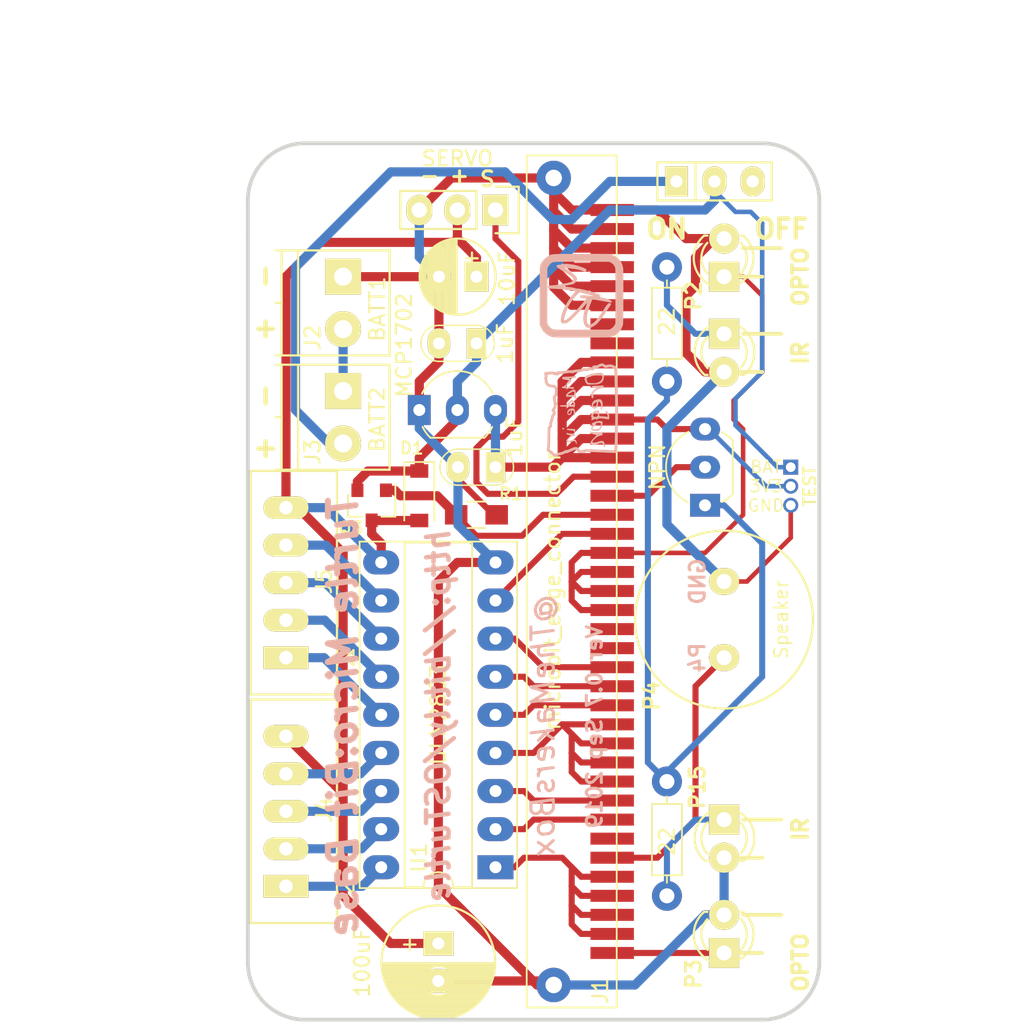
<source format=kicad_pcb>
(kicad_pcb (version 4) (host pcbnew 4.0.7)

  (general
    (links 81)
    (no_connects 0)
    (area 121.792999 59.562999 160.147001 118.237001)
    (thickness 1.6)
    (drawings 44)
    (tracks 289)
    (zones 0)
    (modules 31)
    (nets 37)
  )

  (page USLetter)
  (title_block
    (title "Itsy Robot Board")
    (date 2018-04-28)
    (rev 0.3)
    (company www.MakersBox.us)
    (comment 1 "K. Olsen")
  )

  (layers
    (0 F.Cu signal)
    (31 B.Cu signal)
    (34 B.Paste user)
    (35 F.Paste user)
    (36 B.SilkS user)
    (37 F.SilkS user)
    (38 B.Mask user)
    (39 F.Mask user)
    (40 Dwgs.User user)
    (44 Edge.Cuts user)
    (49 F.Fab user)
  )

  (setup
    (last_trace_width 0.4064)
    (user_trace_width 0.254)
    (user_trace_width 0.3048)
    (user_trace_width 0.4064)
    (user_trace_width 0.6096)
    (user_trace_width 2.032)
    (trace_clearance 0.1524)
    (zone_clearance 1)
    (zone_45_only no)
    (trace_min 0.1524)
    (segment_width 0.254)
    (edge_width 0.254)
    (via_size 0.6858)
    (via_drill 0.3302)
    (via_min_size 0.6858)
    (via_min_drill 0.3302)
    (user_via 1 0.5)
    (uvia_size 0.762)
    (uvia_drill 0.508)
    (uvias_allowed no)
    (uvia_min_size 0.508)
    (uvia_min_drill 0.127)
    (pcb_text_width 0.3)
    (pcb_text_size 1.5 1.5)
    (mod_edge_width 0.15)
    (mod_text_size 1 1)
    (mod_text_width 0.15)
    (pad_size 2 1.778)
    (pad_drill 1)
    (pad_to_mask_clearance 0)
    (aux_axis_origin 0 0)
    (grid_origin 210.82 95.25)
    (visible_elements 7FFFFFFF)
    (pcbplotparams
      (layerselection 0x010f0_80000001)
      (usegerberextensions true)
      (excludeedgelayer true)
      (linewidth 0.100000)
      (plotframeref false)
      (viasonmask false)
      (mode 1)
      (useauxorigin false)
      (hpglpennumber 1)
      (hpglpenspeed 20)
      (hpglpendiameter 15)
      (hpglpenoverlay 2)
      (psnegative false)
      (psa4output false)
      (plotreference true)
      (plotvalue true)
      (plotinvisibletext false)
      (padsonsilk false)
      (subtractmaskfromsilk false)
      (outputformat 1)
      (mirror false)
      (drillshape 0)
      (scaleselection 1)
      (outputdirectory gerbers/))
  )

  (net 0 "")
  (net 1 GND)
  (net 2 "Net-(D2-Pad2)")
  (net 3 "Net-(D5-Pad2)")
  (net 4 +3V3)
  (net 5 "Net-(C1-Pad1)")
  (net 6 /P3)
  (net 7 /P0)
  (net 8 /P7)
  (net 9 /P1)
  (net 10 /P9)
  (net 11 /P2)
  (net 12 /P13)
  (net 13 /P15)
  (net 14 /P4)
  (net 15 /P6)
  (net 16 /P8)
  (net 17 /P10)
  (net 18 /P12)
  (net 19 /P14)
  (net 20 /P16)
  (net 21 "Net-(Q4-Pad1)")
  (net 22 /BAT)
  (net 23 "Net-(J2-Pad2)")
  (net 24 "Net-(J4-Pad1)")
  (net 25 "Net-(J4-Pad2)")
  (net 26 "Net-(J4-Pad3)")
  (net 27 "Net-(J4-Pad4)")
  (net 28 "Net-(J5-Pad1)")
  (net 29 "Net-(J5-Pad2)")
  (net 30 "Net-(J5-Pad3)")
  (net 31 "Net-(J5-Pad4)")
  (net 32 "Net-(J3-Pad2)")
  (net 33 "Net-(J1-Pad67)")
  (net 34 "Net-(J1-Pad47)")
  (net 35 "Net-(J1-Pad15)")
  (net 36 "Net-(J1-Pad13)")

  (net_class Default "This is the default net class."
    (clearance 0.1524)
    (trace_width 0.1524)
    (via_dia 0.6858)
    (via_drill 0.3302)
    (uvia_dia 0.762)
    (uvia_drill 0.508)
    (add_net +3V3)
    (add_net /BAT)
    (add_net /P0)
    (add_net /P1)
    (add_net /P10)
    (add_net /P12)
    (add_net /P13)
    (add_net /P14)
    (add_net /P15)
    (add_net /P16)
    (add_net /P2)
    (add_net /P3)
    (add_net /P4)
    (add_net /P6)
    (add_net /P7)
    (add_net /P8)
    (add_net /P9)
    (add_net GND)
    (add_net "Net-(C1-Pad1)")
    (add_net "Net-(D2-Pad2)")
    (add_net "Net-(D5-Pad2)")
    (add_net "Net-(J1-Pad13)")
    (add_net "Net-(J1-Pad15)")
    (add_net "Net-(J1-Pad47)")
    (add_net "Net-(J1-Pad67)")
    (add_net "Net-(J2-Pad2)")
    (add_net "Net-(J3-Pad2)")
    (add_net "Net-(J4-Pad1)")
    (add_net "Net-(J4-Pad2)")
    (add_net "Net-(J4-Pad3)")
    (add_net "Net-(J4-Pad4)")
    (add_net "Net-(J5-Pad1)")
    (add_net "Net-(J5-Pad2)")
    (add_net "Net-(J5-Pad3)")
    (add_net "Net-(J5-Pad4)")
    (add_net "Net-(Q4-Pad1)")
  )

  (module library:SPEAKER (layer F.Cu) (tedit 5D7BF309) (tstamp 5D7BB512)
    (at 153.67 91.44 180)
    (descr "Switch inverseur")
    (tags "SWITCH DEV")
    (path /5D7C968F)
    (fp_text reference LS1 (at 0 5.08 180) (layer F.SilkS) hide
      (effects (font (size 1.016 1.016) (thickness 0.2032)))
    )
    (fp_text value Speaker (at -3.81 0 270) (layer F.SilkS)
      (effects (font (size 0.889 0.889) (thickness 0.127)))
    )
    (fp_circle (center 0 0) (end -5.842 -1.016) (layer F.SilkS) (width 0.15))
    (pad 2 thru_hole oval (at 0 2.54 180) (size 2 1.778) (drill 1) (layers *.Cu *.Mask F.SilkS)
      (net 1 GND))
    (pad 1 thru_hole oval (at 0 -2.54 180) (size 2 1.778) (drill 1) (layers *.Cu *.Mask F.SilkS)
      (net 14 /P4))
  )

  (module SW_Micro_SPST (layer F.Cu) (tedit 5D7BF1AF) (tstamp 59BB5C2A)
    (at 153.035 62.23)
    (tags "Switch Micro SPST")
    (path /59BB6E38)
    (fp_text reference SW1 (at 2.286 -1.778) (layer F.SilkS) hide
      (effects (font (size 1 1) (thickness 0.15)))
    )
    (fp_text value SPST (at 2.54 -1.905) (layer F.Fab)
      (effects (font (size 1 1) (thickness 0.15)))
    )
    (fp_line (start -6 -2) (end -6 2) (layer F.Fab) (width 0.12))
    (fp_line (start -6 2) (end 6 2) (layer F.Fab) (width 0.12))
    (fp_line (start 6 2) (end 6 -2) (layer F.Fab) (width 0.12))
    (fp_line (start 6 -2) (end -6 -2) (layer F.Fab) (width 0.12))
    (fp_line (start -3.81 1.27) (end -3.81 -1.27) (layer F.SilkS) (width 0.15))
    (fp_line (start -3.81 -1.27) (end 3.81 -1.27) (layer F.SilkS) (width 0.15))
    (fp_line (start 3.81 -1.27) (end 3.81 1.27) (layer F.SilkS) (width 0.15))
    (fp_line (start 3.81 1.27) (end -3.81 1.27) (layer F.SilkS) (width 0.15))
    (fp_line (start -1.27 -1.27) (end -1.27 1.27) (layer F.SilkS) (width 0.15))
    (pad 1 thru_hole rect (at -2.54 0) (size 1.5 2) (drill 0.8128) (layers *.Cu *.Mask F.SilkS)
      (net 32 "Net-(J3-Pad2)"))
    (pad 2 thru_hole oval (at 0 0) (size 1.6 2) (drill 0.8128) (layers *.Cu *.Mask F.SilkS)
      (net 22 /BAT))
    (pad 3 thru_hole oval (at 2.54 0) (size 1.6 2) (drill 0.8128) (layers *.Cu *.Mask F.SilkS))
    (model Buttons_Switches_ThroughHole.3dshapes/SW_Micro_SPST.wrl
      (at (xyz 0 0 0))
      (scale (xyz 0.33 0.33 0.33))
      (rotate (xyz 0 0 0))
    )
  )

  (module library:C_Disc_D3_P2.5 (layer F.Cu) (tedit 5D7BF0FF) (tstamp 5D6719E1)
    (at 138.43 81.28 180)
    (descr "Capacitor 3mm Disc, Pitch 2.5mm")
    (tags Capacitor)
    (path /59BB8677)
    (fp_text reference C3 (at 3.81 1.27 180) (layer F.SilkS) hide
      (effects (font (size 1 1) (thickness 0.15)))
    )
    (fp_text value 1uF (at -1.27 2.032 450) (layer F.SilkS)
      (effects (font (size 1 1) (thickness 0.15)))
    )
    (fp_line (start 0 -1.2) (end 2.5 -1.2) (layer F.SilkS) (width 0.1))
    (fp_line (start 0 1.2) (end 2.5 1.2) (layer F.SilkS) (width 0.1))
    (fp_arc (start 0 0) (end 0 1.2) (angle 90) (layer F.SilkS) (width 0.1))
    (fp_arc (start 0 0) (end -1.2 0) (angle 90) (layer F.SilkS) (width 0.1))
    (fp_arc (start 2.5 0) (end 3.7 0) (angle 90) (layer F.SilkS) (width 0.1))
    (fp_arc (start 2.5 0) (end 2.5 -1.2) (angle 90) (layer F.SilkS) (width 0.1))
    (fp_line (start -0.9 -1.5) (end 3.4 -1.5) (layer F.CrtYd) (width 0.05))
    (fp_line (start 3.4 -1.5) (end 3.4 1.5) (layer F.CrtYd) (width 0.05))
    (fp_line (start 3.4 1.5) (end -0.9 1.5) (layer F.CrtYd) (width 0.05))
    (fp_line (start -0.9 1.5) (end -0.9 -1.5) (layer F.CrtYd) (width 0.05))
    (pad 1 thru_hole rect (at 0 0 180) (size 1.3 2) (drill 0.8) (layers *.Cu *.Mask F.SilkS)
      (net 4 +3V3))
    (pad 2 thru_hole oval (at 2.5 0 180) (size 1.5 2) (drill 0.8001) (layers *.Cu *.Mask F.SilkS)
      (net 1 GND))
    (model Capacitors_ThroughHole.3dshapes/C_Disc_D3_P2.5.wrl
      (at (xyz 0.0492126 0 0))
      (scale (xyz 1 1 1))
      (rotate (xyz 0 0 0))
    )
  )

  (module library:C_Disc_D3_P2.5 (layer F.Cu) (tedit 5D7BF0CF) (tstamp 59BB5BD8)
    (at 137.16 73.025 180)
    (descr "Capacitor 3mm Disc, Pitch 2.5mm")
    (tags Capacitor)
    (path /5D67D6A6)
    (fp_text reference C4 (at 3.81 1.27 180) (layer F.SilkS) hide
      (effects (font (size 1 1) (thickness 0.15)))
    )
    (fp_text value 1uF (at -1.905 0 270) (layer F.SilkS)
      (effects (font (size 1 1) (thickness 0.15)))
    )
    (fp_line (start 0 -1.2) (end 2.5 -1.2) (layer F.SilkS) (width 0.1))
    (fp_line (start 0 1.2) (end 2.5 1.2) (layer F.SilkS) (width 0.1))
    (fp_arc (start 0 0) (end 0 1.2) (angle 90) (layer F.SilkS) (width 0.1))
    (fp_arc (start 0 0) (end -1.2 0) (angle 90) (layer F.SilkS) (width 0.1))
    (fp_arc (start 2.5 0) (end 3.7 0) (angle 90) (layer F.SilkS) (width 0.1))
    (fp_arc (start 2.5 0) (end 2.5 -1.2) (angle 90) (layer F.SilkS) (width 0.1))
    (fp_line (start -0.9 -1.5) (end 3.4 -1.5) (layer F.CrtYd) (width 0.05))
    (fp_line (start 3.4 -1.5) (end 3.4 1.5) (layer F.CrtYd) (width 0.05))
    (fp_line (start 3.4 1.5) (end -0.9 1.5) (layer F.CrtYd) (width 0.05))
    (fp_line (start -0.9 1.5) (end -0.9 -1.5) (layer F.CrtYd) (width 0.05))
    (pad 1 thru_hole rect (at 0 0 180) (size 1.3 2) (drill 0.8) (layers *.Cu *.Mask F.SilkS)
      (net 22 /BAT))
    (pad 2 thru_hole oval (at 2.5 0 180) (size 1.5 2) (drill 0.8001) (layers *.Cu *.Mask F.SilkS)
      (net 1 GND))
    (model Capacitors_ThroughHole.3dshapes/C_Disc_D3_P2.5.wrl
      (at (xyz 0.0492126 0 0))
      (scale (xyz 1 1 1))
      (rotate (xyz 0 0 0))
    )
  )

  (module library:C_Radial_D5_L11_P2.5 (layer F.Cu) (tedit 5D7BF0A5) (tstamp 59BB5BD2)
    (at 137.16 68.58 180)
    (descr "Radial Electrolytic Capacitor Diameter 5mm x Length 11mm, Pitch 2.5mm")
    (tags "Electrolytic Capacitor")
    (path /59BB864C)
    (fp_text reference C2 (at 0 -1.27 180) (layer F.SilkS) hide
      (effects (font (size 1 1) (thickness 0.15)))
    )
    (fp_text value 10uF (at -2.032 -0.127 270) (layer F.SilkS)
      (effects (font (size 1 1) (thickness 0.15)))
    )
    (fp_text user + (at 0.3 1.3 180) (layer F.SilkS)
      (effects (font (size 1 1) (thickness 0.15)))
    )
    (fp_line (start 1.325 -2.499) (end 1.325 2.499) (layer F.SilkS) (width 0.15))
    (fp_line (start 1.465 -2.491) (end 1.465 2.491) (layer F.SilkS) (width 0.15))
    (fp_line (start 1.605 -2.475) (end 1.605 -0.095) (layer F.SilkS) (width 0.15))
    (fp_line (start 1.605 0.095) (end 1.605 2.475) (layer F.SilkS) (width 0.15))
    (fp_line (start 1.745 -2.451) (end 1.745 -0.49) (layer F.SilkS) (width 0.15))
    (fp_line (start 1.745 0.49) (end 1.745 2.451) (layer F.SilkS) (width 0.15))
    (fp_line (start 1.885 -2.418) (end 1.885 -0.657) (layer F.SilkS) (width 0.15))
    (fp_line (start 1.885 0.657) (end 1.885 2.418) (layer F.SilkS) (width 0.15))
    (fp_line (start 2.025 -2.377) (end 2.025 -0.764) (layer F.SilkS) (width 0.15))
    (fp_line (start 2.025 0.764) (end 2.025 2.377) (layer F.SilkS) (width 0.15))
    (fp_line (start 2.165 -2.327) (end 2.165 -0.835) (layer F.SilkS) (width 0.15))
    (fp_line (start 2.165 0.835) (end 2.165 2.327) (layer F.SilkS) (width 0.15))
    (fp_line (start 2.305 -2.266) (end 2.305 -0.879) (layer F.SilkS) (width 0.15))
    (fp_line (start 2.305 0.879) (end 2.305 2.266) (layer F.SilkS) (width 0.15))
    (fp_line (start 2.445 -2.196) (end 2.445 -0.898) (layer F.SilkS) (width 0.15))
    (fp_line (start 2.445 0.898) (end 2.445 2.196) (layer F.SilkS) (width 0.15))
    (fp_line (start 2.585 -2.114) (end 2.585 -0.896) (layer F.SilkS) (width 0.15))
    (fp_line (start 2.585 0.896) (end 2.585 2.114) (layer F.SilkS) (width 0.15))
    (fp_line (start 2.725 -2.019) (end 2.725 -0.871) (layer F.SilkS) (width 0.15))
    (fp_line (start 2.725 0.871) (end 2.725 2.019) (layer F.SilkS) (width 0.15))
    (fp_line (start 2.865 -1.908) (end 2.865 -0.823) (layer F.SilkS) (width 0.15))
    (fp_line (start 2.865 0.823) (end 2.865 1.908) (layer F.SilkS) (width 0.15))
    (fp_line (start 3.005 -1.78) (end 3.005 -0.745) (layer F.SilkS) (width 0.15))
    (fp_line (start 3.005 0.745) (end 3.005 1.78) (layer F.SilkS) (width 0.15))
    (fp_line (start 3.145 -1.631) (end 3.145 -0.628) (layer F.SilkS) (width 0.15))
    (fp_line (start 3.145 0.628) (end 3.145 1.631) (layer F.SilkS) (width 0.15))
    (fp_line (start 3.285 -1.452) (end 3.285 -0.44) (layer F.SilkS) (width 0.15))
    (fp_line (start 3.285 0.44) (end 3.285 1.452) (layer F.SilkS) (width 0.15))
    (fp_line (start 3.425 -1.233) (end 3.425 1.233) (layer F.SilkS) (width 0.15))
    (fp_line (start 3.565 -0.944) (end 3.565 0.944) (layer F.SilkS) (width 0.15))
    (fp_line (start 3.705 -0.472) (end 3.705 0.472) (layer F.SilkS) (width 0.15))
    (fp_circle (center 2.5 0) (end 2.5 -0.9) (layer F.SilkS) (width 0.15))
    (fp_circle (center 1.25 0) (end 1.25 -2.5375) (layer F.SilkS) (width 0.15))
    (fp_circle (center 1.25 0) (end 1.25 -2.8) (layer F.CrtYd) (width 0.05))
    (pad 1 thru_hole rect (at 0 0 180) (size 1.6 2) (drill 0.8) (layers *.Cu *.Mask F.SilkS)
      (net 5 "Net-(C1-Pad1)"))
    (pad 2 thru_hole oval (at 2.5 0 180) (size 1.6 2) (drill 0.8) (layers *.Cu *.Mask F.SilkS)
      (net 1 GND))
    (model Capacitors_ThroughHole.3dshapes/C_Radial_D5_L11_P2.5.wrl
      (at (xyz 0.049213 0 0))
      (scale (xyz 1 1 1))
      (rotate (xyz 0 0 90))
    )
  )

  (module library:C_Radial_D7.5_L11.2_P2.5 (layer F.Cu) (tedit 5D7BF06B) (tstamp 59BB5BCC)
    (at 134.62 113.03 270)
    (descr "Radial Electrolytic Capacitor Diameter 7.5mm x Length 11.2mm, Pitch 2.5mm")
    (tags "Electrolytic Capacitor")
    (path /59BB855D)
    (fp_text reference C1 (at 0 -2.54 270) (layer F.SilkS) hide
      (effects (font (size 1 1) (thickness 0.15)))
    )
    (fp_text value 100uF (at 1.27 5.08 450) (layer F.SilkS)
      (effects (font (size 1 1) (thickness 0.15)))
    )
    (fp_line (start 1.325 -3.749) (end 1.325 3.749) (layer F.SilkS) (width 0.15))
    (fp_line (start 1.465 -3.744) (end 1.465 3.744) (layer F.SilkS) (width 0.15))
    (fp_line (start 1.605 -3.733) (end 1.605 -0.446) (layer F.SilkS) (width 0.15))
    (fp_line (start 1.605 0.446) (end 1.605 3.733) (layer F.SilkS) (width 0.15))
    (fp_line (start 1.745 -3.717) (end 1.745 -0.656) (layer F.SilkS) (width 0.15))
    (fp_line (start 1.745 0.656) (end 1.745 3.717) (layer F.SilkS) (width 0.15))
    (fp_line (start 1.885 -3.696) (end 1.885 -0.789) (layer F.SilkS) (width 0.15))
    (fp_line (start 1.885 0.789) (end 1.885 3.696) (layer F.SilkS) (width 0.15))
    (fp_line (start 2.025 -3.669) (end 2.025 -0.88) (layer F.SilkS) (width 0.15))
    (fp_line (start 2.025 0.88) (end 2.025 3.669) (layer F.SilkS) (width 0.15))
    (fp_line (start 2.165 -3.637) (end 2.165 -0.942) (layer F.SilkS) (width 0.15))
    (fp_line (start 2.165 0.942) (end 2.165 3.637) (layer F.SilkS) (width 0.15))
    (fp_line (start 2.305 -3.599) (end 2.305 -0.981) (layer F.SilkS) (width 0.15))
    (fp_line (start 2.305 0.981) (end 2.305 3.599) (layer F.SilkS) (width 0.15))
    (fp_line (start 2.445 -3.555) (end 2.445 -0.998) (layer F.SilkS) (width 0.15))
    (fp_line (start 2.445 0.998) (end 2.445 3.555) (layer F.SilkS) (width 0.15))
    (fp_line (start 2.585 -3.504) (end 2.585 -0.996) (layer F.SilkS) (width 0.15))
    (fp_line (start 2.585 0.996) (end 2.585 3.504) (layer F.SilkS) (width 0.15))
    (fp_line (start 2.725 -3.448) (end 2.725 -0.974) (layer F.SilkS) (width 0.15))
    (fp_line (start 2.725 0.974) (end 2.725 3.448) (layer F.SilkS) (width 0.15))
    (fp_line (start 2.865 -3.384) (end 2.865 -0.931) (layer F.SilkS) (width 0.15))
    (fp_line (start 2.865 0.931) (end 2.865 3.384) (layer F.SilkS) (width 0.15))
    (fp_line (start 3.005 -3.314) (end 3.005 -0.863) (layer F.SilkS) (width 0.15))
    (fp_line (start 3.005 0.863) (end 3.005 3.314) (layer F.SilkS) (width 0.15))
    (fp_line (start 3.145 -3.236) (end 3.145 -0.764) (layer F.SilkS) (width 0.15))
    (fp_line (start 3.145 0.764) (end 3.145 3.236) (layer F.SilkS) (width 0.15))
    (fp_line (start 3.285 -3.15) (end 3.285 -0.619) (layer F.SilkS) (width 0.15))
    (fp_line (start 3.285 0.619) (end 3.285 3.15) (layer F.SilkS) (width 0.15))
    (fp_line (start 3.425 -3.055) (end 3.425 -0.38) (layer F.SilkS) (width 0.15))
    (fp_line (start 3.425 0.38) (end 3.425 3.055) (layer F.SilkS) (width 0.15))
    (fp_line (start 3.565 -2.95) (end 3.565 2.95) (layer F.SilkS) (width 0.15))
    (fp_line (start 3.705 -2.835) (end 3.705 2.835) (layer F.SilkS) (width 0.15))
    (fp_line (start 3.845 -2.707) (end 3.845 2.707) (layer F.SilkS) (width 0.15))
    (fp_line (start 3.985 -2.566) (end 3.985 2.566) (layer F.SilkS) (width 0.15))
    (fp_line (start 4.125 -2.408) (end 4.125 2.408) (layer F.SilkS) (width 0.15))
    (fp_line (start 4.265 -2.23) (end 4.265 2.23) (layer F.SilkS) (width 0.15))
    (fp_line (start 4.405 -2.027) (end 4.405 2.027) (layer F.SilkS) (width 0.15))
    (fp_line (start 4.545 -1.79) (end 4.545 1.79) (layer F.SilkS) (width 0.15))
    (fp_line (start 4.685 -1.504) (end 4.685 1.504) (layer F.SilkS) (width 0.15))
    (fp_line (start 4.825 -1.132) (end 4.825 1.132) (layer F.SilkS) (width 0.15))
    (fp_line (start 4.965 -0.511) (end 4.965 0.511) (layer F.SilkS) (width 0.15))
    (fp_circle (center 2.5 0) (end 2.5 -1) (layer F.SilkS) (width 0.15))
    (fp_circle (center 1.25 0) (end 1.25 -3.7875) (layer F.SilkS) (width 0.15))
    (fp_circle (center 1.25 0) (end 1.25 -4.1) (layer F.CrtYd) (width 0.05))
    (pad 2 thru_hole oval (at 2.5 0 270) (size 1.6 2) (drill 0.8) (layers *.Cu *.Mask F.SilkS)
      (net 1 GND))
    (pad 1 thru_hole rect (at 0 0 270) (size 1.6 2) (drill 0.8) (layers *.Cu *.Mask F.SilkS)
      (net 5 "Net-(C1-Pad1)"))
    (model Capacitors_ThroughHole.3dshapes/C_Radial_D7.5_L11.2_P2.5.wrl
      (at (xyz 0 0 0))
      (scale (xyz 1 1 1))
      (rotate (xyz 0 0 0))
    )
  )

  (module TO_SOT_Packages_THT:TO-92_Inline_Wide (layer F.Cu) (tedit 5D7BEFE3) (tstamp 5D671A74)
    (at 133.35 77.47)
    (descr "TO-92 leads in-line, wide, drill 0.8mm (see NXP sot054_po.pdf)")
    (tags "to-92 sc-43 sc-43a sot54 PA33 transistor")
    (path /5D67D625)
    (fp_text reference U2 (at 2.54 -3.56) (layer F.SilkS) hide
      (effects (font (size 1 1) (thickness 0.15)))
    )
    (fp_text value MCP1702 (at -1.016 -4.318 90) (layer F.SilkS)
      (effects (font (size 1 1) (thickness 0.15)))
    )
    (fp_text user %R (at 2.54 -3.56 180) (layer F.Fab)
      (effects (font (size 1 1) (thickness 0.15)))
    )
    (fp_line (start 0.74 1.85) (end 4.34 1.85) (layer F.SilkS) (width 0.12))
    (fp_line (start 0.8 1.75) (end 4.3 1.75) (layer F.Fab) (width 0.1))
    (fp_line (start -1.01 -2.73) (end 6.09 -2.73) (layer F.CrtYd) (width 0.05))
    (fp_line (start -1.01 -2.73) (end -1.01 2.01) (layer F.CrtYd) (width 0.05))
    (fp_line (start 6.09 2.01) (end 6.09 -2.73) (layer F.CrtYd) (width 0.05))
    (fp_line (start 6.09 2.01) (end -1.01 2.01) (layer F.CrtYd) (width 0.05))
    (fp_arc (start 2.54 0) (end 0.74 1.85) (angle 20) (layer F.SilkS) (width 0.12))
    (fp_arc (start 2.54 0) (end 2.54 -2.6) (angle -65) (layer F.SilkS) (width 0.12))
    (fp_arc (start 2.54 0) (end 2.54 -2.6) (angle 65) (layer F.SilkS) (width 0.12))
    (fp_arc (start 2.54 0) (end 2.54 -2.48) (angle 135) (layer F.Fab) (width 0.1))
    (fp_arc (start 2.54 0) (end 2.54 -2.48) (angle -135) (layer F.Fab) (width 0.1))
    (fp_arc (start 2.54 0) (end 4.34 1.85) (angle -20) (layer F.SilkS) (width 0.12))
    (pad 2 thru_hole oval (at 2.54 0 90) (size 2 1.52) (drill 0.8) (layers *.Cu *.Mask)
      (net 22 /BAT))
    (pad 3 thru_hole oval (at 5.08 0 90) (size 2 1.52) (drill 0.8) (layers *.Cu *.Mask)
      (net 4 +3V3))
    (pad 1 thru_hole rect (at 0 0 90) (size 2 1.52) (drill 0.8) (layers *.Cu *.Mask)
      (net 1 GND))
    (model ${KISYS3DMOD}/TO_SOT_Packages_THT.3dshapes/TO-92_Inline_Wide.wrl
      (at (xyz 0.1 0 0))
      (scale (xyz 1 1 1))
      (rotate (xyz 0 0 -90))
    )
  )

  (module TO_SOT_Packages_THT:TO-92_Inline_Wide (layer F.Cu) (tedit 5D7BEFAF) (tstamp 5D7BB526)
    (at 152.4 83.82 90)
    (descr "TO-92 leads in-line, wide, drill 0.8mm (see NXP sot054_po.pdf)")
    (tags "to-92 sc-43 sc-43a sot54 PA33 transistor")
    (path /5D7C91E0)
    (fp_text reference Q4 (at 2.54 -1.27 90) (layer F.SilkS) hide
      (effects (font (size 1 1) (thickness 0.15)))
    )
    (fp_text value NPN (at 2.54 -3.175 90) (layer F.SilkS)
      (effects (font (size 1 1) (thickness 0.15)))
    )
    (fp_text user %R (at 2.54 -1.27 270) (layer F.Fab)
      (effects (font (size 1 1) (thickness 0.15)))
    )
    (fp_line (start 0.74 1.85) (end 4.34 1.85) (layer F.SilkS) (width 0.12))
    (fp_line (start 0.8 1.75) (end 4.3 1.75) (layer F.Fab) (width 0.1))
    (fp_line (start -1.01 -2.73) (end 6.09 -2.73) (layer F.CrtYd) (width 0.05))
    (fp_line (start -1.01 -2.73) (end -1.01 2.01) (layer F.CrtYd) (width 0.05))
    (fp_line (start 6.09 2.01) (end 6.09 -2.73) (layer F.CrtYd) (width 0.05))
    (fp_line (start 6.09 2.01) (end -1.01 2.01) (layer F.CrtYd) (width 0.05))
    (fp_arc (start 2.54 0) (end 0.74 1.85) (angle 20) (layer F.SilkS) (width 0.12))
    (fp_arc (start 2.54 0) (end 2.54 -2.6) (angle -65) (layer F.SilkS) (width 0.12))
    (fp_arc (start 2.54 0) (end 2.54 -2.6) (angle 65) (layer F.SilkS) (width 0.12))
    (fp_arc (start 2.54 0) (end 2.54 -2.48) (angle 135) (layer F.Fab) (width 0.1))
    (fp_arc (start 2.54 0) (end 2.54 -2.48) (angle -135) (layer F.Fab) (width 0.1))
    (fp_arc (start 2.54 0) (end 4.34 1.85) (angle -20) (layer F.SilkS) (width 0.12))
    (pad 2 thru_hole oval (at 2.54 0 180) (size 2 1.52) (drill 0.8) (layers *.Cu *.Mask)
      (net 13 /P15))
    (pad 3 thru_hole oval (at 5.08 0 180) (size 2 1.52) (drill 0.8) (layers *.Cu *.Mask)
      (net 4 +3V3))
    (pad 1 thru_hole rect (at 0 0 180) (size 2 1.52) (drill 0.8) (layers *.Cu *.Mask)
      (net 21 "Net-(Q4-Pad1)"))
    (model ${KISYS3DMOD}/TO_SOT_Packages_THT.3dshapes/TO-92_Inline_Wide.wrl
      (at (xyz 0.1 0 0))
      (scale (xyz 1 1 1))
      (rotate (xyz 0 0 -90))
    )
  )

  (module Pin_Headers:Pin_Header_Straight_1x03_Pitch1.27mm (layer F.Cu) (tedit 5D7BEEAC) (tstamp 5D7BE4C8)
    (at 158.115 81.28)
    (descr "Through hole straight pin header, 1x03, 1.27mm pitch, single row")
    (tags "Through hole pin header THT 1x03 1.27mm single row")
    (path /5D7CBB2C)
    (fp_text reference J7 (at 0 1.5 90) (layer F.SilkS) hide
      (effects (font (size 1 1) (thickness 0.15)))
    )
    (fp_text value TEST (at 1.27 1.27 90) (layer F.SilkS)
      (effects (font (size 0.8 0.8) (thickness 0.15)))
    )
    (fp_line (start -0.525 -0.635) (end 1.05 -0.635) (layer F.Fab) (width 0.1))
    (fp_line (start 1.05 -0.635) (end 1.05 3.175) (layer F.Fab) (width 0.1))
    (fp_line (start 1.05 3.175) (end -1.05 3.175) (layer F.Fab) (width 0.1))
    (fp_line (start -1.05 3.175) (end -1.05 -0.11) (layer F.Fab) (width 0.1))
    (fp_line (start -1.05 -0.11) (end -0.525 -0.635) (layer F.Fab) (width 0.1))
    (fp_line (start -1.55 -1.15) (end -1.55 3.7) (layer F.CrtYd) (width 0.05))
    (fp_line (start -1.55 3.7) (end 1.55 3.7) (layer F.CrtYd) (width 0.05))
    (fp_line (start 1.55 3.7) (end 1.55 -1.15) (layer F.CrtYd) (width 0.05))
    (fp_line (start 1.55 -1.15) (end -1.55 -1.15) (layer F.CrtYd) (width 0.05))
    (fp_text user %R (at 0 1.27 90) (layer F.Fab)
      (effects (font (size 1 1) (thickness 0.15)))
    )
    (pad 1 thru_hole rect (at 0 0) (size 1 1) (drill 0.65) (layers *.Cu *.Mask)
      (net 22 /BAT))
    (pad 2 thru_hole oval (at 0 1.27) (size 1 1) (drill 0.65) (layers *.Cu *.Mask)
      (net 4 +3V3))
    (pad 3 thru_hole oval (at 0 2.54) (size 1 1) (drill 0.65) (layers *.Cu *.Mask)
      (net 1 GND))
    (model ${KISYS3DMOD}/Pin_Headers.3dshapes/Pin_Header_Straight_1x03_Pitch1.27mm.wrl
      (at (xyz 0 0 0))
      (scale (xyz 1 1 1))
      (rotate (xyz 0 0 0))
    )
  )

  (module JST_B5B-XH-A (layer F.Cu) (tedit 5D7BEE0D) (tstamp 5D671E85)
    (at 124.46 93.98 90)
    (descr "JST XH series connector, JST_B5B-XH-A")
    (tags "connector jst xh")
    (path /59BB5353)
    (fp_text reference J5 (at 5.08 2.54 90) (layer F.SilkS)
      (effects (font (size 1 1) (thickness 0.15)))
    )
    (fp_text value RIGHT_STEPPER (at 5 -3.4 90) (layer F.Fab)
      (effects (font (size 1 1) (thickness 0.15)))
    )
    (fp_line (start -2.45 -2.35) (end 12.45 -2.35) (layer F.SilkS) (width 0.15))
    (fp_line (start -2.45 3.4) (end 12.45 3.4) (layer F.SilkS) (width 0.15))
    (fp_line (start -2.45 -2.35) (end -2.45 3.4) (layer F.SilkS) (width 0.15))
    (fp_line (start 12.45 -2.35) (end 12.45 3.4) (layer F.SilkS) (width 0.15))
    (fp_line (start -2.95 -2.85) (end 12.95 -2.85) (layer F.CrtYd) (width 0.05))
    (fp_line (start -2.95 3.9) (end 12.95 3.9) (layer F.CrtYd) (width 0.05))
    (fp_line (start -2.95 -2.85) (end -2.95 3.9) (layer F.CrtYd) (width 0.05))
    (fp_line (start 12.95 -2.85) (end 12.95 3.9) (layer F.CrtYd) (width 0.05))
    (fp_line (start -0.5 4.5) (end 0.5 4.5) (layer F.SilkS) (width 0.15))
    (fp_line (start 0 4) (end 0.5 4.5) (layer F.SilkS) (width 0.15))
    (fp_line (start 0 4) (end -0.5 4.5) (layer F.SilkS) (width 0.15))
    (pad 1 thru_hole rect (at 0 0 90) (size 1.5 3) (drill 0.9) (layers *.Cu *.Mask F.SilkS)
      (net 28 "Net-(J5-Pad1)"))
    (pad 2 thru_hole oval (at 2.5 0 90) (size 1.5 3) (drill 0.9) (layers *.Cu *.Mask F.SilkS)
      (net 29 "Net-(J5-Pad2)"))
    (pad 3 thru_hole oval (at 5 0 90) (size 1.5 3) (drill 0.9) (layers *.Cu *.Mask F.SilkS)
      (net 30 "Net-(J5-Pad3)"))
    (pad 4 thru_hole oval (at 7.5 0 90) (size 1.5 3) (drill 0.9) (layers *.Cu *.Mask F.SilkS)
      (net 31 "Net-(J5-Pad4)"))
    (pad 5 thru_hole oval (at 10 0 90) (size 1.5 3) (drill 0.9) (layers *.Cu *.Mask F.SilkS)
      (net 5 "Net-(C1-Pad1)"))
    (pad "" np_thru_hole circle (at -1.6 2 90) (size 1.1 1.1) (drill 1.1) (layers *.Cu *.Mask))
    (model ./kicad-jst-xh.3dshapes/JST_B5B-XH-A.wrl
      (at (xyz 0 0 0))
      (scale (xyz 0.3937007874 0.3937007874 0.3937007874))
      (rotate (xyz 0 0 0))
    )
  )

  (module library:LED-3MM (layer F.Cu) (tedit 5D784557) (tstamp 59FA757D)
    (at 153.67 111.125 270)
    (descr "LED 3mm round vertical")
    (tags "LED  3mm round vertical")
    (path /59FA7468)
    (fp_text reference Q2 (at 1.27 1.27 270) (layer F.SilkS) hide
      (effects (font (size 1 1) (thickness 0.15)))
    )
    (fp_text value OPTO (at 3.175 -5.08 270) (layer F.SilkS)
      (effects (font (size 1 1) (thickness 0.25)))
    )
    (fp_line (start -1.2 2.3) (end 3.8 2.3) (layer F.CrtYd) (width 0.05))
    (fp_line (start 3.8 2.3) (end 3.8 -2.2) (layer F.CrtYd) (width 0.05))
    (fp_line (start 3.8 -2.2) (end -1.2 -2.2) (layer F.CrtYd) (width 0.05))
    (fp_line (start -1.2 -2.2) (end -1.2 2.3) (layer F.CrtYd) (width 0.05))
    (fp_line (start -0.199 1.314) (end -0.199 1.114) (layer F.SilkS) (width 0.15))
    (fp_line (start -0.199 -1.28) (end -0.199 -1.1) (layer F.SilkS) (width 0.15))
    (fp_arc (start 1.301 0.034) (end -0.199 -1.286) (angle 108.5) (layer F.SilkS) (width 0.15))
    (fp_arc (start 1.301 0.034) (end 0.25 -1.1) (angle 85.7) (layer F.SilkS) (width 0.15))
    (fp_arc (start 1.311 0.034) (end 3.051 0.994) (angle 110) (layer F.SilkS) (width 0.15))
    (fp_arc (start 1.301 0.034) (end 2.335 1.094) (angle 87.5) (layer F.SilkS) (width 0.15))
    (fp_text user K (at -3.81 -1.27 270) (layer F.SilkS) hide
      (effects (font (size 1 1) (thickness 0.15)))
    )
    (pad 1 thru_hole circle (at 0 0) (size 2 2) (drill 1.00076) (layers *.Cu *.Mask F.SilkS)
      (net 1 GND))
    (pad 3 thru_hole rect (at 2.54 0 270) (size 2 2) (drill 1.00076) (layers *.Cu *.Mask F.SilkS)
      (net 6 /P3))
    (model LEDs.3dshapes/LED-3MM.wrl
      (at (xyz 0.05 0 0))
      (scale (xyz 1 1 1))
      (rotate (xyz 0 0 90))
    )
  )

  (module library:LED-3MM (layer F.Cu) (tedit 5D784549) (tstamp 5D671A53)
    (at 153.67 66.04 270)
    (descr "LED 3mm round vertical")
    (tags "LED  3mm round vertical")
    (path /59FA7423)
    (fp_text reference Q1 (at 1.27 1.27 360) (layer F.SilkS) hide
      (effects (font (size 1 1) (thickness 0.15)))
    )
    (fp_text value OPTO (at 2.54 -5.08 270) (layer F.SilkS)
      (effects (font (size 1 1) (thickness 0.25)))
    )
    (fp_line (start -1.2 2.3) (end 3.8 2.3) (layer F.CrtYd) (width 0.05))
    (fp_line (start 3.8 2.3) (end 3.8 -2.2) (layer F.CrtYd) (width 0.05))
    (fp_line (start 3.8 -2.2) (end -1.2 -2.2) (layer F.CrtYd) (width 0.05))
    (fp_line (start -1.2 -2.2) (end -1.2 2.3) (layer F.CrtYd) (width 0.05))
    (fp_line (start -0.199 1.314) (end -0.199 1.114) (layer F.SilkS) (width 0.15))
    (fp_line (start -0.199 -1.28) (end -0.199 -1.1) (layer F.SilkS) (width 0.15))
    (fp_arc (start 1.301 0.034) (end -0.199 -1.286) (angle 108.5) (layer F.SilkS) (width 0.15))
    (fp_arc (start 1.301 0.034) (end 0.25 -1.1) (angle 85.7) (layer F.SilkS) (width 0.15))
    (fp_arc (start 1.311 0.034) (end 3.051 0.994) (angle 110) (layer F.SilkS) (width 0.15))
    (fp_arc (start 1.301 0.034) (end 2.335 1.094) (angle 87.5) (layer F.SilkS) (width 0.15))
    (fp_text user K (at 0.635 -1.27 270) (layer F.SilkS) hide
      (effects (font (size 1 1) (thickness 0.15)))
    )
    (pad 1 thru_hole circle (at 0 0) (size 2 2) (drill 1.00076) (layers *.Cu *.Mask F.SilkS)
      (net 1 GND))
    (pad 3 thru_hole rect (at 2.54 0 270) (size 2 2) (drill 1.00076) (layers *.Cu *.Mask F.SilkS)
      (net 11 /P2))
    (model LEDs.3dshapes/LED-3MM.wrl
      (at (xyz 0.05 0 0))
      (scale (xyz 1 1 1))
      (rotate (xyz 0 0 90))
    )
  )

  (module library:LED-3MM (layer F.Cu) (tedit 5D6852F6) (tstamp 5D6719F2)
    (at 153.67 74.93 90)
    (descr "LED 3mm round vertical")
    (tags "LED  3mm round vertical")
    (path /59FA75F8)
    (fp_text reference D5 (at 1.27 1.27 90) (layer F.SilkS) hide
      (effects (font (size 1 1) (thickness 0.15)))
    )
    (fp_text value "IR LED" (at 1.3 -2.9 90) (layer F.Fab)
      (effects (font (size 1 1) (thickness 0.15)))
    )
    (fp_line (start -1.2 2.3) (end 3.8 2.3) (layer F.CrtYd) (width 0.05))
    (fp_line (start 3.8 2.3) (end 3.8 -2.2) (layer F.CrtYd) (width 0.05))
    (fp_line (start 3.8 -2.2) (end -1.2 -2.2) (layer F.CrtYd) (width 0.05))
    (fp_line (start -1.2 -2.2) (end -1.2 2.3) (layer F.CrtYd) (width 0.05))
    (fp_line (start -0.199 1.314) (end -0.199 1.114) (layer F.SilkS) (width 0.15))
    (fp_line (start -0.199 -1.28) (end -0.199 -1.1) (layer F.SilkS) (width 0.15))
    (fp_arc (start 1.301 0.034) (end -0.199 -1.286) (angle 108.5) (layer F.SilkS) (width 0.15))
    (fp_arc (start 1.301 0.034) (end 0.25 -1.1) (angle 85.7) (layer F.SilkS) (width 0.15))
    (fp_arc (start 1.311 0.034) (end 3.051 0.994) (angle 110) (layer F.SilkS) (width 0.15))
    (fp_arc (start 1.301 0.034) (end 2.335 1.094) (angle 87.5) (layer F.SilkS) (width 0.15))
    (fp_text user K (at 1.27 -1.27 90) (layer F.SilkS) hide
      (effects (font (size 1 1) (thickness 0.15)))
    )
    (pad 1 thru_hole circle (at 0 0 180) (size 2 2) (drill 1.00076) (layers *.Cu *.Mask F.SilkS)
      (net 1 GND))
    (pad 2 thru_hole rect (at 2.54 0 90) (size 2 2) (drill 1.00076) (layers *.Cu *.Mask F.SilkS)
      (net 3 "Net-(D5-Pad2)"))
    (model LEDs.3dshapes/LED-3MM.wrl
      (at (xyz 0.05 0 0))
      (scale (xyz 1 1 1))
      (rotate (xyz 0 0 90))
    )
  )

  (module library:Lego_Pad (layer F.Cu) (tedit 59BB65D8) (tstamp 5D672747)
    (at 157.48 100.33)
    (descr "Through hole pin header")
    (tags "pin header")
    (fp_text reference P9 (at 0 0) (layer F.SilkS) hide
      (effects (font (size 1 1) (thickness 0.15)))
    )
    (fp_text value CONN_01X01 (at 0 -1.27) (layer F.Fab) hide
      (effects (font (size 0.127 0.127) (thickness 0.03175)))
    )
    (pad "" np_thru_hole circle (at 0 0) (size 3.25 3.25) (drill 3.25) (layers *.Cu *.Mask))
  )

  (module library:Lego_Pad (layer F.Cu) (tedit 59BB65D8) (tstamp 59BD6DCD)
    (at 125.73 114.3)
    (descr "Through hole pin header")
    (tags "pin header")
    (fp_text reference P9 (at 0 0) (layer F.SilkS) hide
      (effects (font (size 1 1) (thickness 0.15)))
    )
    (fp_text value CONN_01X01 (at 0 -1.27) (layer F.Fab) hide
      (effects (font (size 0.127 0.127) (thickness 0.03175)))
    )
    (pad "" np_thru_hole circle (at 0 0) (size 3.25 3.25) (drill 3.25) (layers *.Cu *.Mask))
  )

  (module library:Lego_Pad (layer F.Cu) (tedit 59BB65F8) (tstamp 59BD6DC0)
    (at 157.48 77.47)
    (descr "Through hole pin header")
    (tags "pin header")
    (fp_text reference P9 (at 0 0) (layer F.SilkS) hide
      (effects (font (size 1 1) (thickness 0.15)))
    )
    (fp_text value CONN_01X01 (at 0 -1.27) (layer F.Fab) hide
      (effects (font (size 0.127 0.127) (thickness 0.03175)))
    )
    (pad "" np_thru_hole circle (at 0 0) (size 3.25 3.25) (drill 3.25) (layers *.Cu *.Mask))
    (model Pin_Headers.3dshapes/Pin_Header_Straight_1x01.wrl
      (at (xyz 0 0 0))
      (scale (xyz 1 1 1))
      (rotate (xyz 0 0 90))
    )
  )

  (module library:Lego_Pad (layer F.Cu) (tedit 59BB65E8) (tstamp 59BD6DA2)
    (at 125.73 63.5)
    (descr "Through hole pin header")
    (tags "pin header")
    (fp_text reference P9 (at 0 0) (layer F.SilkS) hide
      (effects (font (size 1 1) (thickness 0.15)))
    )
    (fp_text value CONN_01X01 (at 0 -1.27) (layer F.Fab) hide
      (effects (font (size 0.127 0.127) (thickness 0.03175)))
    )
    (pad "" np_thru_hole circle (at 0 0) (size 3.25 3.25) (drill 3.25) (layers *.Cu *.Mask))
    (model Pin_Headers.3dshapes/Pin_Header_Straight_1x01.wrl
      (at (xyz 0 0 0))
      (scale (xyz 1 1 1))
      (rotate (xyz 0 0 90))
    )
  )

  (module library:Pin_Header_Straight_1x03 (layer F.Cu) (tedit 5D7BEE56) (tstamp 59BB5C1D)
    (at 138.43 64.135 270)
    (descr "Through hole pin header")
    (tags "pin header")
    (path /59BB83B4)
    (fp_text reference J6 (at 0 7.62 360) (layer F.SilkS) hide
      (effects (font (size 1 1) (thickness 0.15)))
    )
    (fp_text value SERVO (at -3.429 2.54 360) (layer F.SilkS)
      (effects (font (size 1 1) (thickness 0.15)))
    )
    (fp_line (start -1.75 -1.75) (end -1.75 6.85) (layer F.CrtYd) (width 0.05))
    (fp_line (start 1.75 -1.75) (end 1.75 6.85) (layer F.CrtYd) (width 0.05))
    (fp_line (start -1.75 -1.75) (end 1.75 -1.75) (layer F.CrtYd) (width 0.05))
    (fp_line (start -1.75 6.85) (end 1.75 6.85) (layer F.CrtYd) (width 0.05))
    (fp_line (start -1.27 1.27) (end -1.27 6.35) (layer F.SilkS) (width 0.15))
    (fp_line (start -1.27 6.35) (end 1.27 6.35) (layer F.SilkS) (width 0.15))
    (fp_line (start 1.27 6.35) (end 1.27 1.27) (layer F.SilkS) (width 0.15))
    (fp_line (start 1.55 -1.55) (end 1.55 0) (layer F.SilkS) (width 0.15))
    (fp_line (start 1.27 1.27) (end -1.27 1.27) (layer F.SilkS) (width 0.15))
    (fp_line (start -1.55 0) (end -1.55 -1.55) (layer F.SilkS) (width 0.15))
    (fp_line (start -1.55 -1.55) (end 1.55 -1.55) (layer F.SilkS) (width 0.15))
    (pad 1 thru_hole rect (at 0 0 270) (size 2.032 1.7272) (drill 1.016) (layers *.Cu *.Mask F.SilkS)
      (net 20 /P16))
    (pad 2 thru_hole oval (at 0 2.54 270) (size 2.032 1.7272) (drill 1.016) (layers *.Cu *.Mask F.SilkS)
      (net 5 "Net-(C1-Pad1)"))
    (pad 3 thru_hole oval (at 0 5.08 270) (size 2.032 1.7272) (drill 1.016) (layers *.Cu *.Mask F.SilkS)
      (net 1 GND))
    (model Pin_Headers.3dshapes/Pin_Header_Straight_1x03.wrl
      (at (xyz 0 -0.1 0))
      (scale (xyz 1 1 1))
      (rotate (xyz 0 0 90))
    )
  )

  (module library:MadeInOregonRev25 (layer F.Cu) (tedit 0) (tstamp 59BE0219)
    (at 144.145 77.47 90)
    (fp_text reference VAL (at 0 0 90) (layer F.SilkS) hide
      (effects (font (size 1.143 1.143) (thickness 0.1778)))
    )
    (fp_text value MadeInOregonRev25 (at 0 0 90) (layer F.SilkS) hide
      (effects (font (size 1.143 1.143) (thickness 0.1778)))
    )
    (fp_poly (pts (xy -3.09626 -1.76022) (xy -3.09626 -1.72212) (xy -3.09372 -1.69672) (xy -3.09118 -1.67386)
      (xy -3.0861 -1.65608) (xy -3.07594 -1.63576) (xy -3.0734 -1.62814) (xy -3.0607 -1.6002)
      (xy -3.05054 -1.5748) (xy -3.04038 -1.54432) (xy -3.03022 -1.50876) (xy -3.02006 -1.46304)
      (xy -3.00736 -1.4097) (xy -3.00228 -1.39192) (xy -2.98704 -1.31826) (xy -2.96926 -1.2573)
      (xy -2.95402 -1.20396) (xy -2.9337 -1.15824) (xy -2.91338 -1.1176) (xy -2.91338 -1.74752)
      (xy -2.91338 -1.76276) (xy -2.91084 -1.77546) (xy -2.90322 -1.78816) (xy -2.89052 -1.8034)
      (xy -2.86766 -1.82118) (xy -2.8575 -1.83134) (xy -2.82956 -1.8542) (xy -2.80416 -1.8796)
      (xy -2.78638 -1.90246) (xy -2.77876 -1.91008) (xy -2.76606 -1.92786) (xy -2.74574 -1.95326)
      (xy -2.72034 -1.98374) (xy -2.69494 -2.01422) (xy -2.6924 -2.01676) (xy -2.66954 -2.0447)
      (xy -2.64922 -2.0701) (xy -2.63652 -2.08788) (xy -2.6289 -2.09804) (xy -2.6289 -2.10058)
      (xy -2.62382 -2.10566) (xy -2.60604 -2.10566) (xy -2.58064 -2.10566) (xy -2.55016 -2.10058)
      (xy -2.51968 -2.0955) (xy -2.50952 -2.09296) (xy -2.49682 -2.09042) (xy -2.48412 -2.08534)
      (xy -2.46888 -2.08534) (xy -2.4511 -2.0828) (xy -2.4257 -2.08026) (xy -2.39268 -2.07772)
      (xy -2.35458 -2.07772) (xy -2.30632 -2.07518) (xy -2.2479 -2.07518) (xy -2.17678 -2.07264)
      (xy -2.09296 -2.0701) (xy -2.03962 -2.0701) (xy -1.95326 -2.06756) (xy -1.8669 -2.06756)
      (xy -1.78054 -2.06502) (xy -1.69672 -2.06502) (xy -1.61798 -2.06248) (xy -1.54686 -2.06248)
      (xy -1.48336 -2.06248) (xy -1.4351 -2.06248) (xy -1.4224 -2.06248) (xy -1.22936 -2.06248)
      (xy -1.1684 -2.00152) (xy -1.10744 -1.9431) (xy -1.0668 -1.9431) (xy -1.03886 -1.9431)
      (xy -1.0033 -1.94564) (xy -0.97536 -1.95072) (xy -0.94234 -1.95326) (xy -0.91186 -1.95072)
      (xy -0.87884 -1.94564) (xy -0.8382 -1.93548) (xy -0.79248 -1.9177) (xy -0.7366 -1.89484)
      (xy -0.72136 -1.88976) (xy -0.67818 -1.86944) (xy -0.64516 -1.85674) (xy -0.61722 -1.84912)
      (xy -0.59182 -1.84404) (xy -0.56388 -1.83896) (xy -0.5461 -1.83642) (xy -0.50038 -1.83134)
      (xy -0.46482 -1.82626) (xy -0.43688 -1.81864) (xy -0.41656 -1.80848) (xy -0.39624 -1.79578)
      (xy -0.37592 -1.77546) (xy -0.37338 -1.77292) (xy -0.35052 -1.7526) (xy -0.32512 -1.73482)
      (xy -0.30734 -1.72212) (xy -0.30734 -1.72212) (xy -0.28702 -1.71704) (xy -0.25654 -1.71196)
      (xy -0.22098 -1.70434) (xy -0.18288 -1.7018) (xy -0.14986 -1.69672) (xy -0.12446 -1.69672)
      (xy -0.10922 -1.69926) (xy -0.09652 -1.70688) (xy -0.07366 -1.71958) (xy -0.05334 -1.73736)
      (xy -0.03048 -1.75768) (xy -0.01524 -1.7653) (xy -0.00508 -1.76784) (xy 0 -1.7653)
      (xy 0.01016 -1.75768) (xy 0.03048 -1.74498) (xy 0.05842 -1.7272) (xy 0.0889 -1.70688)
      (xy 0.09652 -1.7018) (xy 0.18288 -1.64846) (xy 0.25908 -1.64592) (xy 0.29464 -1.64338)
      (xy 0.3175 -1.64084) (xy 0.3302 -1.6383) (xy 0.34036 -1.63322) (xy 0.34544 -1.6256)
      (xy 0.34798 -1.62052) (xy 0.3683 -1.59766) (xy 0.39624 -1.58242) (xy 0.42672 -1.5748)
      (xy 0.4318 -1.5748) (xy 0.45974 -1.58242) (xy 0.48768 -1.6002) (xy 0.51562 -1.63068)
      (xy 0.52578 -1.64338) (xy 0.53848 -1.65608) (xy 0.5461 -1.66624) (xy 0.55626 -1.67386)
      (xy 0.56896 -1.68148) (xy 0.58928 -1.68402) (xy 0.61468 -1.6891) (xy 0.65278 -1.69418)
      (xy 0.70104 -1.69672) (xy 0.71628 -1.69926) (xy 0.8255 -1.70942) (xy 0.85598 -1.68148)
      (xy 0.89154 -1.64846) (xy 0.9271 -1.62306) (xy 0.95758 -1.60274) (xy 0.96774 -1.59766)
      (xy 0.9906 -1.59258) (xy 1.02362 -1.5875) (xy 1.0668 -1.58242) (xy 1.11252 -1.57734)
      (xy 1.16332 -1.57226) (xy 1.21158 -1.56972) (xy 1.2573 -1.56972) (xy 1.25984 -1.56972)
      (xy 1.3081 -1.56972) (xy 1.35128 -1.5748) (xy 1.39446 -1.57988) (xy 1.44272 -1.59004)
      (xy 1.48844 -1.6002) (xy 1.52146 -1.61036) (xy 1.54686 -1.62306) (xy 1.56972 -1.63576)
      (xy 1.59258 -1.65608) (xy 1.61798 -1.68148) (xy 1.63576 -1.7018) (xy 1.651 -1.72212)
      (xy 1.65862 -1.74498) (xy 1.66624 -1.77292) (xy 1.67386 -1.80848) (xy 1.6764 -1.85166)
      (xy 1.68148 -1.90246) (xy 1.6891 -1.9812) (xy 1.7018 -2.04978) (xy 1.72212 -2.10566)
      (xy 1.74752 -2.15138) (xy 1.75006 -2.15646) (xy 1.77546 -2.18186) (xy 1.81356 -2.2098)
      (xy 1.82626 -2.21742) (xy 1.8542 -2.23012) (xy 1.87706 -2.24028) (xy 1.89484 -2.24282)
      (xy 1.9177 -2.24282) (xy 1.92024 -2.24282) (xy 1.95834 -2.24282) (xy 2.00152 -2.25044)
      (xy 2.032 -2.25806) (xy 2.0701 -2.27076) (xy 2.09804 -2.27584) (xy 2.11582 -2.27838)
      (xy 2.13106 -2.2733) (xy 2.1463 -2.26822) (xy 2.15392 -2.26314) (xy 2.1844 -2.2479)
      (xy 2.22758 -2.24282) (xy 2.27584 -2.2479) (xy 2.29108 -2.25298) (xy 2.31394 -2.25806)
      (xy 2.33426 -2.26314) (xy 2.34188 -2.26314) (xy 2.34188 -2.25806) (xy 2.34442 -2.23774)
      (xy 2.34442 -2.21488) (xy 2.34442 -2.21234) (xy 2.34442 -2.1844) (xy 2.34696 -2.16408)
      (xy 2.35204 -2.1463) (xy 2.36474 -2.12852) (xy 2.3876 -2.0955) (xy 2.37998 -1.97612)
      (xy 2.37744 -1.9304) (xy 2.37236 -1.89738) (xy 2.36982 -1.87198) (xy 2.36474 -1.8542)
      (xy 2.35966 -1.83896) (xy 2.35204 -1.82372) (xy 2.34696 -1.8161) (xy 2.33172 -1.78562)
      (xy 2.3241 -1.75768) (xy 2.3241 -1.73736) (xy 2.32156 -1.70942) (xy 2.31902 -1.68656)
      (xy 2.31648 -1.67894) (xy 2.31394 -1.66116) (xy 2.30886 -1.63576) (xy 2.30886 -1.60274)
      (xy 2.30886 -1.59004) (xy 2.30886 -1.55702) (xy 2.30886 -1.5367) (xy 2.31394 -1.52146)
      (xy 2.32156 -1.5113) (xy 2.33172 -1.4986) (xy 2.33426 -1.49606) (xy 2.35458 -1.48082)
      (xy 2.3749 -1.4732) (xy 2.37744 -1.47066) (xy 2.3876 -1.47066) (xy 2.39268 -1.46558)
      (xy 2.39776 -1.45034) (xy 2.4003 -1.42494) (xy 2.40284 -1.39192) (xy 2.40538 -1.35382)
      (xy 2.40538 -1.33096) (xy 2.40792 -1.28778) (xy 2.413 -1.2319) (xy 2.42062 -1.16078)
      (xy 2.43332 -1.07442) (xy 2.4511 -0.97536) (xy 2.4511 -0.96774) (xy 2.45872 -0.92456)
      (xy 2.4638 -0.88392) (xy 2.46888 -0.85344) (xy 2.47142 -0.83058) (xy 2.47396 -0.82296)
      (xy 2.47396 -0.81026) (xy 2.47142 -0.7874) (xy 2.47142 -0.75692) (xy 2.46888 -0.72644)
      (xy 2.46888 -0.69342) (xy 2.46634 -0.66294) (xy 2.4638 -0.64262) (xy 2.46126 -0.635)
      (xy 2.4511 -0.6096) (xy 2.44856 -0.57912) (xy 2.4511 -0.54864) (xy 2.46126 -0.52324)
      (xy 2.4765 -0.51054) (xy 2.48412 -0.49784) (xy 2.49174 -0.47244) (xy 2.5019 -0.4318)
      (xy 2.50952 -0.37592) (xy 2.51968 -0.30734) (xy 2.5273 -0.2286) (xy 2.53238 -0.16764)
      (xy 2.53746 -0.1143) (xy 2.54254 -0.0635) (xy 2.54762 -0.02032) (xy 2.5527 0.01524)
      (xy 2.55524 0.04064) (xy 2.55778 0.05334) (xy 2.56794 0.07366) (xy 2.5781 0.1016)
      (xy 2.58826 0.127) (xy 2.59588 0.14732) (xy 2.6035 0.16256) (xy 2.60604 0.18034)
      (xy 2.60858 0.20066) (xy 2.60858 0.22606) (xy 2.60604 0.25908) (xy 2.6035 0.3048)
      (xy 2.6035 0.32512) (xy 2.60096 0.37084) (xy 2.60096 0.4064) (xy 2.60604 0.43434)
      (xy 2.61366 0.45974) (xy 2.62636 0.48768) (xy 2.64668 0.5207) (xy 2.66446 0.5588)
      (xy 2.67462 0.58674) (xy 2.6797 0.61468) (xy 2.67462 0.64262) (xy 2.66446 0.68072)
      (xy 2.65938 0.69088) (xy 2.64668 0.72898) (xy 2.63906 0.75946) (xy 2.63906 0.77978)
      (xy 2.6416 0.79756) (xy 2.64922 0.8128) (xy 2.64922 0.81534) (xy 2.66446 0.83058)
      (xy 2.68986 0.84836) (xy 2.72034 0.86614) (xy 2.75336 0.87884) (xy 2.77368 0.88646)
      (xy 2.794 0.89154) (xy 2.794 0.98044) (xy 2.794 1.07188) (xy 2.82448 1.13538)
      (xy 2.8575 1.20396) (xy 2.8829 1.26238) (xy 2.90322 1.31064) (xy 2.91592 1.3462)
      (xy 2.921 1.36652) (xy 2.92354 1.3843) (xy 2.92354 1.39954) (xy 2.91592 1.41478)
      (xy 2.90068 1.4351) (xy 2.90068 1.43764) (xy 2.87274 1.47828) (xy 2.84988 1.51638)
      (xy 2.8321 1.5621) (xy 2.82448 1.59004) (xy 2.80924 1.64338) (xy 2.8321 1.74244)
      (xy 2.84734 1.80848) (xy 2.85496 1.86182) (xy 2.86004 1.90754) (xy 2.86004 1.94818)
      (xy 2.85242 1.98628) (xy 2.84226 2.02438) (xy 2.84226 2.02438) (xy 2.82702 2.06756)
      (xy 2.81432 2.10566) (xy 2.79908 2.13868) (xy 2.78892 2.16154) (xy 2.77876 2.1717)
      (xy 2.77876 2.17424) (xy 2.7686 2.17678) (xy 2.74828 2.1844) (xy 2.74066 2.18948)
      (xy 2.7178 2.1971) (xy 2.68224 2.20472) (xy 2.63398 2.2098) (xy 2.57302 2.21234)
      (xy 2.49682 2.21488) (xy 2.40792 2.21742) (xy 2.30632 2.21742) (xy 2.29616 2.21742)
      (xy 2.24028 2.21996) (xy 2.17424 2.21996) (xy 2.10058 2.2225) (xy 2.02184 2.2225)
      (xy 1.9431 2.22504) (xy 1.86944 2.23012) (xy 1.84912 2.23012) (xy 1.6129 2.23774)
      (xy 1.38684 2.2479) (xy 1.16332 2.25298) (xy 0.9398 2.25806) (xy 0.71882 2.26314)
      (xy 0.4953 2.26568) (xy 0.26924 2.26822) (xy 0.03556 2.26822) (xy -0.2032 2.26822)
      (xy -0.45466 2.26822) (xy -0.71628 2.26568) (xy -0.84836 2.26314) (xy -1.03378 2.2606)
      (xy -1.20396 2.25806) (xy -1.36144 2.25552) (xy -1.50622 2.25298) (xy -1.64084 2.25044)
      (xy -1.7653 2.2479) (xy -1.88214 2.24536) (xy -1.98882 2.24282) (xy -2.08788 2.23774)
      (xy -2.17932 2.2352) (xy -2.26822 2.23266) (xy -2.35204 2.22758) (xy -2.39776 2.22504)
      (xy -2.46126 2.2225) (xy -2.51968 2.21742) (xy -2.57302 2.21488) (xy -2.61874 2.21234)
      (xy -2.65176 2.2098) (xy -2.67462 2.2098) (xy -2.68732 2.2098) (xy -2.68732 2.2098)
      (xy -2.68732 2.20218) (xy -2.68478 2.17932) (xy -2.68478 2.1463) (xy -2.68224 2.09804)
      (xy -2.6797 2.03962) (xy -2.67716 1.97104) (xy -2.67208 1.8923) (xy -2.66954 1.80594)
      (xy -2.66446 1.70942) (xy -2.65938 1.60782) (xy -2.65684 1.50114) (xy -2.65176 1.38684)
      (xy -2.64414 1.27) (xy -2.64414 1.25476) (xy -2.63906 1.11506) (xy -2.63398 0.98806)
      (xy -2.6289 0.87376) (xy -2.62382 0.77216) (xy -2.61874 0.68326) (xy -2.6162 0.60452)
      (xy -2.61366 0.53848) (xy -2.61112 0.47752) (xy -2.61112 0.42926) (xy -2.61112 0.38608)
      (xy -2.61112 0.35306) (xy -2.61112 0.32258) (xy -2.61112 0.29972) (xy -2.61366 0.28194)
      (xy -2.6162 0.2667) (xy -2.61874 0.25654) (xy -2.62128 0.24638) (xy -2.62636 0.23876)
      (xy -2.63144 0.23368) (xy -2.63652 0.22606) (xy -2.6416 0.21844) (xy -2.6543 0.2032)
      (xy -2.66192 0.18796) (xy -2.66446 0.17272) (xy -2.66192 0.14732) (xy -2.66192 0.13716)
      (xy -2.66192 0.1016) (xy -2.66446 0.06858) (xy -2.67462 0.02794) (xy -2.67462 0.0254)
      (xy -2.68732 -0.01778) (xy -2.69494 -0.04826) (xy -2.69748 -0.07112) (xy -2.69748 -0.08382)
      (xy -2.69494 -0.09398) (xy -2.68732 -0.09906) (xy -2.68732 -0.1016) (xy -2.66954 -0.10668)
      (xy -2.64668 -0.1143) (xy -2.63652 -0.1143) (xy -2.60858 -0.12192) (xy -2.58572 -0.13208)
      (xy -2.5654 -0.14732) (xy -2.54762 -0.17018) (xy -2.52476 -0.20574) (xy -2.50698 -0.2413)
      (xy -2.4638 -0.3302) (xy -2.47142 -0.40894) (xy -2.4765 -0.43942) (xy -2.48158 -0.46736)
      (xy -2.4892 -0.49276) (xy -2.49682 -0.5207) (xy -2.50952 -0.55626) (xy -2.52984 -0.59944)
      (xy -2.53492 -0.61214) (xy -2.55524 -0.66294) (xy -2.5781 -0.71374) (xy -2.60096 -0.76708)
      (xy -2.62128 -0.8128) (xy -2.63144 -0.83058) (xy -2.64668 -0.86868) (xy -2.65938 -0.89662)
      (xy -2.667 -0.91694) (xy -2.66954 -0.92964) (xy -2.667 -0.9398) (xy -2.667 -0.94996)
      (xy -2.65938 -0.97536) (xy -2.65938 -1.00584) (xy -2.66954 -1.03886) (xy -2.68732 -1.0795)
      (xy -2.71272 -1.12776) (xy -2.71526 -1.1303) (xy -2.73812 -1.17094) (xy -2.75844 -1.2065)
      (xy -2.77368 -1.23698) (xy -2.78384 -1.26746) (xy -2.79654 -1.30048) (xy -2.8067 -1.34112)
      (xy -2.81686 -1.38684) (xy -2.82702 -1.43256) (xy -2.84226 -1.49606) (xy -2.85496 -1.54686)
      (xy -2.86512 -1.5875) (xy -2.87528 -1.62052) (xy -2.88544 -1.64846) (xy -2.89306 -1.67132)
      (xy -2.90068 -1.68148) (xy -2.9083 -1.70942) (xy -2.91338 -1.7399) (xy -2.91338 -1.74752)
      (xy -2.91338 -1.1176) (xy -2.91084 -1.11506) (xy -2.90576 -1.09982) (xy -2.88798 -1.07188)
      (xy -2.87782 -1.04902) (xy -2.87274 -1.03632) (xy -2.87274 -1.02616) (xy -2.87782 -1.016)
      (xy -2.88036 -0.99822) (xy -2.8829 -0.98044) (xy -2.87782 -0.95758) (xy -2.8702 -0.92964)
      (xy -2.85496 -0.89408) (xy -2.83464 -0.84582) (xy -2.8194 -0.81534) (xy -2.78384 -0.73406)
      (xy -2.74828 -0.65786) (xy -2.72034 -0.58928) (xy -2.69494 -0.52832) (xy -2.67462 -0.47752)
      (xy -2.66192 -0.43688) (xy -2.6543 -0.40894) (xy -2.6543 -0.4064) (xy -2.64922 -0.37846)
      (xy -2.65176 -0.36068) (xy -2.65684 -0.34036) (xy -2.66446 -0.32766) (xy -2.67462 -0.30734)
      (xy -2.68732 -0.29464) (xy -2.70256 -0.28702) (xy -2.72542 -0.28194) (xy -2.73812 -0.2794)
      (xy -2.75336 -0.27686) (xy -2.77114 -0.2667) (xy -2.78892 -0.25146) (xy -2.81686 -0.22606)
      (xy -2.82448 -0.2159) (xy -2.84988 -0.1905) (xy -2.86766 -0.17272) (xy -2.87782 -0.16002)
      (xy -2.8829 -0.14732) (xy -2.8829 -0.13208) (xy -2.8829 -0.12192) (xy -2.88036 -0.06858)
      (xy -2.86766 -0.00762) (xy -2.85242 0.05588) (xy -2.8448 0.08382) (xy -2.84226 0.10668)
      (xy -2.84226 0.12954) (xy -2.8448 0.16002) (xy -2.84734 0.1651) (xy -2.84988 0.19812)
      (xy -2.84988 0.22606) (xy -2.84226 0.24892) (xy -2.82448 0.27686) (xy -2.8067 0.29972)
      (xy -2.78384 0.32766) (xy -2.82702 1.3081) (xy -2.8321 1.42748) (xy -2.83718 1.54432)
      (xy -2.84226 1.65608) (xy -2.84734 1.76276) (xy -2.84988 1.86182) (xy -2.85496 1.95326)
      (xy -2.8575 2.03708) (xy -2.86004 2.11074) (xy -2.86258 2.17424) (xy -2.86512 2.22758)
      (xy -2.86512 2.26822) (xy -2.86512 2.29616) (xy -2.86512 2.3114) (xy -2.86512 2.3114)
      (xy -2.85496 2.3368) (xy -2.83464 2.35966) (xy -2.81178 2.3749) (xy -2.8067 2.37744)
      (xy -2.794 2.37998) (xy -2.76606 2.38252) (xy -2.72796 2.38506) (xy -2.6797 2.39014)
      (xy -2.62128 2.39268) (xy -2.55778 2.39776) (xy -2.48412 2.4003) (xy -2.40792 2.40538)
      (xy -2.32664 2.40792) (xy -2.24536 2.413) (xy -2.16154 2.41554) (xy -2.08026 2.41808)
      (xy -1.99898 2.42062) (xy -1.92278 2.42316) (xy -1.85166 2.4257) (xy -1.80848 2.42824)
      (xy -1.74752 2.42824) (xy -1.67386 2.43078) (xy -1.59004 2.43078) (xy -1.4986 2.43332)
      (xy -1.397 2.43586) (xy -1.29032 2.43586) (xy -1.1811 2.4384) (xy -1.0668 2.4384)
      (xy -0.95504 2.44094) (xy -0.84582 2.44348) (xy -0.80264 2.44348) (xy -0.70104 2.44348)
      (xy -0.59944 2.44602) (xy -0.50038 2.44602) (xy -0.40386 2.44856) (xy -0.31496 2.44856)
      (xy -0.23114 2.44856) (xy -0.15748 2.4511) (xy -0.09398 2.4511) (xy -0.04064 2.4511)
      (xy 0 2.4511) (xy 0.02286 2.4511) (xy 0.05842 2.4511) (xy 0.10922 2.4511)
      (xy 0.17018 2.4511) (xy 0.2413 2.4511) (xy 0.3175 2.4511) (xy 0.39878 2.44856)
      (xy 0.4826 2.44856) (xy 0.56642 2.44602) (xy 0.60198 2.44602) (xy 0.75692 2.44348)
      (xy 0.90678 2.4384) (xy 1.0541 2.43586) (xy 1.1938 2.43078) (xy 1.32588 2.42824)
      (xy 1.45034 2.42316) (xy 1.56464 2.42062) (xy 1.66624 2.41808) (xy 1.7526 2.413)
      (xy 1.77038 2.413) (xy 1.82626 2.41046) (xy 1.8923 2.40792) (xy 1.96342 2.40792)
      (xy 2.03454 2.40538) (xy 2.10312 2.40538) (xy 2.12852 2.40538) (xy 2.19456 2.40538)
      (xy 2.26822 2.40284) (xy 2.3495 2.40284) (xy 2.42824 2.39776) (xy 2.50444 2.39522)
      (xy 2.54254 2.39522) (xy 2.75844 2.38252) (xy 2.82956 2.3495) (xy 2.86258 2.33172)
      (xy 2.88798 2.31902) (xy 2.90576 2.30632) (xy 2.91084 2.30124) (xy 2.92608 2.28092)
      (xy 2.94132 2.25044) (xy 2.96164 2.2098) (xy 2.97942 2.16662) (xy 2.9972 2.12344)
      (xy 3.01244 2.08534) (xy 3.02514 2.0447) (xy 3.03276 2.01168) (xy 3.03784 1.98628)
      (xy 3.04038 1.9558) (xy 3.04038 1.93548) (xy 3.0353 1.86182) (xy 3.0226 1.778)
      (xy 3.00736 1.70434) (xy 2.99974 1.66878) (xy 2.99974 1.64084) (xy 3.00736 1.61036)
      (xy 3.0226 1.57734) (xy 3.04546 1.53924) (xy 3.0607 1.52146) (xy 3.08356 1.4859)
      (xy 3.0988 1.4605) (xy 3.10642 1.4351) (xy 3.10896 1.4097) (xy 3.10642 1.37668)
      (xy 3.0988 1.33858) (xy 3.09118 1.3081) (xy 3.07848 1.26746) (xy 3.0607 1.22174)
      (xy 3.04038 1.1684) (xy 3.01498 1.1176) (xy 2.99466 1.07442) (xy 2.98704 1.05664)
      (xy 2.97942 1.0414) (xy 2.97688 1.02362) (xy 2.97434 1.0033) (xy 2.97434 0.97282)
      (xy 2.97434 0.93218) (xy 2.97434 0.9271) (xy 2.9718 0.87884) (xy 2.96926 0.8382)
      (xy 2.96418 0.81026) (xy 2.95148 0.7874) (xy 2.9337 0.76708) (xy 2.90576 0.7493)
      (xy 2.86766 0.72898) (xy 2.84734 0.71882) (xy 2.84734 0.7112) (xy 2.84988 0.69342)
      (xy 2.85496 0.66802) (xy 2.8575 0.6604) (xy 2.86258 0.61468) (xy 2.86258 0.5842)
      (xy 2.86258 0.57658) (xy 2.84988 0.5334) (xy 2.82956 0.48768) (xy 2.8067 0.44196)
      (xy 2.79908 0.42926) (xy 2.79146 0.41656) (xy 2.78638 0.40386) (xy 2.7813 0.38862)
      (xy 2.7813 0.37084) (xy 2.7813 0.34798) (xy 2.7813 0.3175) (xy 2.78638 0.27432)
      (xy 2.79146 0.22098) (xy 2.79146 0.21844) (xy 2.79146 0.19304) (xy 2.79146 0.16764)
      (xy 2.78384 0.1397) (xy 2.77622 0.11176) (xy 2.76352 0.07874) (xy 2.75336 0.04826)
      (xy 2.7432 0.0254) (xy 2.74066 0.02032) (xy 2.73558 0.00762) (xy 2.7305 -0.0127)
      (xy 2.72796 -0.04064) (xy 2.72288 -0.07874) (xy 2.7178 -0.12954) (xy 2.71272 -0.1905)
      (xy 2.7051 -0.25908) (xy 2.69748 -0.32512) (xy 2.68986 -0.38862) (xy 2.6797 -0.44958)
      (xy 2.67208 -0.50292) (xy 2.66446 -0.5461) (xy 2.6543 -0.57658) (xy 2.65176 -0.58674)
      (xy 2.65176 -0.60452) (xy 2.6543 -0.6223) (xy 2.65684 -0.6477) (xy 2.65176 -0.68326)
      (xy 2.65176 -0.68326) (xy 2.64668 -0.71628) (xy 2.64922 -0.75184) (xy 2.65176 -0.76962)
      (xy 2.6543 -0.79248) (xy 2.65684 -0.8128) (xy 2.6543 -0.83566) (xy 2.65176 -0.8636)
      (xy 2.64414 -0.90424) (xy 2.6416 -0.91948) (xy 2.62382 -1.01346) (xy 2.61112 -1.09982)
      (xy 2.60096 -1.1811) (xy 2.59334 -1.26238) (xy 2.58572 -1.35128) (xy 2.58064 -1.42748)
      (xy 2.5781 -1.49352) (xy 2.57302 -1.54432) (xy 2.57048 -1.58496) (xy 2.5654 -1.61544)
      (xy 2.56286 -1.6383) (xy 2.55524 -1.65608) (xy 2.54762 -1.66878) (xy 2.53746 -1.6764)
      (xy 2.52984 -1.68402) (xy 2.51714 -1.69418) (xy 2.51206 -1.70688) (xy 2.5146 -1.72466)
      (xy 2.52222 -1.75006) (xy 2.53238 -1.77546) (xy 2.53238 -1.77546) (xy 2.54 -1.78816)
      (xy 2.54254 -1.79832) (xy 2.54762 -1.81102) (xy 2.55016 -1.8288) (xy 2.5527 -1.85166)
      (xy 2.55524 -1.88214) (xy 2.55778 -1.92532) (xy 2.56286 -1.97866) (xy 2.56286 -2.0066)
      (xy 2.57302 -2.159) (xy 2.54762 -2.18948) (xy 2.52222 -2.21996) (xy 2.52984 -2.29616)
      (xy 2.53238 -2.34442) (xy 2.53238 -2.37998) (xy 2.52984 -2.40538) (xy 2.51968 -2.4257)
      (xy 2.50698 -2.44094) (xy 2.50444 -2.44348) (xy 2.4892 -2.45618) (xy 2.47142 -2.46126)
      (xy 2.44856 -2.4638) (xy 2.42062 -2.4638) (xy 2.38252 -2.45618) (xy 2.33172 -2.44602)
      (xy 2.32664 -2.44348) (xy 2.2352 -2.42316) (xy 2.19964 -2.44348) (xy 2.17424 -2.45618)
      (xy 2.15138 -2.4638) (xy 2.12344 -2.4638) (xy 2.09296 -2.45872) (xy 2.04978 -2.4511)
      (xy 2.0193 -2.44348) (xy 1.98374 -2.43332) (xy 1.9558 -2.4257) (xy 1.93802 -2.42316)
      (xy 1.92024 -2.4257) (xy 1.90754 -2.42824) (xy 1.88722 -2.43078) (xy 1.86944 -2.43078)
      (xy 1.84912 -2.42824) (xy 1.82372 -2.41808) (xy 1.79324 -2.40284) (xy 1.76022 -2.38506)
      (xy 1.71958 -2.3622) (xy 1.6891 -2.34442) (xy 1.66624 -2.32664) (xy 1.64846 -2.3114)
      (xy 1.63068 -2.29362) (xy 1.6129 -2.27076) (xy 1.59258 -2.2479) (xy 1.57734 -2.22504)
      (xy 1.56718 -2.20472) (xy 1.55702 -2.17932) (xy 1.54432 -2.1463) (xy 1.53162 -2.10312)
      (xy 1.52908 -2.09296) (xy 1.51638 -2.0447) (xy 1.50876 -2.00406) (xy 1.50368 -1.96596)
      (xy 1.4986 -1.92278) (xy 1.4986 -1.90754) (xy 1.49606 -1.86182) (xy 1.49352 -1.8288)
      (xy 1.4859 -1.80594) (xy 1.4732 -1.7907) (xy 1.45288 -1.778) (xy 1.4224 -1.77038)
      (xy 1.39446 -1.76276) (xy 1.3335 -1.7526) (xy 1.26238 -1.74752) (xy 1.18364 -1.75006)
      (xy 1.10998 -1.75768) (xy 1.03124 -1.7653) (xy 0.9652 -1.82372) (xy 0.9398 -1.84912)
      (xy 0.9144 -1.8669) (xy 0.89408 -1.88214) (xy 0.88392 -1.88722) (xy 0.86868 -1.88722)
      (xy 0.84328 -1.88722) (xy 0.80518 -1.88722) (xy 0.762 -1.88214) (xy 0.7112 -1.8796)
      (xy 0.6604 -1.87452) (xy 0.6096 -1.86944) (xy 0.56642 -1.86436) (xy 0.52324 -1.85674)
      (xy 0.49276 -1.85166) (xy 0.47244 -1.8415) (xy 0.45974 -1.83642) (xy 0.44958 -1.8288)
      (xy 0.43942 -1.82372) (xy 0.42418 -1.82118) (xy 0.40386 -1.82118) (xy 0.37592 -1.82118)
      (xy 0.33782 -1.82118) (xy 0.23622 -1.82372) (xy 0.13208 -1.8923) (xy 0.09398 -1.9177)
      (xy 0.06096 -1.93802) (xy 0.03302 -1.9558) (xy 0.0127 -1.96596) (xy 0.00508 -1.97104)
      (xy -0.02286 -1.97866) (xy -0.04826 -1.97358) (xy -0.07874 -1.95834) (xy -0.1143 -1.92786)
      (xy -0.11684 -1.92532) (xy -0.1397 -1.905) (xy -0.15748 -1.8923) (xy -0.17272 -1.88468)
      (xy -0.18796 -1.88214) (xy -0.19304 -1.88214) (xy -0.21082 -1.88468) (xy -0.22352 -1.88722)
      (xy -0.2413 -1.89992) (xy -0.26162 -1.9177) (xy -0.27178 -1.92786) (xy -0.30226 -1.95326)
      (xy -0.33528 -1.97358) (xy -0.37338 -1.98882) (xy -0.41656 -1.99898) (xy -0.47244 -2.00914)
      (xy -0.50038 -2.01168) (xy -0.53848 -2.01676) (xy -0.56896 -2.02438) (xy -0.59944 -2.03454)
      (xy -0.635 -2.04724) (xy -0.66548 -2.05994) (xy -0.70866 -2.07772) (xy -0.75692 -2.0955)
      (xy -0.80264 -2.11074) (xy -0.83058 -2.11836) (xy -0.86868 -2.12598) (xy -0.89662 -2.1336)
      (xy -0.91948 -2.1336) (xy -0.94234 -2.1336) (xy -0.97282 -2.13106) (xy -1.03378 -2.12344)
      (xy -1.0922 -2.17678) (xy -1.12776 -2.2098) (xy -1.1557 -2.23012) (xy -1.17348 -2.2352)
      (xy -1.18618 -2.23774) (xy -1.21412 -2.23774) (xy -1.24968 -2.24028) (xy -1.2954 -2.24028)
      (xy -1.3462 -2.24028) (xy -1.40208 -2.24028) (xy -1.40462 -2.24028) (xy -1.48844 -2.24028)
      (xy -1.57734 -2.24282) (xy -1.66878 -2.24282) (xy -1.76022 -2.24282) (xy -1.85166 -2.24536)
      (xy -1.94056 -2.2479) (xy -2.02438 -2.2479) (xy -2.10566 -2.25044) (xy -2.18186 -2.25298)
      (xy -2.25044 -2.25552) (xy -2.30886 -2.25806) (xy -2.35966 -2.2606) (xy -2.39776 -2.26314)
      (xy -2.42316 -2.26568) (xy -2.43586 -2.26822) (xy -2.45364 -2.27076) (xy -2.48666 -2.27584)
      (xy -2.52476 -2.28092) (xy -2.5654 -2.28346) (xy -2.58572 -2.286) (xy -2.63144 -2.28854)
      (xy -2.66446 -2.29108) (xy -2.68732 -2.29108) (xy -2.7051 -2.29108) (xy -2.7178 -2.28854)
      (xy -2.72796 -2.28346) (xy -2.7305 -2.28092) (xy -2.7559 -2.2606) (xy -2.77876 -2.22758)
      (xy -2.78892 -2.19202) (xy -2.79654 -2.17678) (xy -2.81178 -2.15392) (xy -2.8321 -2.13106)
      (xy -2.83718 -2.12344) (xy -2.86258 -2.09296) (xy -2.88544 -2.06502) (xy -2.90576 -2.04216)
      (xy -2.9083 -2.03708) (xy -2.92354 -2.0193) (xy -2.94894 -1.9939) (xy -2.97688 -1.96596)
      (xy -3.00482 -1.93802) (xy -3.03276 -1.91262) (xy -3.05816 -1.88976) (xy -3.07594 -1.87198)
      (xy -3.0861 -1.85928) (xy -3.0861 -1.85928) (xy -3.09118 -1.8415) (xy -3.09626 -1.81102)
      (xy -3.09626 -1.77038) (xy -3.09626 -1.76022) (xy -3.09626 -1.76022)) (layer B.SilkS) (width 0.00254))
    (fp_poly (pts (xy -0.67056 0.70358) (xy -0.67056 0.72136) (xy -0.66802 0.72644) (xy -0.66548 0.74676)
      (xy -0.65532 0.7747) (xy -0.64262 0.80772) (xy -0.63246 0.83312) (xy -0.61468 0.8763)
      (xy -0.60198 0.90932) (xy -0.59436 0.93218) (xy -0.59182 0.94996) (xy -0.5969 0.9652)
      (xy -0.60198 0.9779) (xy -0.61722 0.99568) (xy -0.63246 1.01092) (xy -0.64516 1.02362)
      (xy -0.6477 1.03632) (xy -0.64262 1.05156) (xy -0.62484 1.07188) (xy -0.6223 1.07696)
      (xy -0.59944 1.10236) (xy -0.5842 1.12522) (xy -0.57404 1.14554) (xy -0.56896 1.17348)
      (xy -0.56388 1.2065) (xy -0.56134 1.24968) (xy -0.56134 1.26238) (xy -0.56134 1.31572)
      (xy -0.56134 1.36652) (xy -0.56642 1.41986) (xy -0.5715 1.47828) (xy -0.58166 1.54686)
      (xy -0.59182 1.62306) (xy -0.59944 1.66116) (xy -0.60706 1.71704) (xy -0.61468 1.76022)
      (xy -0.61722 1.79324) (xy -0.61976 1.8161) (xy -0.61722 1.83388) (xy -0.61468 1.84658)
      (xy -0.6096 1.85674) (xy -0.6096 1.85928) (xy -0.60198 1.8669) (xy -0.59436 1.86944)
      (xy -0.58166 1.87198) (xy -0.56134 1.87452) (xy -0.53086 1.87452) (xy -0.51308 1.87452)
      (xy -0.47752 1.87452) (xy -0.45974 1.87198) (xy -0.45974 0.94234) (xy -0.45212 0.89662)
      (xy -0.43688 0.85344) (xy -0.41402 0.81788) (xy -0.40894 0.81026) (xy -0.38354 0.79502)
      (xy -0.35306 0.79248) (xy -0.32258 0.8001) (xy -0.2921 0.81788) (xy -0.26162 0.84582)
      (xy -0.23622 0.87884) (xy -0.21844 0.91948) (xy -0.21336 0.92964) (xy -0.20828 0.9525)
      (xy -0.2032 0.98044) (xy -0.19812 1.01092) (xy -0.19304 1.0414) (xy -0.1905 1.06934)
      (xy -0.18796 1.08712) (xy -0.1905 1.09728) (xy -0.20066 1.09982) (xy -0.22098 1.1049)
      (xy -0.24892 1.10998) (xy -0.2794 1.11252) (xy -0.30734 1.11506) (xy -0.3302 1.1176)
      (xy -0.34036 1.1176) (xy -0.36322 1.10998) (xy -0.38862 1.09474) (xy -0.39878 1.08458)
      (xy -0.4191 1.06172) (xy -0.43688 1.03886) (xy -0.44196 1.02616) (xy -0.4572 0.98806)
      (xy -0.45974 0.94234) (xy -0.45974 1.87198) (xy -0.4445 1.87198) (xy -0.42164 1.87198)
      (xy -0.41148 1.86944) (xy -0.37338 1.86182) (xy -0.3302 1.85166) (xy -0.28448 1.83642)
      (xy -0.24384 1.82372) (xy -0.21336 1.80848) (xy -0.20828 1.80848) (xy -0.17018 1.78562)
      (xy -0.13462 1.75768) (xy -0.10414 1.7272) (xy -0.08382 1.69926) (xy -0.07112 1.67386)
      (xy -0.07112 1.651) (xy -0.07112 1.651) (xy -0.08382 1.63068) (xy -0.10414 1.6129)
      (xy -0.12446 1.60528) (xy -0.12446 1.60528) (xy -0.1397 1.6129) (xy -0.16256 1.62814)
      (xy -0.19558 1.65608) (xy -0.20066 1.65862) (xy -0.24384 1.69672) (xy -0.28702 1.72466)
      (xy -0.3302 1.74498) (xy -0.37084 1.75768) (xy -0.40386 1.76276) (xy -0.4318 1.75514)
      (xy -0.43942 1.75006) (xy -0.44958 1.74244) (xy -0.45212 1.73482) (xy -0.45212 1.71958)
      (xy -0.44704 1.69672) (xy -0.4445 1.69418) (xy -0.44196 1.67386) (xy -0.43688 1.64338)
      (xy -0.4318 1.60274) (xy -0.42926 1.55194) (xy -0.42418 1.4859) (xy -0.4191 1.4097)
      (xy -0.41402 1.31826) (xy -0.41148 1.29286) (xy -0.4064 1.20142) (xy -0.27178 1.20142)
      (xy -0.21336 1.20142) (xy -0.17018 1.20142) (xy -0.13462 1.19888) (xy -0.10668 1.19126)
      (xy -0.08636 1.18364) (xy -0.06858 1.1684) (xy -0.0508 1.15316) (xy -0.04572 1.14808)
      (xy -0.03048 1.12776) (xy -0.0254 1.11506) (xy -0.0254 1.09474) (xy -0.02794 1.08458)
      (xy -0.04318 0.99822) (xy -0.06858 0.92202) (xy -0.1016 0.85598) (xy -0.14224 0.8001)
      (xy -0.1524 0.78994) (xy -0.18796 0.75692) (xy -0.22352 0.73406) (xy -0.26416 0.71374)
      (xy -0.29718 0.70104) (xy -0.3302 0.68834) (xy -0.36322 0.6731) (xy -0.37846 0.66548)
      (xy -0.4191 0.64262) (xy -0.44704 0.66548) (xy -0.4699 0.68326) (xy -0.49022 0.69596)
      (xy -0.51308 0.6985) (xy -0.54102 0.69596) (xy -0.57404 0.69088) (xy -0.60706 0.68326)
      (xy -0.62992 0.68326) (xy -0.64516 0.68326) (xy -0.65532 0.6858) (xy -0.66802 0.69342)
      (xy -0.67056 0.70358) (xy -0.67056 0.70358)) (layer B.SilkS) (width 0.00254))
    (fp_poly (pts (xy -2.47904 1.55448) (xy -2.47142 1.56464) (xy -2.47142 1.56718) (xy -2.45364 1.5748)
      (xy -2.4257 1.57988) (xy -2.39014 1.58242) (xy -2.3495 1.57988) (xy -2.30886 1.57734)
      (xy -2.29108 1.57226) (xy -2.24536 1.5621) (xy -2.1971 1.54686) (xy -2.15392 1.52654)
      (xy -2.11836 1.50622) (xy -2.0955 1.49098) (xy -2.08026 1.47828) (xy -2.07264 1.46558)
      (xy -2.06756 1.44526) (xy -2.06248 1.41986) (xy -2.05994 1.41224) (xy -2.0574 1.35636)
      (xy -2.06248 1.30048) (xy -2.07518 1.23698) (xy -2.09804 1.16586) (xy -2.10312 1.14808)
      (xy -2.13106 1.0668) (xy -2.15138 0.99568) (xy -2.16408 0.93218) (xy -2.16916 0.87376)
      (xy -2.16916 0.86614) (xy -2.16662 0.81788) (xy -2.159 0.77978) (xy -2.1463 0.75692)
      (xy -2.12598 0.74676) (xy -2.10058 0.75184) (xy -2.0955 0.75184) (xy -2.07772 0.76454)
      (xy -2.04978 0.78486) (xy -2.0193 0.81026) (xy -1.98628 0.8382) (xy -1.95326 0.86868)
      (xy -1.92278 0.89662) (xy -1.91516 0.90678) (xy -1.8415 0.99314) (xy -1.78308 1.08458)
      (xy -1.73736 1.17602) (xy -1.70688 1.27) (xy -1.69672 1.3335) (xy -1.69164 1.36398)
      (xy -1.68402 1.39192) (xy -1.6764 1.4097) (xy -1.6764 1.4097) (xy -1.66878 1.41986)
      (xy -1.66116 1.4224) (xy -1.64592 1.42494) (xy -1.62306 1.4224) (xy -1.59258 1.41732)
      (xy -1.55702 1.41224) (xy -1.51892 1.40462) (xy -1.51384 1.32334) (xy -1.5113 1.28016)
      (xy -1.5113 1.22936) (xy -1.50876 1.1811) (xy -1.50876 1.16078) (xy -1.50876 1.11252)
      (xy -1.50622 1.06426) (xy -1.50114 1.016) (xy -1.49606 0.96266) (xy -1.4859 0.89916)
      (xy -1.47574 0.82804) (xy -1.46812 0.78232) (xy -1.4605 0.7366) (xy -1.45542 0.69596)
      (xy -1.45034 0.6604) (xy -1.4478 0.63754) (xy -1.4478 0.62484) (xy -1.4478 0.6223)
      (xy -1.45796 0.61468) (xy -1.47574 0.61214) (xy -1.50114 0.61722) (xy -1.52654 0.62992)
      (xy -1.54686 0.64516) (xy -1.56464 0.66548) (xy -1.57988 0.69342) (xy -1.59512 0.73152)
      (xy -1.61036 0.77978) (xy -1.62306 0.84328) (xy -1.6256 0.84836) (xy -1.6383 0.9017)
      (xy -1.64592 0.94488) (xy -1.65608 0.97536) (xy -1.66116 0.99568) (xy -1.66624 1.00838)
      (xy -1.67132 1.01346) (xy -1.6764 1.016) (xy -1.6764 1.016) (xy -1.68402 1.01092)
      (xy -1.7018 0.99568) (xy -1.7272 0.97536) (xy -1.75768 0.94742) (xy -1.79324 0.9144)
      (xy -1.83134 0.8763) (xy -1.83388 0.87376) (xy -1.89992 0.81026) (xy -1.9558 0.75946)
      (xy -2.00152 0.71628) (xy -2.04216 0.68326) (xy -2.07772 0.65786) (xy -2.10566 0.64008)
      (xy -2.13106 0.62992) (xy -2.15392 0.62484) (xy -2.17678 0.62738) (xy -2.19964 0.63246)
      (xy -2.2225 0.64516) (xy -2.24282 0.65786) (xy -2.26822 0.67564) (xy -2.286 0.69342)
      (xy -2.29616 0.71882) (xy -2.30378 0.7493) (xy -2.30632 0.78994) (xy -2.30886 0.83566)
      (xy -2.30632 0.90424) (xy -2.30124 0.96266) (xy -2.28854 1.01346) (xy -2.27076 1.0668)
      (xy -2.26314 1.08712) (xy -2.24028 1.14808) (xy -2.2225 1.20904) (xy -2.21234 1.26746)
      (xy -2.20472 1.3208) (xy -2.20726 1.36906) (xy -2.21234 1.39954) (xy -2.21996 1.41732)
      (xy -2.23266 1.43256) (xy -2.25298 1.4478) (xy -2.28092 1.4605) (xy -2.31902 1.47574)
      (xy -2.3622 1.49098) (xy -2.39776 1.50368) (xy -2.42824 1.51638) (xy -2.45364 1.52908)
      (xy -2.4638 1.5367) (xy -2.4765 1.54686) (xy -2.47904 1.55448) (xy -2.47904 1.55448)) (layer B.SilkS) (width 0.00254))
    (fp_poly (pts (xy 1.69672 0.45974) (xy 1.69672 0.49784) (xy 1.69672 0.54356) (xy 1.69926 0.59944)
      (xy 1.7018 0.65786) (xy 1.7018 0.72136) (xy 1.70434 0.78486) (xy 1.70688 0.84836)
      (xy 1.70942 0.90678) (xy 1.71196 0.96012) (xy 1.7145 1.0033) (xy 1.71704 1.03886)
      (xy 1.71958 1.05664) (xy 1.7272 1.11252) (xy 1.74244 1.16332) (xy 1.7526 1.19634)
      (xy 1.76784 1.22936) (xy 1.78054 1.26238) (xy 1.78562 1.27762) (xy 1.78562 0.90424)
      (xy 1.78562 0.86614) (xy 1.78816 0.81788) (xy 1.78816 0.77978) (xy 1.7907 0.70358)
      (xy 1.79578 0.63754) (xy 1.80086 0.5842) (xy 1.80848 0.54102) (xy 1.8161 0.50292)
      (xy 1.8288 0.47244) (xy 1.83642 0.4572) (xy 1.85674 0.42418) (xy 1.8796 0.40386)
      (xy 1.91262 0.39116) (xy 1.95326 0.38862) (xy 1.95326 0.38862) (xy 1.9812 0.38862)
      (xy 1.99898 0.38354) (xy 2.01168 0.37592) (xy 2.01676 0.37084) (xy 2.03708 0.35306)
      (xy 2.05994 0.35052) (xy 2.0828 0.36068) (xy 2.11074 0.38354) (xy 2.11836 0.39116)
      (xy 2.15646 0.43942) (xy 2.19202 0.50038) (xy 2.2225 0.57404) (xy 2.25044 0.65532)
      (xy 2.2733 0.74676) (xy 2.286 0.80772) (xy 2.29362 0.86614) (xy 2.30124 0.92964)
      (xy 2.30632 0.99568) (xy 2.3114 1.06172) (xy 2.31394 1.12522) (xy 2.31648 1.18364)
      (xy 2.31648 1.23698) (xy 2.31394 1.28016) (xy 2.30886 1.31064) (xy 2.30886 1.31572)
      (xy 2.29362 1.34874) (xy 2.26822 1.37922) (xy 2.24028 1.39954) (xy 2.22758 1.40208)
      (xy 2.20726 1.40716) (xy 2.19202 1.4097) (xy 2.17424 1.4097) (xy 2.15138 1.40716)
      (xy 2.14376 1.40462) (xy 2.09296 1.38938) (xy 2.03962 1.36398) (xy 1.98882 1.3335)
      (xy 1.94564 1.29794) (xy 1.91008 1.25984) (xy 1.90246 1.24968) (xy 1.88976 1.22682)
      (xy 1.87452 1.1938) (xy 1.85674 1.15316) (xy 1.83896 1.10998) (xy 1.82118 1.0668)
      (xy 1.80594 1.02616) (xy 1.79578 0.99568) (xy 1.79578 0.99314) (xy 1.79324 0.97536)
      (xy 1.78816 0.95504) (xy 1.78816 0.93218) (xy 1.78562 0.90424) (xy 1.78562 1.27762)
      (xy 1.7907 1.29286) (xy 1.79324 1.29794) (xy 1.81356 1.33096) (xy 1.84404 1.36906)
      (xy 1.88468 1.40462) (xy 1.93294 1.44018) (xy 1.94818 1.4478) (xy 1.9685 1.4605)
      (xy 1.98882 1.47066) (xy 2.00914 1.47828) (xy 2.032 1.4859) (xy 2.06248 1.49098)
      (xy 2.10058 1.4986) (xy 2.15138 1.50876) (xy 2.159 1.50876) (xy 2.20726 1.51638)
      (xy 2.24028 1.52146) (xy 2.26822 1.524) (xy 2.28854 1.52146) (xy 2.30632 1.51892)
      (xy 2.3241 1.5113) (xy 2.32918 1.50876) (xy 2.3622 1.48844) (xy 2.39776 1.4605)
      (xy 2.42824 1.42748) (xy 2.4511 1.39446) (xy 2.45364 1.38938) (xy 2.46634 1.36398)
      (xy 2.47396 1.33604) (xy 2.47904 1.3081) (xy 2.48158 1.27254) (xy 2.48158 1.2319)
      (xy 2.47904 1.18364) (xy 2.47396 1.12522) (xy 2.46634 1.05664) (xy 2.45618 0.97536)
      (xy 2.44856 0.92964) (xy 2.43332 0.81788) (xy 2.413 0.71882) (xy 2.39522 0.62992)
      (xy 2.3749 0.55626) (xy 2.35458 0.49022) (xy 2.32918 0.43434) (xy 2.30378 0.38354)
      (xy 2.27584 0.3429) (xy 2.25044 0.31242) (xy 2.20472 0.27178) (xy 2.15392 0.24384)
      (xy 2.09804 0.2286) (xy 2.0447 0.22352) (xy 2.01676 0.22606) (xy 1.99898 0.23114)
      (xy 1.9812 0.2413) (xy 1.9812 0.24384) (xy 1.9558 0.25908) (xy 1.92024 0.2667)
      (xy 1.91262 0.26924) (xy 1.87706 0.27432) (xy 1.84404 0.28956) (xy 1.81102 0.31242)
      (xy 1.77292 0.34544) (xy 1.75006 0.3683) (xy 1.72466 0.3937) (xy 1.70942 0.41148)
      (xy 1.7018 0.42672) (xy 1.69672 0.43942) (xy 1.69672 0.45466) (xy 1.69672 0.45974)
      (xy 1.69672 0.45974)) (layer B.SilkS) (width 0.00254))
    (fp_poly (pts (xy 0.77978 0.74168) (xy 0.7874 0.75946) (xy 0.8001 0.7747) (xy 0.83566 0.80264)
      (xy 0.87376 0.81788) (xy 0.91948 0.82042) (xy 0.97028 0.81026) (xy 0.98298 0.80772)
      (xy 1.0287 0.79502) (xy 1.07188 0.79248) (xy 1.10998 0.80264) (xy 1.15062 0.8255)
      (xy 1.1938 0.86106) (xy 1.22428 0.889) (xy 1.28778 0.96266) (xy 1.33858 1.03378)
      (xy 1.37922 1.10998) (xy 1.4097 1.18872) (xy 1.43256 1.27762) (xy 1.44526 1.34366)
      (xy 1.45288 1.39446) (xy 1.4605 1.43002) (xy 1.46812 1.45542) (xy 1.47574 1.46812)
      (xy 1.48336 1.4732) (xy 1.49352 1.47574) (xy 1.51638 1.47828) (xy 1.54686 1.48336)
      (xy 1.56464 1.48336) (xy 1.6383 1.48844) (xy 1.63322 1.45034) (xy 1.63068 1.4351)
      (xy 1.63068 1.40462) (xy 1.62814 1.36398) (xy 1.6256 1.31572) (xy 1.6256 1.2573)
      (xy 1.62306 1.19634) (xy 1.62052 1.1303) (xy 1.62052 1.10998) (xy 1.62052 1.04394)
      (xy 1.61798 0.98044) (xy 1.61544 0.92456) (xy 1.6129 0.87376) (xy 1.61036 0.83312)
      (xy 1.61036 0.80264) (xy 1.60782 0.78486) (xy 1.60782 0.78232) (xy 1.59512 0.7493)
      (xy 1.57734 0.73152) (xy 1.55702 0.72644) (xy 1.5367 0.73406) (xy 1.52146 0.74422)
      (xy 1.50114 0.76962) (xy 1.49098 0.79502) (xy 1.48844 0.82296) (xy 1.49098 0.84582)
      (xy 1.49098 0.87122) (xy 1.49098 0.9017) (xy 1.48844 0.93218) (xy 1.4859 0.9652)
      (xy 1.48082 0.9906) (xy 1.47574 1.00838) (xy 1.47066 1.016) (xy 1.45796 1.01092)
      (xy 1.44018 0.99568) (xy 1.41986 0.97536) (xy 1.39446 0.94996) (xy 1.37414 0.92456)
      (xy 1.35382 0.89916) (xy 1.34112 0.88138) (xy 1.34112 0.87884) (xy 1.31826 0.84074)
      (xy 1.28778 0.80264) (xy 1.24714 0.76454) (xy 1.20142 0.72898) (xy 1.1557 0.6985)
      (xy 1.11252 0.67818) (xy 1.1049 0.67564) (xy 1.06426 0.66802) (xy 1.016 0.66548)
      (xy 0.96012 0.67056) (xy 0.9017 0.68072) (xy 0.87884 0.68834) (xy 0.83312 0.70104)
      (xy 0.80264 0.71374) (xy 0.78486 0.72644) (xy 0.77978 0.74168) (xy 0.77978 0.74168)) (layer B.SilkS) (width 0.00254))
    (fp_poly (pts (xy 0.0381 1.34112) (xy 0.0381 1.35636) (xy 0.04572 1.36652) (xy 0.0635 1.37922)
      (xy 0.06604 1.38176) (xy 0.1016 1.39446) (xy 0.14732 1.40716) (xy 0.20066 1.41732)
      (xy 0.25908 1.42494) (xy 0.32004 1.43002) (xy 0.381 1.43256) (xy 0.43688 1.43002)
      (xy 0.4826 1.42494) (xy 0.49784 1.4224) (xy 0.55626 1.40462) (xy 0.6096 1.37922)
      (xy 0.65532 1.34874) (xy 0.68834 1.31572) (xy 0.70358 1.29032) (xy 0.7112 1.26746)
      (xy 0.71374 1.23444) (xy 0.71628 1.20142) (xy 0.71882 1.16332) (xy 0.71628 1.12522)
      (xy 0.71374 1.0922) (xy 0.70866 1.0668) (xy 0.70104 1.04902) (xy 0.69342 1.04648)
      (xy 0.68834 1.03886) (xy 0.68072 1.02362) (xy 0.67564 1.00076) (xy 0.6731 0.98044)
      (xy 0.6731 0.97028) (xy 0.66802 0.94996) (xy 0.65786 0.91948) (xy 0.64008 0.889)
      (xy 0.6223 0.85598) (xy 0.60198 0.83058) (xy 0.59944 0.83058) (xy 0.57658 0.80772)
      (xy 0.5461 0.78232) (xy 0.508 0.75692) (xy 0.47244 0.73406) (xy 0.43942 0.71882)
      (xy 0.42672 0.71374) (xy 0.4064 0.7112) (xy 0.37846 0.7112) (xy 0.3429 0.7112)
      (xy 0.32004 0.71374) (xy 0.2667 0.71628) (xy 0.22606 0.72136) (xy 0.19558 0.72644)
      (xy 0.17272 0.7366) (xy 0.15494 0.74676) (xy 0.14732 0.75438) (xy 0.11938 0.78486)
      (xy 0.10414 0.82042) (xy 0.09906 0.8636) (xy 0.09906 0.88392) (xy 0.10668 0.94488)
      (xy 0.127 0.99314) (xy 0.15748 1.03124) (xy 0.19558 1.06172) (xy 0.19558 0.85598)
      (xy 0.20828 0.83312) (xy 0.23114 0.8128) (xy 0.26162 0.8001) (xy 0.29718 0.79248)
      (xy 0.33782 0.79502) (xy 0.35306 0.8001) (xy 0.38608 0.81534) (xy 0.4191 0.84328)
      (xy 0.45212 0.87884) (xy 0.4826 0.92202) (xy 0.50546 0.96774) (xy 0.508 0.9779)
      (xy 0.51562 1.0033) (xy 0.51816 1.02108) (xy 0.51308 1.03378) (xy 0.50038 1.0414)
      (xy 0.47498 1.0414) (xy 0.43942 1.03632) (xy 0.39116 1.02616) (xy 0.3683 1.02362)
      (xy 0.33528 1.01346) (xy 0.3048 1.0033) (xy 0.28194 0.99568) (xy 0.27432 0.9906)
      (xy 0.254 0.97282) (xy 0.23368 0.94742) (xy 0.21336 0.91948) (xy 0.20066 0.89408)
      (xy 0.19812 0.88392) (xy 0.19558 0.85598) (xy 0.19558 1.06172) (xy 0.19812 1.06172)
      (xy 0.2286 1.07442) (xy 0.24892 1.08204) (xy 0.26924 1.08966) (xy 0.28956 1.09474)
      (xy 0.3175 1.09982) (xy 0.35306 1.10744) (xy 0.39878 1.11506) (xy 0.41656 1.1176)
      (xy 0.4699 1.12776) (xy 0.51054 1.13792) (xy 0.53848 1.15316) (xy 0.55372 1.1684)
      (xy 0.55626 1.18872) (xy 0.54864 1.21158) (xy 0.54864 1.21412) (xy 0.52578 1.2446)
      (xy 0.49022 1.27254) (xy 0.4445 1.29794) (xy 0.39624 1.31318) (xy 0.34036 1.3208)
      (xy 0.27686 1.3208) (xy 0.2032 1.31064) (xy 0.18796 1.3081) (xy 0.14986 1.30048)
      (xy 0.12446 1.2954) (xy 0.10668 1.2954) (xy 0.09398 1.2954) (xy 0.08128 1.29794)
      (xy 0.06858 1.30556) (xy 0.0508 1.31572) (xy 0.04064 1.33096) (xy 0.0381 1.34112)
      (xy 0.0381 1.34112)) (layer B.SilkS) (width 0.00254))
    (fp_poly (pts (xy -1.38938 0.9398) (xy -1.38684 0.9906) (xy -1.38684 1.03886) (xy -1.3843 1.08458)
      (xy -1.38176 1.12522) (xy -1.37668 1.1557) (xy -1.37414 1.1684) (xy -1.36144 1.19634)
      (xy -1.33096 1.2319) (xy -1.31826 1.2446) (xy -1.29794 1.26238) (xy -1.29794 0.9017)
      (xy -1.29794 0.85598) (xy -1.2954 0.82042) (xy -1.29286 0.81788) (xy -1.28016 0.78994)
      (xy -1.26238 0.76708) (xy -1.23952 0.75184) (xy -1.22174 0.74676) (xy -1.2065 0.75184)
      (xy -1.18618 0.762) (xy -1.16078 0.77978) (xy -1.16078 0.77978) (xy -1.13792 0.8001)
      (xy -1.10998 0.82296) (xy -1.08204 0.8509) (xy -1.05156 0.87884) (xy -1.02616 0.90678)
      (xy -1.00584 0.92964) (xy -0.9906 0.94996) (xy -0.98552 0.96012) (xy -0.98298 0.97028)
      (xy -0.96774 0.9779) (xy -0.94234 0.98044) (xy -0.92456 0.98044) (xy -0.88646 0.98298)
      (xy -0.8763 1.016) (xy -0.87122 1.03632) (xy -0.86614 1.06934) (xy -0.86106 1.1049)
      (xy -0.85852 1.12268) (xy -0.85598 1.17348) (xy -0.85598 1.2192) (xy -0.86106 1.25476)
      (xy -0.86868 1.2827) (xy -0.87884 1.29286) (xy -0.9017 1.30556) (xy -0.93218 1.31064)
      (xy -0.97536 1.3081) (xy -1.02616 1.29794) (xy -1.06934 1.28778) (xy -1.12522 1.26746)
      (xy -1.1684 1.24714) (xy -1.20396 1.2192) (xy -1.22936 1.18618) (xy -1.25222 1.14554)
      (xy -1.26492 1.10744) (xy -1.27762 1.05918) (xy -1.28778 1.00584) (xy -1.2954 0.9525)
      (xy -1.29794 0.9017) (xy -1.29794 1.26238) (xy -1.27508 1.2827) (xy -1.22174 1.31572)
      (xy -1.15824 1.3462) (xy -1.08458 1.3716) (xy -0.99822 1.397) (xy -0.9271 1.41224)
      (xy -0.889 1.41986) (xy -0.85598 1.42748) (xy -0.83058 1.43256) (xy -0.81534 1.4351)
      (xy -0.8128 1.4351) (xy -0.80264 1.42748) (xy -0.78994 1.41478) (xy -0.77724 1.39954)
      (xy -0.75692 1.36906) (xy -0.74422 1.3335) (xy -0.7366 1.29286) (xy -0.73152 1.24206)
      (xy -0.73152 1.22174) (xy -0.7366 1.14046) (xy -0.74676 1.06426) (xy -0.76454 0.9906)
      (xy -0.79248 0.9144) (xy -0.8255 0.84074) (xy -0.84074 0.80772) (xy -0.85598 0.77724)
      (xy -0.86614 0.75438) (xy -0.87122 0.74168) (xy -0.88138 0.7239) (xy -0.90424 0.7112)
      (xy -0.92964 0.70612) (xy -0.9525 0.7112) (xy -0.97282 0.72136) (xy -0.97282 0.72136)
      (xy -0.98044 0.7366) (xy -0.98552 0.75692) (xy -0.98552 0.75946) (xy -0.9906 0.77978)
      (xy -1.0033 0.78994) (xy -1.01854 0.78486) (xy -1.04394 0.76962) (xy -1.04648 0.76708)
      (xy -1.1049 0.7239) (xy -1.1557 0.69342) (xy -1.20142 0.6731) (xy -1.24206 0.66548)
      (xy -1.27762 0.66802) (xy -1.31318 0.68326) (xy -1.32334 0.68834) (xy -1.3462 0.70866)
      (xy -1.36144 0.7366) (xy -1.37414 0.77216) (xy -1.38176 0.82042) (xy -1.38684 0.85344)
      (xy -1.38684 0.89408) (xy -1.38938 0.9398) (xy -1.38938 0.9398)) (layer B.SilkS) (width 0.00254))
    (fp_poly (pts (xy -2.27076 -0.31496) (xy -2.26568 -0.30734) (xy -2.2606 -0.30226) (xy -2.24028 -0.29972)
      (xy -2.21234 -0.29972) (xy -2.17678 -0.30226) (xy -2.14122 -0.3048) (xy -2.1209 -0.30988)
      (xy -2.08026 -0.32258) (xy -2.04216 -0.34036) (xy -2.00914 -0.35814) (xy -1.99136 -0.37338)
      (xy -1.98374 -0.38354) (xy -1.97866 -0.39624) (xy -1.97612 -0.41656) (xy -1.97612 -0.44704)
      (xy -1.97612 -0.4572) (xy -1.97866 -0.49784) (xy -1.9812 -0.52832) (xy -1.98882 -0.5588)
      (xy -1.99898 -0.58166) (xy -2.0193 -0.6477) (xy -2.03708 -0.70866) (xy -2.04724 -0.762)
      (xy -2.05486 -0.81026) (xy -2.05232 -0.8509) (xy -2.04724 -0.87884) (xy -2.03454 -0.89662)
      (xy -2.02946 -0.89916) (xy -2.01422 -0.89916) (xy -1.9939 -0.89154) (xy -1.9685 -0.87376)
      (xy -1.93548 -0.84582) (xy -1.90754 -0.82042) (xy -1.83896 -0.7493) (xy -1.78816 -0.67564)
      (xy -1.74752 -0.60452) (xy -1.72212 -0.52832) (xy -1.7145 -0.48768) (xy -1.70688 -0.45212)
      (xy -1.7018 -0.42926) (xy -1.69164 -0.41656) (xy -1.6764 -0.41148) (xy -1.651 -0.41402)
      (xy -1.6256 -0.4191) (xy -1.58496 -0.42672) (xy -1.58242 -0.508) (xy -1.57734 -0.65024)
      (xy -1.55956 -0.80264) (xy -1.5494 -0.86868) (xy -1.54432 -0.90678) (xy -1.53924 -0.94234)
      (xy -1.53416 -0.96774) (xy -1.53162 -0.98298) (xy -1.53162 -0.98552) (xy -1.5367 -0.99314)
      (xy -1.55194 -0.99314) (xy -1.5748 -0.9906) (xy -1.59258 -0.98298) (xy -1.60528 -0.97282)
      (xy -1.61544 -0.96266) (xy -1.6256 -0.94488) (xy -1.63576 -0.91948) (xy -1.64592 -0.88392)
      (xy -1.65862 -0.83566) (xy -1.66116 -0.82042) (xy -1.67132 -0.78232) (xy -1.67894 -0.7493)
      (xy -1.68656 -0.7239) (xy -1.69418 -0.7112) (xy -1.69418 -0.70866) (xy -1.7018 -0.7112)
      (xy -1.71958 -0.7239) (xy -1.75006 -0.7493) (xy -1.78816 -0.78232) (xy -1.8161 -0.81026)
      (xy -1.87198 -0.8636) (xy -1.9177 -0.90424) (xy -1.95326 -0.93726) (xy -1.98374 -0.96012)
      (xy -2.00914 -0.97536) (xy -2.02692 -0.98298) (xy -2.04216 -0.98552) (xy -2.07518 -0.98044)
      (xy -2.1082 -0.96266) (xy -2.1336 -0.9398) (xy -2.14122 -0.92964) (xy -2.1463 -0.91948)
      (xy -2.15138 -0.90678) (xy -2.15138 -0.889) (xy -2.15138 -0.8636) (xy -2.15138 -0.8255)
      (xy -2.14884 -0.81788) (xy -2.14884 -0.77724) (xy -2.1463 -0.74676) (xy -2.14122 -0.72136)
      (xy -2.13614 -0.6985) (xy -2.12598 -0.6731) (xy -2.1209 -0.65278) (xy -2.09804 -0.59436)
      (xy -2.08534 -0.53848) (xy -2.07772 -0.49022) (xy -2.07772 -0.44958) (xy -2.08534 -0.42418)
      (xy -2.10058 -0.40386) (xy -2.13106 -0.38354) (xy -2.17678 -0.3683) (xy -2.21488 -0.3556)
      (xy -2.24536 -0.34036) (xy -2.26314 -0.32766) (xy -2.27076 -0.31496) (xy -2.27076 -0.31496)) (layer B.SilkS) (width 0.00254))
    (fp_poly (pts (xy 0.6985 -0.33528) (xy 0.6985 -0.32766) (xy 0.70866 -0.32258) (xy 0.73152 -0.32258)
      (xy 0.762 -0.32258) (xy 0.8001 -0.32512) (xy 0.84074 -0.33274) (xy 0.8509 -0.33274)
      (xy 0.89408 -0.3429) (xy 0.93726 -0.35814) (xy 0.96266 -0.3683) (xy 0.98806 -0.37846)
      (xy 0.9906 -0.381) (xy 0.9906 -0.77724) (xy 0.9906 -0.81534) (xy 0.9906 -0.84328)
      (xy 0.99314 -0.86106) (xy 0.99568 -0.87376) (xy 0.99822 -0.88138) (xy 1.0033 -0.88646)
      (xy 1.01092 -0.89408) (xy 1.01854 -0.89408) (xy 1.0287 -0.88392) (xy 1.04394 -0.86868)
      (xy 1.06426 -0.84328) (xy 1.08458 -0.8128) (xy 1.10236 -0.78486) (xy 1.1176 -0.75692)
      (xy 1.13792 -0.71882) (xy 1.15824 -0.68326) (xy 1.1684 -0.66548) (xy 1.1938 -0.6223)
      (xy 1.20904 -0.58928) (xy 1.2192 -0.56134) (xy 1.22428 -0.53594) (xy 1.22428 -0.51054)
      (xy 1.22428 -0.508) (xy 1.22174 -0.48768) (xy 1.21412 -0.47498) (xy 1.19888 -0.46482)
      (xy 1.17602 -0.45974) (xy 1.143 -0.4572) (xy 1.1049 -0.45466) (xy 1.0668 -0.4572)
      (xy 1.03886 -0.4572) (xy 1.02362 -0.46228) (xy 1.016 -0.46736) (xy 1.00838 -0.48514)
      (xy 1.0033 -0.51562) (xy 0.99822 -0.56388) (xy 0.99314 -0.62484) (xy 0.9906 -0.70104)
      (xy 0.9906 -0.72644) (xy 0.9906 -0.77724) (xy 0.9906 -0.381) (xy 1.00584 -0.38608)
      (xy 1.01854 -0.38608) (xy 1.0287 -0.38354) (xy 1.05664 -0.37338) (xy 1.08712 -0.37084)
      (xy 1.12776 -0.3683) (xy 1.17602 -0.37084) (xy 1.19888 -0.37338) (xy 1.25222 -0.37846)
      (xy 1.29032 -0.38354) (xy 1.31572 -0.39116) (xy 1.33604 -0.40386) (xy 1.3462 -0.4191)
      (xy 1.35128 -0.43942) (xy 1.35128 -0.4699) (xy 1.35128 -0.48006) (xy 1.35128 -0.51562)
      (xy 1.3462 -0.54864) (xy 1.33604 -0.58166) (xy 1.3208 -0.61722) (xy 1.30048 -0.6604)
      (xy 1.27254 -0.70866) (xy 1.24968 -0.74422) (xy 1.22936 -0.77724) (xy 1.20904 -0.81026)
      (xy 1.19126 -0.84074) (xy 1.18618 -0.84582) (xy 1.16078 -0.88646) (xy 1.12268 -0.92456)
      (xy 1.08204 -0.96012) (xy 1.04394 -0.98806) (xy 1.03124 -0.99568) (xy 0.98806 -1.01092)
      (xy 0.9525 -1.016) (xy 0.91948 -1.00838) (xy 0.89662 -0.98806) (xy 0.88138 -0.96012)
      (xy 0.87884 -0.94742) (xy 0.8763 -0.92964) (xy 0.8763 -0.9017) (xy 0.87884 -0.8636)
      (xy 0.88138 -0.81788) (xy 0.88392 -0.76708) (xy 0.88392 -0.75184) (xy 0.88646 -0.68834)
      (xy 0.889 -0.63754) (xy 0.889 -0.59944) (xy 0.889 -0.56896) (xy 0.88392 -0.5461)
      (xy 0.87884 -0.53086) (xy 0.87122 -0.5207) (xy 0.8636 -0.51054) (xy 0.84836 -0.49276)
      (xy 0.83566 -0.4699) (xy 0.83566 -0.4699) (xy 0.8255 -0.44704) (xy 0.80518 -0.42418)
      (xy 0.77978 -0.40386) (xy 0.75438 -0.39116) (xy 0.74422 -0.38862) (xy 0.73152 -0.381)
      (xy 0.71628 -0.36576) (xy 0.70612 -0.34798) (xy 0.6985 -0.33528) (xy 0.6985 -0.33528)) (layer B.SilkS) (width 0.00254))
    (fp_poly (pts (xy 1.39954 -0.5207) (xy 1.40208 -0.508) (xy 1.40208 -0.50546) (xy 1.41224 -0.50292)
      (xy 1.4351 -0.50038) (xy 1.4605 -0.4953) (xy 1.46304 -0.4953) (xy 1.51384 -0.49022)
      (xy 1.51892 -0.53848) (xy 1.52146 -0.5588) (xy 1.524 -0.59182) (xy 1.52654 -0.635)
      (xy 1.53162 -0.68326) (xy 1.53416 -0.73914) (xy 1.53924 -0.79502) (xy 1.54432 -0.86614)
      (xy 1.5494 -0.92456) (xy 1.55448 -0.97028) (xy 1.55956 -1.00584) (xy 1.5621 -1.03124)
      (xy 1.56718 -1.04648) (xy 1.57226 -1.0541) (xy 1.57734 -1.05664) (xy 1.57988 -1.05664)
      (xy 1.5875 -1.04902) (xy 1.6002 -1.03378) (xy 1.62052 -1.00838) (xy 1.64592 -0.97536)
      (xy 1.67386 -0.9398) (xy 1.67894 -0.93472) (xy 1.7272 -0.87122) (xy 1.77038 -0.81788)
      (xy 1.80594 -0.77724) (xy 1.83896 -0.74422) (xy 1.86436 -0.72136) (xy 1.88976 -0.70612)
      (xy 1.905 -0.6985) (xy 1.92786 -0.68834) (xy 1.94564 -0.68072) (xy 1.95072 -0.67564)
      (xy 1.96596 -0.66802) (xy 1.98628 -0.66548) (xy 2.0066 -0.6731) (xy 2.01422 -0.67818)
      (xy 2.02438 -0.69088) (xy 2.03708 -0.7112) (xy 2.05486 -0.7366) (xy 2.05486 -0.7366)
      (xy 2.07518 -0.76708) (xy 2.09042 -0.78232) (xy 2.09804 -0.78486) (xy 2.10312 -0.78486)
      (xy 2.1082 -0.77978) (xy 2.11074 -0.77216) (xy 2.11328 -0.75946) (xy 2.11582 -0.73914)
      (xy 2.1209 -0.70866) (xy 2.12344 -0.66802) (xy 2.12598 -0.61722) (xy 2.12852 -0.56388)
      (xy 2.1336 -0.49784) (xy 2.13868 -0.44704) (xy 2.14376 -0.40894) (xy 2.14884 -0.38608)
      (xy 2.15392 -0.37592) (xy 2.16662 -0.37084) (xy 2.18948 -0.36576) (xy 2.21488 -0.36576)
      (xy 2.23774 -0.36576) (xy 2.25806 -0.37084) (xy 2.27076 -0.381) (xy 2.27584 -0.39624)
      (xy 2.2733 -0.42164) (xy 2.26568 -0.44958) (xy 2.25806 -0.47752) (xy 2.25044 -0.50546)
      (xy 2.24536 -0.53594) (xy 2.24028 -0.56896) (xy 2.23774 -0.6096) (xy 2.23266 -0.65532)
      (xy 2.23012 -0.70866) (xy 2.22758 -0.7747) (xy 2.2225 -0.8509) (xy 2.21996 -0.9398)
      (xy 2.21996 -0.98298) (xy 2.21488 -1.0541) (xy 2.21234 -1.10998) (xy 2.2098 -1.1557)
      (xy 2.20726 -1.18872) (xy 2.20218 -1.21666) (xy 2.19964 -1.23444) (xy 2.19202 -1.24714)
      (xy 2.1844 -1.25476) (xy 2.1844 -1.25476) (xy 2.16916 -1.26238) (xy 2.14376 -1.26238)
      (xy 2.11836 -1.26238) (xy 2.09296 -1.2573) (xy 2.09042 -1.25476) (xy 2.07264 -1.24714)
      (xy 2.05994 -1.2319) (xy 2.04978 -1.20904) (xy 2.04216 -1.17348) (xy 2.03454 -1.13792)
      (xy 2.0193 -1.04394) (xy 2.00152 -0.96266) (xy 1.98628 -0.89662) (xy 1.9685 -0.84582)
      (xy 1.95072 -0.81026) (xy 1.9431 -0.79756) (xy 1.93294 -0.7874) (xy 1.92024 -0.7874)
      (xy 1.905 -0.79248) (xy 1.88722 -0.80264) (xy 1.85928 -0.8255) (xy 1.8288 -0.85852)
      (xy 1.79324 -0.89408) (xy 1.75514 -0.93726) (xy 1.71704 -0.98044) (xy 1.68148 -1.02616)
      (xy 1.64846 -1.07188) (xy 1.61798 -1.11252) (xy 1.59512 -1.14808) (xy 1.57734 -1.17602)
      (xy 1.57226 -1.1938) (xy 1.55956 -1.23698) (xy 1.54432 -1.27) (xy 1.524 -1.28778)
      (xy 1.50368 -1.29032) (xy 1.49606 -1.29032) (xy 1.48336 -1.28016) (xy 1.4732 -1.26492)
      (xy 1.46558 -1.23952) (xy 1.45796 -1.20396) (xy 1.45288 -1.15824) (xy 1.45034 -1.09982)
      (xy 1.45034 -1.0287) (xy 1.45034 -0.98552) (xy 1.4478 -0.89916) (xy 1.44526 -0.82804)
      (xy 1.44018 -0.76708) (xy 1.4351 -0.71374) (xy 1.42748 -0.67056) (xy 1.41986 -0.64262)
      (xy 1.4097 -0.6096) (xy 1.40208 -0.57404) (xy 1.39954 -0.54356) (xy 1.39954 -0.5207)
      (xy 1.39954 -0.5207)) (layer B.SilkS) (width 0.00254))
    (fp_poly (pts (xy -1.4859 -0.44704) (xy -1.47574 -0.43688) (xy -1.45542 -0.42418) (xy -1.43002 -0.41402)
      (xy -1.40462 -0.40386) (xy -1.38176 -0.40132) (xy -1.35382 -0.40132) (xy -1.3208 -0.40386)
      (xy -1.31318 -0.40386) (xy -1.29032 -0.41148) (xy -1.27508 -0.42164) (xy -1.27 -0.42418)
      (xy -1.27 -0.43434) (xy -1.26746 -0.45974) (xy -1.26492 -0.49276) (xy -1.26238 -0.53594)
      (xy -1.25984 -0.5842) (xy -1.2573 -0.63754) (xy -1.25476 -0.69342) (xy -1.25476 -0.75184)
      (xy -1.25222 -0.80518) (xy -1.25222 -0.85598) (xy -1.25222 -0.88138) (xy -1.25222 -0.9144)
      (xy -1.25222 -0.93472) (xy -1.25476 -0.94742) (xy -1.25984 -0.9525) (xy -1.26746 -0.95504)
      (xy -1.27 -0.95504) (xy -1.29794 -0.95504) (xy -1.3208 -0.94234) (xy -1.33096 -0.9271)
      (xy -1.3335 -0.9144) (xy -1.33858 -0.889) (xy -1.34112 -0.85344) (xy -1.3462 -0.81026)
      (xy -1.35128 -0.76454) (xy -1.35382 -0.75438) (xy -1.3589 -0.68834) (xy -1.36398 -0.63246)
      (xy -1.3716 -0.58928) (xy -1.37668 -0.55626) (xy -1.38176 -0.5334) (xy -1.39192 -0.51308)
      (xy -1.40208 -0.50038) (xy -1.41478 -0.49022) (xy -1.43002 -0.4826) (xy -1.4478 -0.47244)
      (xy -1.47066 -0.46228) (xy -1.48336 -0.45212) (xy -1.4859 -0.44704) (xy -1.4859 -0.44704)) (layer B.SilkS) (width 0.00254))
    (fp_poly (pts (xy 0.15748 -0.47244) (xy 0.19812 -0.45212) (xy 0.2286 -0.43942) (xy 0.2667 -0.42926)
      (xy 0.30988 -0.4191) (xy 0.35052 -0.41148) (xy 0.35052 -0.71374) (xy 0.35306 -0.74422)
      (xy 0.35306 -0.7493) (xy 0.36322 -0.77216) (xy 0.37846 -0.78232) (xy 0.40132 -0.78232)
      (xy 0.42418 -0.77216) (xy 0.45212 -0.7493) (xy 0.48006 -0.72136) (xy 0.508 -0.68326)
      (xy 0.51816 -0.66294) (xy 0.5334 -0.635) (xy 0.53594 -0.61214) (xy 0.53086 -0.59436)
      (xy 0.5207 -0.58166) (xy 0.50546 -0.56642) (xy 0.48514 -0.54864) (xy 0.45974 -0.52832)
      (xy 0.43688 -0.51054) (xy 0.41402 -0.49784) (xy 0.39878 -0.48768) (xy 0.3937 -0.48768)
      (xy 0.38608 -0.4953) (xy 0.37592 -0.51308) (xy 0.37084 -0.52832) (xy 0.36322 -0.55372)
      (xy 0.35814 -0.58928) (xy 0.35306 -0.63246) (xy 0.35052 -0.67564) (xy 0.35052 -0.71374)
      (xy 0.35052 -0.41148) (xy 0.35306 -0.41148) (xy 0.3937 -0.4064) (xy 0.42926 -0.40386)
      (xy 0.45466 -0.4064) (xy 0.46228 -0.40894) (xy 0.47498 -0.41656) (xy 0.4953 -0.42926)
      (xy 0.5207 -0.4445) (xy 0.53086 -0.45212) (xy 0.57658 -0.48768) (xy 0.61214 -0.52832)
      (xy 0.64008 -0.57404) (xy 0.64516 -0.58166) (xy 0.65278 -0.60452) (xy 0.65532 -0.6223)
      (xy 0.65278 -0.64516) (xy 0.65024 -0.65024) (xy 0.62992 -0.6985) (xy 0.59944 -0.74676)
      (xy 0.5588 -0.78994) (xy 0.51562 -0.82804) (xy 0.47498 -0.85344) (xy 0.42672 -0.8763)
      (xy 0.41402 -0.88138) (xy 0.38608 -0.89154) (xy 0.36322 -0.90424) (xy 0.35052 -0.9144)
      (xy 0.3429 -0.92964) (xy 0.33528 -0.9525) (xy 0.3302 -0.98806) (xy 0.32512 -1.03378)
      (xy 0.32258 -1.08966) (xy 0.32258 -1.16078) (xy 0.32004 -1.20904) (xy 0.32004 -1.2573)
      (xy 0.32004 -1.30048) (xy 0.32004 -1.33604) (xy 0.3175 -1.36398) (xy 0.3175 -1.37922)
      (xy 0.3175 -1.37922) (xy 0.31242 -1.38938) (xy 0.30226 -1.39446) (xy 0.28448 -1.397)
      (xy 0.27178 -1.397) (xy 0.24892 -1.397) (xy 0.23368 -1.397) (xy 0.23114 -1.39446)
      (xy 0.23114 -1.38684) (xy 0.23114 -1.36652) (xy 0.2286 -1.3335) (xy 0.2286 -1.28778)
      (xy 0.2286 -1.23444) (xy 0.22606 -1.17348) (xy 0.22606 -1.1049) (xy 0.22606 -1.0287)
      (xy 0.22352 -0.9779) (xy 0.22352 -0.88392) (xy 0.22098 -0.79756) (xy 0.21844 -0.7239)
      (xy 0.2159 -0.6604) (xy 0.2159 -0.6096) (xy 0.21336 -0.5715) (xy 0.21082 -0.5461)
      (xy 0.20828 -0.53594) (xy 0.19812 -0.51308) (xy 0.18034 -0.49276) (xy 0.1778 -0.49022)
      (xy 0.15748 -0.47244) (xy 0.15748 -0.47244)) (layer B.SilkS) (width 0.00254))
    (fp_poly (pts (xy -0.381 -0.4699) (xy -0.37338 -0.45466) (xy -0.35052 -0.44196) (xy -0.31496 -0.42926)
      (xy -0.28956 -0.42164) (xy -0.25908 -0.41656) (xy -0.22098 -0.41148) (xy -0.1778 -0.40894)
      (xy -0.13716 -0.4064) (xy -0.1016 -0.4064) (xy -0.07874 -0.40894) (xy -0.02794 -0.42164)
      (xy 0.02032 -0.43942) (xy 0.05842 -0.46482) (xy 0.08636 -0.49276) (xy 0.09398 -0.50292)
      (xy 0.1016 -0.52832) (xy 0.10668 -0.56134) (xy 0.10922 -0.60198) (xy 0.10414 -0.64008)
      (xy 0.09652 -0.67564) (xy 0.09144 -0.69088) (xy 0.08128 -0.71374) (xy 0.0762 -0.73406)
      (xy 0.07366 -0.7366) (xy 0.06858 -0.76708) (xy 0.0508 -0.80264) (xy 0.02286 -0.83566)
      (xy -0.01016 -0.86868) (xy -0.04826 -0.89662) (xy -0.0889 -0.91694) (xy -0.09398 -0.91948)
      (xy -0.11176 -0.92202) (xy -0.14224 -0.92456) (xy -0.17526 -0.92456) (xy -0.21336 -0.92202)
      (xy -0.24638 -0.91694) (xy -0.27178 -0.91186) (xy -0.27686 -0.91186) (xy -0.29464 -0.89916)
      (xy -0.31242 -0.88138) (xy -0.3175 -0.87376) (xy -0.3302 -0.85598) (xy -0.33528 -0.84074)
      (xy -0.33528 -0.82042) (xy -0.33528 -0.79502) (xy -0.32512 -0.74676) (xy -0.3048 -0.70866)
      (xy -0.27178 -0.67818) (xy -0.2667 -0.67564) (xy -0.2667 -0.81788) (xy -0.26162 -0.83058)
      (xy -0.24638 -0.84582) (xy -0.21844 -0.8636) (xy -0.18288 -0.86614) (xy -0.14732 -0.85852)
      (xy -0.1143 -0.84074) (xy -0.09144 -0.81788) (xy -0.07366 -0.79502) (xy -0.05588 -0.76708)
      (xy -0.04318 -0.73914) (xy -0.03556 -0.71628) (xy -0.03302 -0.70104) (xy -0.03302 -0.6985)
      (xy -0.04318 -0.69088) (xy -0.06858 -0.68834) (xy -0.10414 -0.69088) (xy -0.14478 -0.6985)
      (xy -0.17526 -0.70612) (xy -0.19558 -0.71628) (xy -0.2159 -0.72898) (xy -0.2286 -0.74422)
      (xy -0.24638 -0.76454) (xy -0.26162 -0.7874) (xy -0.26416 -0.8001) (xy -0.2667 -0.81788)
      (xy -0.2667 -0.67564) (xy -0.26162 -0.6731) (xy -0.2413 -0.66548) (xy -0.21082 -0.65532)
      (xy -0.17526 -0.6477) (xy -0.13462 -0.64008) (xy -0.13462 -0.63754) (xy -0.09652 -0.63246)
      (xy -0.0635 -0.62484) (xy -0.0381 -0.61722) (xy -0.0254 -0.61214) (xy -0.02286 -0.61214)
      (xy -0.01016 -0.5969) (xy -0.00762 -0.57658) (xy -0.01778 -0.55372) (xy -0.04064 -0.53086)
      (xy -0.07112 -0.508) (xy -0.07874 -0.50546) (xy -0.09652 -0.49784) (xy -0.11684 -0.49276)
      (xy -0.14224 -0.49022) (xy -0.1778 -0.49022) (xy -0.18034 -0.49022) (xy -0.21844 -0.49022)
      (xy -0.26162 -0.49276) (xy -0.29718 -0.4953) (xy -0.3048 -0.49784) (xy -0.34036 -0.49784)
      (xy -0.36322 -0.4953) (xy -0.37592 -0.48768) (xy -0.381 -0.47244) (xy -0.381 -0.4699)
      (xy -0.381 -0.4699)) (layer B.SilkS) (width 0.00254))
    (fp_poly (pts (xy -1.29032 -1.15062) (xy -1.28778 -1.143) (xy -1.27762 -1.1303) (xy -1.26238 -1.12776)
      (xy -1.24206 -1.14046) (xy -1.2192 -1.16332) (xy -1.1938 -1.1938) (xy -1.18364 -1.2192)
      (xy -1.18618 -1.23952) (xy -1.20142 -1.25476) (xy -1.22428 -1.26746) (xy -1.23952 -1.27508)
      (xy -1.24968 -1.27762) (xy -1.25222 -1.27762) (xy -1.25984 -1.27) (xy -1.27 -1.25222)
      (xy -1.27762 -1.22936) (xy -1.28524 -1.20142) (xy -1.29032 -1.17348) (xy -1.29032 -1.15062)
      (xy -1.29032 -1.15062)) (layer B.SilkS) (width 0.00254))
  )

  (module library:MB225rev (layer F.Cu) (tedit 0) (tstamp 59BE07B5)
    (at 144.145 69.85 90)
    (fp_text reference VAL (at 0 0 90) (layer F.SilkS) hide
      (effects (font (size 1.143 1.143) (thickness 0.1778)))
    )
    (fp_text value MB225rev (at 0 0 90) (layer F.SilkS) hide
      (effects (font (size 1.143 1.143) (thickness 0.1778)))
    )
    (fp_poly (pts (xy -2.78638 0.6096) (xy -2.78638 0.85344) (xy -2.78638 1.0668) (xy -2.78384 1.24714)
      (xy -2.78384 1.40208) (xy -2.7813 1.53162) (xy -2.7813 1.64084) (xy -2.77876 1.7272)
      (xy -2.77622 1.79832) (xy -2.77114 1.8542) (xy -2.7686 1.89738) (xy -2.76352 1.93294)
      (xy -2.75844 1.96088) (xy -2.75336 1.98374) (xy -2.74828 1.99644) (xy -2.667 2.19964)
      (xy -2.5527 2.37744) (xy -2.40792 2.53238) (xy -2.26822 2.63398) (xy -2.26822 -0.81026)
      (xy -2.26822 -1.0287) (xy -2.26568 -1.21666) (xy -2.26568 -1.37668) (xy -2.26314 -1.5113)
      (xy -2.25806 -1.6256) (xy -2.25298 -1.71704) (xy -2.24536 -1.7907) (xy -2.23774 -1.85166)
      (xy -2.22758 -1.89992) (xy -2.21488 -1.93802) (xy -2.19964 -1.9685) (xy -2.18186 -1.9939)
      (xy -2.16154 -2.0193) (xy -2.13868 -2.04216) (xy -2.11328 -2.0701) (xy -2.0447 -2.13106)
      (xy -1.9685 -2.18694) (xy -1.92024 -2.21234) (xy -1.81356 -2.25806) (xy 0 -2.25806)
      (xy 1.81356 -2.25806) (xy 1.92024 -2.21234) (xy 2.01168 -2.15646) (xy 2.09804 -2.0828)
      (xy 2.11582 -2.06248) (xy 2.14376 -2.03454) (xy 2.16662 -2.01168) (xy 2.1844 -1.98628)
      (xy 2.20218 -1.95834) (xy 2.21742 -1.92786) (xy 2.23012 -1.88976) (xy 2.24028 -1.8415)
      (xy 2.2479 -1.78054) (xy 2.25552 -1.70434) (xy 2.2606 -1.61036) (xy 2.26314 -1.49606)
      (xy 2.26568 -1.3589) (xy 2.26822 -1.19888) (xy 2.26822 -1.00838) (xy 2.26822 -0.7874)
      (xy 2.26822 -0.53594) (xy 2.26568 -0.24638) (xy 2.26568 0.05334) (xy 2.2606 1.87452)
      (xy 2.21234 1.96596) (xy 2.13868 2.0828) (xy 2.04978 2.16916) (xy 1.93294 2.23774)
      (xy 1.87452 2.26314) (xy 1.8542 2.26822) (xy 1.81102 2.27076) (xy 1.74244 2.27584)
      (xy 1.651 2.27838) (xy 1.53416 2.28092) (xy 1.38684 2.28092) (xy 1.20904 2.28346)
      (xy 1.00076 2.28346) (xy 0.75692 2.28346) (xy 0.47752 2.28346) (xy 0.16002 2.28346)
      (xy -0.02032 2.28346) (xy -1.8542 2.28092) (xy -1.94818 2.23012) (xy -2.07264 2.1463)
      (xy -2.1717 2.03454) (xy -2.21234 1.96596) (xy -2.25806 1.87452) (xy -2.26568 0.0508)
      (xy -2.26568 -0.27178) (xy -2.26568 -0.5588) (xy -2.26822 -0.81026) (xy -2.26822 2.63398)
      (xy -2.2352 2.65684) (xy -2.03708 2.75082) (xy -1.98628 2.7686) (xy -1.96342 2.77622)
      (xy -1.94056 2.7813) (xy -1.91008 2.78638) (xy -1.86944 2.78892) (xy -1.81864 2.794)
      (xy -1.75514 2.79654) (xy -1.67386 2.79908) (xy -1.5748 2.80162) (xy -1.45542 2.80416)
      (xy -1.3081 2.80416) (xy -1.13538 2.8067) (xy -0.93218 2.8067) (xy -0.6985 2.8067)
      (xy -0.42926 2.80924) (xy -0.12192 2.80924) (xy -0.08128 2.80924) (xy 0.18796 2.80924)
      (xy 0.44704 2.80924) (xy 0.69596 2.80924) (xy 0.9271 2.80924) (xy 1.13792 2.8067)
      (xy 1.32842 2.8067) (xy 1.49352 2.80416) (xy 1.62814 2.80162) (xy 1.73482 2.80162)
      (xy 1.8034 2.79908) (xy 1.83388 2.79654) (xy 2.03454 2.75082) (xy 2.21996 2.667)
      (xy 2.38506 2.5527) (xy 2.52984 2.40792) (xy 2.64668 2.2352) (xy 2.73558 2.03962)
      (xy 2.74828 1.99644) (xy 2.7559 1.97358) (xy 2.76098 1.94818) (xy 2.76606 1.9177)
      (xy 2.77114 1.88214) (xy 2.77368 1.83388) (xy 2.77622 1.77292) (xy 2.77876 1.69672)
      (xy 2.7813 1.6002) (xy 2.78384 1.4859) (xy 2.78384 1.3462) (xy 2.78638 1.18364)
      (xy 2.78638 0.98806) (xy 2.78638 0.76454) (xy 2.78638 0.508) (xy 2.78638 0.21336)
      (xy 2.78638 0.02032) (xy 2.78638 -0.30226) (xy 2.78638 -0.58928) (xy 2.78638 -0.84074)
      (xy 2.78638 -1.05664) (xy 2.78638 -1.2446) (xy 2.78384 -1.40716) (xy 2.7813 -1.54432)
      (xy 2.77622 -1.65862) (xy 2.77368 -1.75514) (xy 2.76606 -1.83388) (xy 2.75844 -1.89992)
      (xy 2.75082 -1.95326) (xy 2.74066 -1.99898) (xy 2.72542 -2.03962) (xy 2.71272 -2.07518)
      (xy 2.69494 -2.11328) (xy 2.67462 -2.15138) (xy 2.6543 -2.19202) (xy 2.58826 -2.29362)
      (xy 2.49936 -2.40284) (xy 2.39522 -2.50444) (xy 2.28854 -2.5908) (xy 2.23012 -2.6289)
      (xy 2.18948 -2.65176) (xy 2.15392 -2.67208) (xy 2.1209 -2.68986) (xy 2.08534 -2.7051)
      (xy 2.04724 -2.7178) (xy 2.00152 -2.72796) (xy 1.94818 -2.73812) (xy 1.88468 -2.74574)
      (xy 1.8034 -2.75082) (xy 1.70942 -2.7559) (xy 1.59258 -2.75844) (xy 1.45542 -2.76352)
      (xy 1.29286 -2.76352) (xy 1.1049 -2.76606) (xy 0.88646 -2.76606) (xy 0.635 -2.76606)
      (xy 0.34798 -2.76606) (xy 0.02286 -2.76606) (xy -0.02032 -2.76606) (xy -1.91516 -2.76606)
      (xy -2.04724 -2.71526) (xy -2.24282 -2.61874) (xy -2.41046 -2.49682) (xy -2.5527 -2.34442)
      (xy -2.66446 -2.16154) (xy -2.74828 -1.96596) (xy -2.7559 -1.94564) (xy -2.76098 -1.92278)
      (xy -2.76606 -1.89484) (xy -2.7686 -1.85928) (xy -2.77368 -1.81356) (xy -2.77622 -1.75768)
      (xy -2.77876 -1.68402) (xy -2.7813 -1.59258) (xy -2.78384 -1.48082) (xy -2.78384 -1.3462)
      (xy -2.78638 -1.18618) (xy -2.78638 -0.99822) (xy -2.78638 -0.77978) (xy -2.78638 -0.52832)
      (xy -2.78638 -0.23876) (xy -2.78638 0.01016) (xy -2.78638 0.32766) (xy -2.78638 0.6096)
      (xy -2.78638 0.6096)) (layer B.SilkS) (width 0.00254))
    (fp_poly (pts (xy -2.14122 0.51562) (xy -2.1209 0.63246) (xy -2.06756 0.76708) (xy -1.9812 0.90932)
      (xy -1.92532 0.98298) (xy -1.86436 1.0541) (xy -1.79578 1.12268) (xy -1.7145 1.19634)
      (xy -1.6129 1.27762) (xy -1.49098 1.36652) (xy -1.34366 1.47066) (xy -1.19634 1.57226)
      (xy -1.08458 1.64592) (xy -0.9779 1.71958) (xy -0.88392 1.78562) (xy -0.81026 1.83896)
      (xy -0.75946 1.87452) (xy -0.75438 1.87706) (xy -0.69342 1.92278) (xy -0.62992 1.95834)
      (xy -0.60452 1.97104) (xy -0.55626 1.9812) (xy -0.52832 1.97358) (xy -0.51308 1.9558)
      (xy -0.49022 1.90754) (xy -0.48514 1.8796) (xy -0.50546 1.8288) (xy -0.5588 1.7653)
      (xy -0.64516 1.6891) (xy -0.762 1.60274) (xy -0.90932 1.50876) (xy -0.9398 1.49098)
      (xy -1.17856 1.34112) (xy -1.38938 1.19634) (xy -1.56718 1.05664) (xy -1.71196 0.92202)
      (xy -1.82118 0.79756) (xy -1.8923 0.6858) (xy -1.9304 0.59944) (xy -1.9431 0.53594)
      (xy -1.92786 0.48768) (xy -1.8923 0.44958) (xy -1.80594 0.40386) (xy -1.6891 0.37592)
      (xy -1.54432 0.37084) (xy -1.37668 0.381) (xy -1.19126 0.41402) (xy -1.06172 0.4445)
      (xy -0.97282 0.4699) (xy -0.8636 0.50546) (xy -0.74676 0.54356) (xy -0.62738 0.58674)
      (xy -0.51562 0.62992) (xy -0.41402 0.67056) (xy -0.33528 0.70612) (xy -0.28448 0.73152)
      (xy -0.27432 0.7366) (xy -0.26416 0.74676) (xy -0.25908 0.76708) (xy -0.25908 0.8001)
      (xy -0.26416 0.85344) (xy -0.27432 0.9271) (xy -0.28956 1.03124) (xy -0.31242 1.1684)
      (xy -0.32512 1.23698) (xy -0.34798 1.37668) (xy -0.37084 1.50876) (xy -0.3937 1.62814)
      (xy -0.41148 1.72466) (xy -0.42164 1.79324) (xy -0.42672 1.81356) (xy -0.44704 1.92786)
      (xy -0.45212 2.0066) (xy -0.44196 2.04978) (xy -0.41656 2.0574) (xy -0.37592 2.02946)
      (xy -0.35814 2.00914) (xy -0.31242 1.93802) (xy -0.26162 1.83642) (xy -0.2159 1.7145)
      (xy -0.17272 1.58242) (xy -0.14224 1.45796) (xy -0.127 1.37668) (xy -0.11176 1.31318)
      (xy -0.09906 1.27254) (xy -0.09652 1.26492) (xy -0.07112 1.26492) (xy -0.03302 1.27508)
      (xy 0.00508 1.28524) (xy 0.03556 1.27) (xy 0.05842 1.24206) (xy 0.09144 1.17856)
      (xy 0.12954 1.08712) (xy 0.17526 0.9652) (xy 0.22098 0.8255) (xy 0.26924 0.6731)
      (xy 0.3175 0.51308) (xy 0.36068 0.35306) (xy 0.39878 0.20066) (xy 0.42926 0.0635)
      (xy 0.45212 -0.05588) (xy 0.46482 -0.14478) (xy 0.46736 -0.1778) (xy 0.47244 -0.23368)
      (xy 0.48514 -0.3175) (xy 0.50546 -0.41148) (xy 0.51816 -0.4572) (xy 0.53848 -0.54864)
      (xy 0.55626 -0.63246) (xy 0.56642 -0.69596) (xy 0.56896 -0.71628) (xy 0.5715 -0.762)
      (xy 0.57912 -0.8382) (xy 0.59182 -0.92964) (xy 0.60198 -1.0033) (xy 0.61468 -1.09474)
      (xy 0.62738 -1.15316) (xy 0.63754 -1.17856) (xy 0.65024 -1.1684) (xy 0.66294 -1.12268)
      (xy 0.67818 -1.0414) (xy 0.6985 -0.91948) (xy 0.6985 -0.91186) (xy 0.72136 -0.7747)
      (xy 0.74168 -0.67056) (xy 0.75692 -0.59436) (xy 0.7747 -0.53848) (xy 0.79502 -0.4953)
      (xy 0.81788 -0.4572) (xy 0.84328 -0.42926) (xy 0.9271 -0.35052) (xy 1.02108 -0.30226)
      (xy 1.11506 -0.28448) (xy 1.20142 -0.29972) (xy 1.23698 -0.3175) (xy 1.3335 -0.3937)
      (xy 1.4351 -0.49784) (xy 1.54432 -0.62992) (xy 1.66624 -0.79756) (xy 1.75768 -0.93726)
      (xy 1.80594 -1.01346) (xy 1.8415 -1.0668) (xy 1.86436 -1.09474) (xy 1.87706 -1.09474)
      (xy 1.87706 -1.06426) (xy 1.86944 -1.00076) (xy 1.85166 -0.9017) (xy 1.82626 -0.76708)
      (xy 1.82626 -0.762) (xy 1.80848 -0.66294) (xy 1.79324 -0.57404) (xy 1.78562 -0.50546)
      (xy 1.78308 -0.47244) (xy 1.778 -0.41148) (xy 1.76276 -0.32512) (xy 1.7399 -0.21844)
      (xy 1.7145 -0.10668) (xy 1.68656 -0.00254) (xy 1.65862 0.0889) (xy 1.63576 0.14732)
      (xy 1.61036 0.2159) (xy 1.60528 0.25908) (xy 1.61544 0.2794) (xy 1.65354 0.32004)
      (xy 1.69926 0.34544) (xy 1.74244 0.34798) (xy 1.75514 0.3429) (xy 1.78816 0.29972)
      (xy 1.8288 0.22606) (xy 1.87198 0.127) (xy 1.91516 0.00508) (xy 1.96088 -0.127)
      (xy 2.00406 -0.26162) (xy 2.03962 -0.39878) (xy 2.05994 -0.48514) (xy 2.0828 -0.61214)
      (xy 2.10058 -0.73914) (xy 2.11582 -0.8636) (xy 2.12344 -0.97282) (xy 2.12598 -1.0668)
      (xy 2.1209 -1.1303) (xy 2.11074 -1.16078) (xy 2.10058 -1.1938) (xy 2.08788 -1.25476)
      (xy 2.07772 -1.33604) (xy 2.07518 -1.37922) (xy 2.06248 -1.49352) (xy 2.0447 -1.57226)
      (xy 2.0193 -1.61798) (xy 1.98628 -1.6383) (xy 1.96342 -1.64084) (xy 1.93294 -1.63068)
      (xy 1.8923 -1.59512) (xy 1.84404 -1.5367) (xy 1.78054 -1.4478) (xy 1.70434 -1.32842)
      (xy 1.6129 -1.17348) (xy 1.59004 -1.13538) (xy 1.4732 -0.9398) (xy 1.3716 -0.77978)
      (xy 1.28016 -0.65786) (xy 1.19888 -0.56896) (xy 1.12776 -0.5207) (xy 1.06426 -0.508)
      (xy 1.00838 -0.5334) (xy 0.95758 -0.5969) (xy 0.91186 -0.70104) (xy 0.86868 -0.84074)
      (xy 0.8255 -1.02362) (xy 0.78232 -1.24206) (xy 0.75946 -1.38176) (xy 0.7366 -1.51892)
      (xy 0.71882 -1.65354) (xy 0.70358 -1.778) (xy 0.69342 -1.8796) (xy 0.68834 -1.95326)
      (xy 0.68834 -1.95834) (xy 0.68326 -2.07518) (xy 0.66548 -2.15392) (xy 0.63754 -2.20218)
      (xy 0.59182 -2.22504) (xy 0.58674 -2.22504) (xy 0.55118 -2.22504) (xy 0.52324 -2.21488)
      (xy 0.50292 -2.18948) (xy 0.48768 -2.14376) (xy 0.47752 -2.07264) (xy 0.4699 -1.97104)
      (xy 0.46228 -1.83388) (xy 0.46228 -1.79578) (xy 0.45466 -1.63068) (xy 0.44704 -1.4986)
      (xy 0.44196 -1.397) (xy 0.43688 -1.3208) (xy 0.4318 -1.25984) (xy 0.42418 -1.21412)
      (xy 0.41656 -1.17348) (xy 0.4064 -1.13538) (xy 0.381 -1.0033) (xy 0.3683 -0.84328)
      (xy 0.36576 -0.74676) (xy 0.36068 -0.6858) (xy 0.35052 -0.60706) (xy 0.33274 -0.52324)
      (xy 0.31496 -0.44704) (xy 0.29718 -0.39116) (xy 0.28956 -0.37846) (xy 0.27178 -0.38608)
      (xy 0.23368 -0.41402) (xy 0.1778 -0.46228) (xy 0.13462 -0.50038) (xy -0.12192 -0.71374)
      (xy -0.4064 -0.90932) (xy -0.70866 -1.07696) (xy -1.02108 -1.21666) (xy -1.28524 -1.30556)
      (xy -1.40208 -1.3335) (xy -1.51892 -1.35128) (xy -1.62814 -1.3589) (xy -1.71704 -1.35382)
      (xy -1.78054 -1.33858) (xy -1.79324 -1.33096) (xy -1.82372 -1.28524) (xy -1.84404 -1.21666)
      (xy -1.85166 -1.13284) (xy -1.84404 -1.04902) (xy -1.82626 -0.98298) (xy -1.77292 -0.89154)
      (xy -1.69164 -0.77978) (xy -1.64084 -0.72136) (xy -1.64084 -1.09728) (xy -1.6383 -1.13538)
      (xy -1.6256 -1.15316) (xy -1.59004 -1.15316) (xy -1.55448 -1.14554) (xy -1.4859 -1.1303)
      (xy -1.38684 -1.10236) (xy -1.27 -1.0668) (xy -1.14046 -1.02362) (xy -1.01346 -0.97536)
      (xy -0.89154 -0.92964) (xy -0.78994 -0.88646) (xy -0.75692 -0.87122) (xy -0.65278 -0.82042)
      (xy -0.54102 -0.75692) (xy -0.43688 -0.69342) (xy -0.41656 -0.68072) (xy -0.3429 -0.62484)
      (xy -0.254 -0.55626) (xy -0.16002 -0.48006) (xy -0.06604 -0.39878) (xy 0.02286 -0.32004)
      (xy 0.1016 -0.24638) (xy 0.16256 -0.18542) (xy 0.2032 -0.1397) (xy 0.21336 -0.12192)
      (xy 0.21844 -0.0889) (xy 0.2159 -0.04572) (xy 0.20574 0.0127) (xy 0.18542 0.09398)
      (xy 0.1524 0.20828) (xy 0.14224 0.24384) (xy 0.1143 0.33528) (xy 0.09144 0.42418)
      (xy 0.0762 0.49276) (xy 0.07112 0.51562) (xy 0.05842 0.58166) (xy 0.04064 0.65024)
      (xy 0.02032 0.71628) (xy 0.00254 0.76708) (xy -0.01016 0.79502) (xy -0.01524 0.79502)
      (xy -0.01524 0.76708) (xy -0.0127 0.70866) (xy -0.00762 0.6223) (xy 0.00254 0.51816)
      (xy 0.00762 0.4445) (xy 0.01778 0.32258) (xy 0.0254 0.22098) (xy 0.02794 0.14224)
      (xy 0.0254 0.09398) (xy 0.02286 0.08382) (xy 0.0127 0.04064) (xy 0.01524 -0.01524)
      (xy 0.01778 -0.06096) (xy 0.00508 -0.07874) (xy -0.02286 -0.08128) (xy -0.07874 -0.07366)
      (xy -0.11684 -0.04826) (xy -0.14224 0) (xy -0.15494 0.07874) (xy -0.15748 0.14986)
      (xy -0.1651 0.23622) (xy -0.17272 0.29718) (xy -0.18542 0.32258) (xy -0.18796 0.32512)
      (xy -0.2032 0.32004) (xy -0.23114 0.3048) (xy -0.27178 0.27432) (xy -0.3302 0.2286)
      (xy -0.4064 0.16764) (xy -0.50546 0.08128) (xy -0.62992 -0.0254) (xy -0.6985 -0.08382)
      (xy -0.89408 -0.25654) (xy -1.07188 -0.4191) (xy -1.22936 -0.5715) (xy -1.36398 -0.70866)
      (xy -1.4732 -0.83058) (xy -1.55702 -0.93472) (xy -1.6129 -1.01854) (xy -1.64084 -1.08204)
      (xy -1.64084 -1.09728) (xy -1.64084 -0.72136) (xy -1.57988 -0.6477) (xy -1.44018 -0.50038)
      (xy -1.27508 -0.33528) (xy -1.08712 -0.15748) (xy -0.87884 0.03048) (xy -0.81534 0.08636)
      (xy -0.71628 0.17272) (xy -0.62738 0.25146) (xy -0.55372 0.31496) (xy -0.50038 0.36322)
      (xy -0.4699 0.39116) (xy -0.46482 0.39624) (xy -0.4826 0.3937) (xy -0.53086 0.37846)
      (xy -0.60452 0.35306) (xy -0.69088 0.32258) (xy -0.69342 0.32258) (xy -0.95504 0.23622)
      (xy -1.19126 0.1778) (xy -1.39954 0.14478) (xy -1.5875 0.1397) (xy -1.75514 0.16002)
      (xy -1.905 0.20574) (xy -1.99898 0.254) (xy -2.08026 0.32258) (xy -2.12852 0.40894)
      (xy -2.14122 0.51562) (xy -2.14122 0.51562)) (layer B.SilkS) (width 0.00254))
  )

  (module library:TerminalBlock_Pheonix_PT-3.5mm_2pol (layer F.Cu) (tedit 5D7BEF2C) (tstamp 59BB5C10)
    (at 128.27 68.58 270)
    (descr "2-way 3.5mm pitch terminal block, Phoenix PT series")
    (path /59BB6BDF)
    (fp_text reference J2 (at 4.064 2.032 270) (layer F.SilkS)
      (effects (font (size 1 1) (thickness 0.15)))
    )
    (fp_text value BATT1 (at 2.159 -2.286 270) (layer F.SilkS)
      (effects (font (size 1 1) (thickness 0.15)))
    )
    (fp_line (start -1.9 -3.3) (end 5.4 -3.3) (layer F.CrtYd) (width 0.05))
    (fp_line (start -1.9 4.7) (end -1.9 -3.3) (layer F.CrtYd) (width 0.05))
    (fp_line (start 5.4 4.7) (end -1.9 4.7) (layer F.CrtYd) (width 0.05))
    (fp_line (start 5.4 -3.3) (end 5.4 4.7) (layer F.CrtYd) (width 0.05))
    (fp_line (start 1.75 4.1) (end 1.75 4.5) (layer F.SilkS) (width 0.15))
    (fp_line (start -1.75 3) (end 5.25 3) (layer F.SilkS) (width 0.15))
    (fp_line (start -1.75 4.1) (end 5.25 4.1) (layer F.SilkS) (width 0.15))
    (fp_line (start -1.75 -3.1) (end -1.75 4.5) (layer F.SilkS) (width 0.15))
    (fp_line (start 5.25 4.5) (end 5.25 -3.1) (layer F.SilkS) (width 0.15))
    (fp_line (start 5.25 -3.1) (end -1.75 -3.1) (layer F.SilkS) (width 0.15))
    (pad 2 thru_hole circle (at 3.5 0 270) (size 2.4 2.4) (drill 1.2) (layers *.Cu *.Mask F.SilkS)
      (net 23 "Net-(J2-Pad2)"))
    (pad 1 thru_hole rect (at 0 0 270) (size 2.4 2.4) (drill 1.2) (layers *.Cu *.Mask F.SilkS)
      (net 1 GND))
    (model Terminal_Blocks.3dshapes/TerminalBlock_Pheonix_PT-3.5mm_2pol.wrl
      (at (xyz 0 0 0))
      (scale (xyz 1 1 1))
      (rotate (xyz 0 0 0))
    )
  )

  (module library:TerminalBlock_Pheonix_PT-3.5mm_2pol (layer F.Cu) (tedit 5D7BEF28) (tstamp 59BB5C16)
    (at 128.27 76.2 270)
    (descr "2-way 3.5mm pitch terminal block, Phoenix PT series")
    (path /59BB6C46)
    (fp_text reference J3 (at 4.064 2.032 270) (layer F.SilkS)
      (effects (font (size 1 1) (thickness 0.15)))
    )
    (fp_text value BATT2 (at 1.905 -2.286 270) (layer F.SilkS)
      (effects (font (size 1 1) (thickness 0.15)))
    )
    (fp_line (start -1.9 -3.3) (end 5.4 -3.3) (layer F.CrtYd) (width 0.05))
    (fp_line (start -1.9 4.7) (end -1.9 -3.3) (layer F.CrtYd) (width 0.05))
    (fp_line (start 5.4 4.7) (end -1.9 4.7) (layer F.CrtYd) (width 0.05))
    (fp_line (start 5.4 -3.3) (end 5.4 4.7) (layer F.CrtYd) (width 0.05))
    (fp_line (start 1.75 4.1) (end 1.75 4.5) (layer F.SilkS) (width 0.15))
    (fp_line (start -1.75 3) (end 5.25 3) (layer F.SilkS) (width 0.15))
    (fp_line (start -1.75 4.1) (end 5.25 4.1) (layer F.SilkS) (width 0.15))
    (fp_line (start -1.75 -3.1) (end -1.75 4.5) (layer F.SilkS) (width 0.15))
    (fp_line (start 5.25 4.5) (end 5.25 -3.1) (layer F.SilkS) (width 0.15))
    (fp_line (start 5.25 -3.1) (end -1.75 -3.1) (layer F.SilkS) (width 0.15))
    (pad 2 thru_hole circle (at 3.5 0 270) (size 2.4 2.4) (drill 1.2) (layers *.Cu *.Mask F.SilkS)
      (net 32 "Net-(J3-Pad2)"))
    (pad 1 thru_hole rect (at 0 0 270) (size 2.4 2.4) (drill 1.2) (layers *.Cu *.Mask F.SilkS)
      (net 23 "Net-(J2-Pad2)"))
    (model Terminal_Blocks.3dshapes/TerminalBlock_Pheonix_PT-3.5mm_2pol.wrl
      (at (xyz 0 0 0))
      (scale (xyz 1 1 1))
      (rotate (xyz 0 0 0))
    )
  )

  (module library:LED-3MM (layer F.Cu) (tedit 59FA976F) (tstamp 5D6719E2)
    (at 153.67 107.315 90)
    (descr "LED 3mm round vertical")
    (tags "LED  3mm round vertical")
    (path /59FA769F)
    (fp_text reference D2 (at 1.27 1.27 90) (layer F.SilkS) hide
      (effects (font (size 1 1) (thickness 0.15)))
    )
    (fp_text value IR_LED (at 1.3 -2.9 90) (layer F.Fab)
      (effects (font (size 1 1) (thickness 0.15)))
    )
    (fp_line (start -1.2 2.3) (end 3.8 2.3) (layer F.CrtYd) (width 0.05))
    (fp_line (start 3.8 2.3) (end 3.8 -2.2) (layer F.CrtYd) (width 0.05))
    (fp_line (start 3.8 -2.2) (end -1.2 -2.2) (layer F.CrtYd) (width 0.05))
    (fp_line (start -1.2 -2.2) (end -1.2 2.3) (layer F.CrtYd) (width 0.05))
    (fp_line (start -0.199 1.314) (end -0.199 1.114) (layer F.SilkS) (width 0.15))
    (fp_line (start -0.199 -1.28) (end -0.199 -1.1) (layer F.SilkS) (width 0.15))
    (fp_arc (start 1.301 0.034) (end -0.199 -1.286) (angle 108.5) (layer F.SilkS) (width 0.15))
    (fp_arc (start 1.301 0.034) (end 0.25 -1.1) (angle 85.7) (layer F.SilkS) (width 0.15))
    (fp_arc (start 1.311 0.034) (end 3.051 0.994) (angle 110) (layer F.SilkS) (width 0.15))
    (fp_arc (start 1.301 0.034) (end 2.335 1.094) (angle 87.5) (layer F.SilkS) (width 0.15))
    (fp_text user K (at -3.81 -1.27 90) (layer F.SilkS) hide
      (effects (font (size 1 1) (thickness 0.15)))
    )
    (pad 1 thru_hole circle (at 0 0 180) (size 2 2) (drill 1.00076) (layers *.Cu *.Mask F.SilkS)
      (net 1 GND))
    (pad 2 thru_hole rect (at 2.54 0 90) (size 2 2) (drill 1.00076) (layers *.Cu *.Mask F.SilkS)
      (net 2 "Net-(D2-Pad2)"))
    (model LEDs.3dshapes/LED-3MM.wrl
      (at (xyz 0.05 0 0))
      (scale (xyz 1 1 1))
      (rotate (xyz 0 0 90))
    )
  )

  (module library:R__7.62mm (layer F.Cu) (tedit 5D680CDD) (tstamp 59FA7595)
    (at 149.86 71.755 90)
    (descr "Resistor, Axial_DIN0204 series, Axial, Horizontal, pin pitch=7.62mm, 0.16666666666666666W = 1/6W, length*diameter=3.6*1.6mm^2, http://cdn-reichelt.de/documents/datenblatt/B400/1_4W%23YAG.pdf")
    (tags "Resistor Axial_DIN0204 series Axial Horizontal pin pitch 7.62mm 0.16666666666666666W = 1/6W length 3.6mm diameter 1.6mm")
    (path /59FA7FFE)
    (fp_text reference R5 (at 0 -1.86 90) (layer F.SilkS) hide
      (effects (font (size 1 1) (thickness 0.15)))
    )
    (fp_text value 22 (at 0.19 0 90) (layer F.SilkS)
      (effects (font (size 1 1) (thickness 0.15)))
    )
    (fp_line (start 2.44 0) (end 2.94 0) (layer F.SilkS) (width 0.12))
    (fp_line (start -2.31 0) (end -2.81 0) (layer F.SilkS) (width 0.12))
    (fp_line (start -2.31 -1) (end -2.31 1) (layer F.SilkS) (width 0.12))
    (fp_line (start -2.31 1) (end 2.44 1) (layer F.SilkS) (width 0.12))
    (fp_line (start 2.44 1) (end 2.44 -1) (layer F.SilkS) (width 0.12))
    (fp_line (start 2.44 -1) (end -2.31 -1) (layer F.SilkS) (width 0.12))
    (fp_line (start -1.8 -0.8) (end -1.8 0.8) (layer F.Fab) (width 0.1))
    (fp_line (start -1.8 0.8) (end 1.8 0.8) (layer F.Fab) (width 0.1))
    (fp_line (start 1.8 0.8) (end 1.8 -0.8) (layer F.Fab) (width 0.1))
    (fp_line (start 1.8 -0.8) (end -1.8 -0.8) (layer F.Fab) (width 0.1))
    (fp_line (start -3.81 0) (end -1.8 0) (layer F.Fab) (width 0.1))
    (fp_line (start 3.81 0) (end 1.8 0) (layer F.Fab) (width 0.1))
    (fp_line (start -4.76 -1.15) (end -4.76 1.15) (layer F.CrtYd) (width 0.05))
    (fp_line (start -4.76 1.15) (end 4.79 1.15) (layer F.CrtYd) (width 0.05))
    (fp_line (start 4.79 1.15) (end 4.79 -1.15) (layer F.CrtYd) (width 0.05))
    (fp_line (start 4.79 -1.15) (end -4.76 -1.15) (layer F.CrtYd) (width 0.05))
    (pad 1 thru_hole circle (at -3.81 0 90) (size 2 2) (drill 1) (layers *.Cu *.Mask)
      (net 21 "Net-(Q4-Pad1)"))
    (pad 2 thru_hole circle (at 3.81 0 90) (size 2 2) (drill 1) (layers *.Cu *.Mask)
      (net 3 "Net-(D5-Pad2)"))
    (model ${KISYS3DMOD}/Resistors_THT.3dshapes/R_Axial_DIN0204_L3.6mm_D1.6mm_P7.62mm_Horizontal.wrl
      (at (xyz 0 0 0))
      (scale (xyz 0.393701 0.393701 0.393701))
      (rotate (xyz 0 0 0))
    )
  )

  (module library:R__7.62mm (layer F.Cu) (tedit 5D680CDD) (tstamp 59FA7583)
    (at 149.86 106.045 270)
    (descr "Resistor, Axial_DIN0204 series, Axial, Horizontal, pin pitch=7.62mm, 0.16666666666666666W = 1/6W, length*diameter=3.6*1.6mm^2, http://cdn-reichelt.de/documents/datenblatt/B400/1_4W%23YAG.pdf")
    (tags "Resistor Axial_DIN0204 series Axial Horizontal pin pitch 7.62mm 0.16666666666666666W = 1/6W length 3.6mm diameter 1.6mm")
    (path /59FA7F9D)
    (fp_text reference R2 (at 0 -1.86 270) (layer F.SilkS) hide
      (effects (font (size 1 1) (thickness 0.15)))
    )
    (fp_text value 22 (at 0.19 0 270) (layer F.SilkS)
      (effects (font (size 1 1) (thickness 0.15)))
    )
    (fp_line (start 2.44 0) (end 2.94 0) (layer F.SilkS) (width 0.12))
    (fp_line (start -2.31 0) (end -2.81 0) (layer F.SilkS) (width 0.12))
    (fp_line (start -2.31 -1) (end -2.31 1) (layer F.SilkS) (width 0.12))
    (fp_line (start -2.31 1) (end 2.44 1) (layer F.SilkS) (width 0.12))
    (fp_line (start 2.44 1) (end 2.44 -1) (layer F.SilkS) (width 0.12))
    (fp_line (start 2.44 -1) (end -2.31 -1) (layer F.SilkS) (width 0.12))
    (fp_line (start -1.8 -0.8) (end -1.8 0.8) (layer F.Fab) (width 0.1))
    (fp_line (start -1.8 0.8) (end 1.8 0.8) (layer F.Fab) (width 0.1))
    (fp_line (start 1.8 0.8) (end 1.8 -0.8) (layer F.Fab) (width 0.1))
    (fp_line (start 1.8 -0.8) (end -1.8 -0.8) (layer F.Fab) (width 0.1))
    (fp_line (start -3.81 0) (end -1.8 0) (layer F.Fab) (width 0.1))
    (fp_line (start 3.81 0) (end 1.8 0) (layer F.Fab) (width 0.1))
    (fp_line (start -4.76 -1.15) (end -4.76 1.15) (layer F.CrtYd) (width 0.05))
    (fp_line (start -4.76 1.15) (end 4.79 1.15) (layer F.CrtYd) (width 0.05))
    (fp_line (start 4.79 1.15) (end 4.79 -1.15) (layer F.CrtYd) (width 0.05))
    (fp_line (start 4.79 -1.15) (end -4.76 -1.15) (layer F.CrtYd) (width 0.05))
    (pad 1 thru_hole circle (at -3.81 0 270) (size 2 2) (drill 1) (layers *.Cu *.Mask)
      (net 21 "Net-(Q4-Pad1)"))
    (pad 2 thru_hole circle (at 3.81 0 270) (size 2 2) (drill 1) (layers *.Cu *.Mask)
      (net 2 "Net-(D2-Pad2)"))
    (model ${KISYS3DMOD}/Resistors_THT.3dshapes/R_Axial_DIN0204_L3.6mm_D1.6mm_P7.62mm_Horizontal.wrl
      (at (xyz 0 0 0))
      (scale (xyz 0.393701 0.393701 0.393701))
      (rotate (xyz 0 0 0))
    )
  )

  (module library:MicroBit40 (layer F.Cu) (tedit 5D7BEE3B) (tstamp 5D671A34)
    (at 143.51 88.9 180)
    (descr "surface-mounted straight pin header, 1x40, 1.27mm pitch, single row, style 1 (pin 1 left)")
    (tags "Surface mounted pin header SMD 1x40 1.27mm single row style1 pin1 left")
    (path /5D66BD33)
    (attr smd)
    (fp_text reference J1 (at -1.905 -27.305 270) (layer F.SilkS)
      (effects (font (size 1 1) (thickness 0.15)))
    )
    (fp_text value microbit_edge_connector (at 1.27 -0.635 270) (layer F.SilkS)
      (effects (font (size 1 1) (thickness 0.15)))
    )
    (fp_line (start -3 28.4) (end 3 28.4) (layer F.SilkS) (width 0.12))
    (fp_line (start -3 -28.4) (end 3 -28.4) (layer F.SilkS) (width 0.12))
    (fp_line (start -3 -28.4) (end -3 28.4) (layer F.SilkS) (width 0.12))
    (fp_line (start 3 -28.4) (end 3 28.4) (layer F.SilkS) (width 0.12))
    (fp_text user %R (at -1.905 -27.305 270) (layer F.Fab)
      (effects (font (size 1 1) (thickness 0.15)))
    )
    (pad 1 thru_hole circle (at 1.2 26.9 180) (size 2.3 2.3) (drill 1.1) (layers *.Cu *.Mask)
      (net 1 GND))
    (pad 79 smd rect (at -2.7 -24.765 180) (size 2.9 0.8) (layers F.Cu F.Paste F.Mask)
      (net 6 /P3))
    (pad 75 smd rect (at -2.7 -22.225 180) (size 2.9 0.8) (layers F.Cu F.Paste F.Mask)
      (net 7 /P0))
    (pad 71 smd rect (at -2.7 -19.685 180) (size 2.9 0.8) (layers F.Cu F.Paste F.Mask)
      (net 7 /P0))
    (pad 67 smd rect (at -2.7 -17.145 180) (size 2.9 0.8) (layers F.Cu F.Paste F.Mask)
      (net 33 "Net-(J1-Pad67)"))
    (pad 63 smd rect (at -2.7 -14.605 180) (size 2.9 0.8) (layers F.Cu F.Paste F.Mask)
      (net 8 /P7))
    (pad 59 smd rect (at -2.7 -12.065 180) (size 2.9 0.8) (layers F.Cu F.Paste F.Mask)
      (net 9 /P1))
    (pad 55 smd rect (at -2.7 -9.525 180) (size 2.9 0.8) (layers F.Cu F.Paste F.Mask)
      (net 9 /P1))
    (pad 51 smd rect (at -2.7 -6.985 180) (size 2.9 0.8) (layers F.Cu F.Paste F.Mask)
      (net 10 /P9))
    (pad 47 smd rect (at -2.7 -4.445 180) (size 2.9 0.8) (layers F.Cu F.Paste F.Mask)
      (net 34 "Net-(J1-Pad47)"))
    (pad 43 smd rect (at -2.7 -1.905 180) (size 2.9 0.8) (layers F.Cu F.Paste F.Mask)
      (net 11 /P2))
    (pad 39 smd rect (at -2.7 0.635 180) (size 2.9 0.8) (layers F.Cu F.Paste F.Mask)
      (net 11 /P2))
    (pad 35 smd rect (at -2.7 3.175 180) (size 2.9 0.8) (layers F.Cu F.Paste F.Mask)
      (net 12 /P13))
    (pad 31 smd rect (at -2.7 5.715 180) (size 2.9 0.8) (layers F.Cu F.Paste F.Mask)
      (net 13 /P15))
    (pad 27 smd rect (at -2.7 8.255 180) (size 2.9 0.8) (layers F.Cu F.Paste F.Mask)
      (net 4 +3V3))
    (pad 23 smd rect (at -2.7 10.795 180) (size 2.9 0.8) (layers F.Cu F.Paste F.Mask)
      (net 4 +3V3))
    (pad 19 smd rect (at -2.7 13.335 180) (size 2.9 0.8) (layers F.Cu F.Paste F.Mask)
      (net 4 +3V3))
    (pad 15 smd rect (at -2.7 15.875 180) (size 2.9 0.8) (layers F.Cu F.Paste F.Mask)
      (net 35 "Net-(J1-Pad15)"))
    (pad 11 smd rect (at -2.7 18.415 180) (size 2.9 0.8) (layers F.Cu F.Paste F.Mask)
      (net 1 GND))
    (pad 7 smd rect (at -2.7 20.955 180) (size 2.9 0.8) (layers F.Cu F.Paste F.Mask)
      (net 1 GND))
    (pad 3 smd rect (at -2.7 23.495 180) (size 2.9 0.8) (layers F.Cu F.Paste F.Mask)
      (net 1 GND))
    (pad 77 smd rect (at -2.7 -23.495 180) (size 2.9 0.8) (layers F.Cu F.Paste F.Mask)
      (net 7 /P0))
    (pad 73 smd rect (at -2.7 -20.955 180) (size 2.9 0.8) (layers F.Cu F.Paste F.Mask)
      (net 7 /P0))
    (pad 69 smd rect (at -2.7 -18.415 180) (size 2.9 0.8) (layers F.Cu F.Paste F.Mask)
      (net 14 /P4))
    (pad 65 smd rect (at -2.7 -15.875 180) (size 2.9 0.8) (layers F.Cu F.Paste F.Mask)
      (net 15 /P6))
    (pad 61 smd rect (at -2.7 -13.335 180) (size 2.9 0.8) (layers F.Cu F.Paste F.Mask)
      (net 9 /P1))
    (pad 57 smd rect (at -2.7 -10.795 180) (size 2.9 0.8) (layers F.Cu F.Paste F.Mask)
      (net 9 /P1))
    (pad 53 smd rect (at -2.7 -8.255 180) (size 2.9 0.8) (layers F.Cu F.Paste F.Mask)
      (net 16 /P8))
    (pad 49 smd rect (at -2.7 -5.715 180) (size 2.9 0.8) (layers F.Cu F.Paste F.Mask)
      (net 17 /P10))
    (pad 45 smd rect (at -2.7 -3.175 180) (size 2.9 0.8) (layers F.Cu F.Paste F.Mask)
      (net 18 /P12))
    (pad 41 smd rect (at -2.7 -0.635 180) (size 2.9 0.8) (layers F.Cu F.Paste F.Mask)
      (net 11 /P2))
    (pad 37 smd rect (at -2.7 1.905 180) (size 2.9 0.8) (layers F.Cu F.Paste F.Mask)
      (net 11 /P2))
    (pad 33 smd rect (at -2.7 4.445 180) (size 2.9 0.8) (layers F.Cu F.Paste F.Mask)
      (net 19 /P14))
    (pad 29 smd rect (at -2.7 6.985 180) (size 2.9 0.8) (layers F.Cu F.Paste F.Mask)
      (net 20 /P16))
    (pad 25 smd rect (at -2.7 9.525 180) (size 2.9 0.8) (layers F.Cu F.Paste F.Mask)
      (net 4 +3V3))
    (pad 21 smd rect (at -2.7 12.065 180) (size 2.9 0.8) (layers F.Cu F.Paste F.Mask)
      (net 4 +3V3))
    (pad 17 smd rect (at -2.7 14.605 180) (size 2.9 0.8) (layers F.Cu F.Paste F.Mask)
      (net 4 +3V3))
    (pad 13 smd rect (at -2.7 17.145 180) (size 2.9 0.8) (layers F.Cu F.Paste F.Mask)
      (net 36 "Net-(J1-Pad13)"))
    (pad 9 smd rect (at -2.7 19.685 180) (size 2.9 0.8) (layers F.Cu F.Paste F.Mask)
      (net 1 GND))
    (pad 5 smd rect (at -2.7 22.225 180) (size 2.9 0.8) (layers F.Cu F.Paste F.Mask)
      (net 1 GND))
    (pad 1 smd rect (at -2.7 24.765 180) (size 2.9 0.8) (layers F.Cu F.Paste F.Mask)
      (net 1 GND))
    (pad 1 thru_hole circle (at 1.2 -26.9 180) (size 2.3 2.3) (drill 1.1) (layers *.Cu *.Mask)
      (net 1 GND))
    (model ${KISYS3DMOD}/Pin_Headers.3dshapes/Pin_Header_Straight_1x40_Pitch1.27mm_SMD_Pin1Left.wrl
      (at (xyz 0 0 0))
      (scale (xyz 1 1 1))
      (rotate (xyz 0 0 0))
    )
  )

  (module Housings_DIP:DIP-18_W7.62mm_Socket_LongPads (layer F.Cu) (tedit 5D7BE298) (tstamp 59BB5C40)
    (at 138.43 107.95 180)
    (descr "18-lead though-hole mounted DIP package, row spacing 7.62 mm (300 mils), Socket, LongPads")
    (tags "THT DIP DIL PDIP 2.54mm 7.62mm 300mil Socket LongPads")
    (path /59BB515C)
    (fp_text reference U1 (at 5.08 0.635 270) (layer F.SilkS)
      (effects (font (size 1 1) (thickness 0.15)))
    )
    (fp_text value ULN2803 (at 3.81 10.16 270) (layer F.SilkS)
      (effects (font (size 1 1) (thickness 0.15)))
    )
    (fp_arc (start 3.81 -1.33) (end 2.81 -1.33) (angle -180) (layer F.SilkS) (width 0.12))
    (fp_line (start 1.635 -1.27) (end 6.985 -1.27) (layer F.Fab) (width 0.1))
    (fp_line (start 6.985 -1.27) (end 6.985 21.59) (layer F.Fab) (width 0.1))
    (fp_line (start 6.985 21.59) (end 0.635 21.59) (layer F.Fab) (width 0.1))
    (fp_line (start 0.635 21.59) (end 0.635 -0.27) (layer F.Fab) (width 0.1))
    (fp_line (start 0.635 -0.27) (end 1.635 -1.27) (layer F.Fab) (width 0.1))
    (fp_line (start -1.27 -1.33) (end -1.27 21.65) (layer F.Fab) (width 0.1))
    (fp_line (start -1.27 21.65) (end 8.89 21.65) (layer F.Fab) (width 0.1))
    (fp_line (start 8.89 21.65) (end 8.89 -1.33) (layer F.Fab) (width 0.1))
    (fp_line (start 8.89 -1.33) (end -1.27 -1.33) (layer F.Fab) (width 0.1))
    (fp_line (start 2.81 -1.33) (end 1.56 -1.33) (layer F.SilkS) (width 0.12))
    (fp_line (start 1.56 -1.33) (end 1.56 21.65) (layer F.SilkS) (width 0.12))
    (fp_line (start 1.56 21.65) (end 6.06 21.65) (layer F.SilkS) (width 0.12))
    (fp_line (start 6.06 21.65) (end 6.06 -1.33) (layer F.SilkS) (width 0.12))
    (fp_line (start 6.06 -1.33) (end 4.81 -1.33) (layer F.SilkS) (width 0.12))
    (fp_line (start -1.44 -1.39) (end -1.44 21.71) (layer F.SilkS) (width 0.12))
    (fp_line (start -1.44 21.71) (end 9.06 21.71) (layer F.SilkS) (width 0.12))
    (fp_line (start 9.06 21.71) (end 9.06 -1.39) (layer F.SilkS) (width 0.12))
    (fp_line (start 9.06 -1.39) (end -1.44 -1.39) (layer F.SilkS) (width 0.12))
    (fp_line (start -1.55 -1.6) (end -1.55 21.9) (layer F.CrtYd) (width 0.05))
    (fp_line (start -1.55 21.9) (end 9.15 21.9) (layer F.CrtYd) (width 0.05))
    (fp_line (start 9.15 21.9) (end 9.15 -1.6) (layer F.CrtYd) (width 0.05))
    (fp_line (start 9.15 -1.6) (end -1.55 -1.6) (layer F.CrtYd) (width 0.05))
    (fp_text user %R (at 3.81 10.16 180) (layer F.Fab)
      (effects (font (size 1 1) (thickness 0.15)))
    )
    (pad 1 thru_hole rect (at 0 0 180) (size 2.4 1.6) (drill 0.8) (layers *.Cu *.Mask)
      (net 7 /P0))
    (pad 10 thru_hole oval (at 7.62 20.32 180) (size 2.4 1.6) (drill 0.8) (layers *.Cu *.Mask)
      (net 5 "Net-(C1-Pad1)"))
    (pad 2 thru_hole oval (at 0 2.54 180) (size 2.4 1.6) (drill 0.8) (layers *.Cu *.Mask)
      (net 15 /P6))
    (pad 11 thru_hole oval (at 7.62 17.78 180) (size 2.4 1.6) (drill 0.8) (layers *.Cu *.Mask)
      (net 31 "Net-(J5-Pad4)"))
    (pad 3 thru_hole oval (at 0 5.08 180) (size 2.4 1.6) (drill 0.8) (layers *.Cu *.Mask)
      (net 8 /P7))
    (pad 12 thru_hole oval (at 7.62 15.24 180) (size 2.4 1.6) (drill 0.8) (layers *.Cu *.Mask)
      (net 30 "Net-(J5-Pad3)"))
    (pad 4 thru_hole oval (at 0 7.62 180) (size 2.4 1.6) (drill 0.8) (layers *.Cu *.Mask)
      (net 9 /P1))
    (pad 13 thru_hole oval (at 7.62 12.7 180) (size 2.4 1.6) (drill 0.8) (layers *.Cu *.Mask)
      (net 29 "Net-(J5-Pad2)"))
    (pad 5 thru_hole oval (at 0 10.16 180) (size 2.4 1.6) (drill 0.8) (layers *.Cu *.Mask)
      (net 16 /P8))
    (pad 14 thru_hole oval (at 7.62 10.16 180) (size 2.4 1.6) (drill 0.8) (layers *.Cu *.Mask)
      (net 28 "Net-(J5-Pad1)"))
    (pad 6 thru_hole oval (at 0 12.7 180) (size 2.4 1.6) (drill 0.8) (layers *.Cu *.Mask)
      (net 10 /P9))
    (pad 15 thru_hole oval (at 7.62 7.62 180) (size 2.4 1.6) (drill 0.8) (layers *.Cu *.Mask)
      (net 27 "Net-(J4-Pad4)"))
    (pad 7 thru_hole oval (at 0 15.24 180) (size 2.4 1.6) (drill 0.8) (layers *.Cu *.Mask)
      (net 17 /P10))
    (pad 16 thru_hole oval (at 7.62 5.08 180) (size 2.4 1.6) (drill 0.8) (layers *.Cu *.Mask)
      (net 26 "Net-(J4-Pad3)"))
    (pad 8 thru_hole oval (at 0 17.78 180) (size 2.4 1.6) (drill 0.8) (layers *.Cu *.Mask)
      (net 12 /P13))
    (pad 17 thru_hole oval (at 7.62 2.54 180) (size 2.4 1.6) (drill 0.8) (layers *.Cu *.Mask)
      (net 25 "Net-(J4-Pad2)"))
    (pad 9 thru_hole oval (at 0 20.32 180) (size 2.4 1.6) (drill 0.8) (layers *.Cu *.Mask)
      (net 1 GND))
    (pad 18 thru_hole oval (at 7.62 0 180) (size 2.4 1.6) (drill 0.8) (layers *.Cu *.Mask)
      (net 24 "Net-(J4-Pad1)"))
    (model ${KISYS3DMOD}/Housings_DIP.3dshapes/DIP-18_W7.62mm_Socket.wrl
      (at (xyz 0 0 0))
      (scale (xyz 1 1 1))
      (rotate (xyz 0 0 0))
    )
  )

  (module library:JST_B5B-XH-A (layer F.Cu) (tedit 5D7BEE05) (tstamp 5D671E72)
    (at 124.46 109.22 90)
    (descr "JST XH series connector, JST_B5B-XH-A")
    (tags "connector jst xh")
    (path /59BB5292)
    (fp_text reference J4 (at 5.08 2.54 90) (layer F.SilkS)
      (effects (font (size 1 1) (thickness 0.15)))
    )
    (fp_text value LEFT_STEPPER (at 5 -3.4 90) (layer F.Fab)
      (effects (font (size 1 1) (thickness 0.15)))
    )
    (fp_line (start -2.45 -2.35) (end 12.45 -2.35) (layer F.SilkS) (width 0.15))
    (fp_line (start -2.45 3.4) (end 12.45 3.4) (layer F.SilkS) (width 0.15))
    (fp_line (start -2.45 -2.35) (end -2.45 3.4) (layer F.SilkS) (width 0.15))
    (fp_line (start 12.45 -2.35) (end 12.45 3.4) (layer F.SilkS) (width 0.15))
    (fp_line (start -2.95 -2.85) (end 12.95 -2.85) (layer F.CrtYd) (width 0.05))
    (fp_line (start -2.95 3.9) (end 12.95 3.9) (layer F.CrtYd) (width 0.05))
    (fp_line (start -2.95 -2.85) (end -2.95 3.9) (layer F.CrtYd) (width 0.05))
    (fp_line (start 12.95 -2.85) (end 12.95 3.9) (layer F.CrtYd) (width 0.05))
    (fp_line (start -0.5 4.5) (end 0.5 4.5) (layer F.SilkS) (width 0.15))
    (fp_line (start 0 4) (end 0.5 4.5) (layer F.SilkS) (width 0.15))
    (fp_line (start 0 4) (end -0.5 4.5) (layer F.SilkS) (width 0.15))
    (pad 1 thru_hole rect (at 0 0 90) (size 1.5 3) (drill 0.9) (layers *.Cu *.Mask F.SilkS)
      (net 24 "Net-(J4-Pad1)"))
    (pad 2 thru_hole oval (at 2.5 0 90) (size 1.5 3) (drill 0.9) (layers *.Cu *.Mask F.SilkS)
      (net 25 "Net-(J4-Pad2)"))
    (pad 3 thru_hole oval (at 5 0 90) (size 1.5 3) (drill 0.9) (layers *.Cu *.Mask F.SilkS)
      (net 26 "Net-(J4-Pad3)"))
    (pad 4 thru_hole oval (at 7.5 0 90) (size 1.5 3) (drill 0.9) (layers *.Cu *.Mask F.SilkS)
      (net 27 "Net-(J4-Pad4)"))
    (pad 5 thru_hole oval (at 10 0 90) (size 1.5 3) (drill 0.9) (layers *.Cu *.Mask F.SilkS)
      (net 5 "Net-(C1-Pad1)"))
    (pad "" np_thru_hole circle (at -1.6 2 90) (size 1.1 1.1) (drill 1.1) (layers *.Cu *.Mask))
    (model ./kicad-jst-xh.3dshapes/JST_B5B-XH-A.wrl
      (at (xyz 0 0 0))
      (scale (xyz 0.3937007874 0.3937007874 0.3937007874))
      (rotate (xyz 0 0 0))
    )
  )

  (module TO_SOT_Packages_SMD:SOT-23 (layer F.Cu) (tedit 5D7B2280) (tstamp 5D7B1B07)
    (at 130.175 83.82 270)
    (descr "SOT-23, Standard")
    (tags SOT-23)
    (path /5D7B1EE2)
    (attr smd)
    (fp_text reference Q3 (at 1.524 1.397 360) (layer F.SilkS)
      (effects (font (size 0.8 0.8) (thickness 0.15)))
    )
    (fp_text value MOSFET (at 0 2.5 270) (layer F.Fab)
      (effects (font (size 1 1) (thickness 0.15)))
    )
    (fp_text user %R (at 0 0 360) (layer F.Fab)
      (effects (font (size 0.5 0.5) (thickness 0.075)))
    )
    (fp_line (start -0.7 -0.95) (end -0.7 1.5) (layer F.Fab) (width 0.1))
    (fp_line (start -0.15 -1.52) (end 0.7 -1.52) (layer F.Fab) (width 0.1))
    (fp_line (start -0.7 -0.95) (end -0.15 -1.52) (layer F.Fab) (width 0.1))
    (fp_line (start 0.7 -1.52) (end 0.7 1.52) (layer F.Fab) (width 0.1))
    (fp_line (start -0.7 1.52) (end 0.7 1.52) (layer F.Fab) (width 0.1))
    (fp_line (start 0.76 1.58) (end 0.76 0.65) (layer F.SilkS) (width 0.12))
    (fp_line (start 0.76 -1.58) (end 0.76 -0.65) (layer F.SilkS) (width 0.12))
    (fp_line (start -1.7 -1.75) (end 1.7 -1.75) (layer F.CrtYd) (width 0.05))
    (fp_line (start 1.7 -1.75) (end 1.7 1.75) (layer F.CrtYd) (width 0.05))
    (fp_line (start 1.7 1.75) (end -1.7 1.75) (layer F.CrtYd) (width 0.05))
    (fp_line (start -1.7 1.75) (end -1.7 -1.75) (layer F.CrtYd) (width 0.05))
    (fp_line (start 0.76 -1.58) (end -1.4 -1.58) (layer F.SilkS) (width 0.12))
    (fp_line (start 0.76 1.58) (end -0.7 1.58) (layer F.SilkS) (width 0.12))
    (pad 1 smd rect (at -1 -0.95 270) (size 0.9 0.8) (layers F.Cu F.Paste F.Mask)
      (net 19 /P14))
    (pad 2 smd rect (at -1 0.95 270) (size 0.9 0.8) (layers F.Cu F.Paste F.Mask)
      (net 22 /BAT))
    (pad 3 smd rect (at 1 0 270) (size 0.9 0.8) (layers F.Cu F.Paste F.Mask)
      (net 5 "Net-(C1-Pad1)"))
    (model ${KISYS3DMOD}/TO_SOT_Packages_SMD.3dshapes/SOT-23.wrl
      (at (xyz 0 0 0))
      (scale (xyz 1 1 1))
      (rotate (xyz 0 0 0))
    )
  )

  (module Resistors_SMD:R_0805_HandSoldering (layer F.Cu) (tedit 5D7B2254) (tstamp 5D7B1BAD)
    (at 137.16 84.455)
    (descr "Resistor SMD 0805, hand soldering")
    (tags "resistor 0805")
    (path /5D7B9EAB)
    (attr smd)
    (fp_text reference R1 (at 2.286 -1.397) (layer F.SilkS)
      (effects (font (size 0.8 0.8) (thickness 0.15)))
    )
    (fp_text value 10K (at 0 1.75) (layer F.Fab)
      (effects (font (size 1 1) (thickness 0.15)))
    )
    (fp_text user %R (at 0 0) (layer F.Fab)
      (effects (font (size 0.5 0.5) (thickness 0.075)))
    )
    (fp_line (start -1 0.62) (end -1 -0.62) (layer F.Fab) (width 0.1))
    (fp_line (start 1 0.62) (end -1 0.62) (layer F.Fab) (width 0.1))
    (fp_line (start 1 -0.62) (end 1 0.62) (layer F.Fab) (width 0.1))
    (fp_line (start -1 -0.62) (end 1 -0.62) (layer F.Fab) (width 0.1))
    (fp_line (start 0.6 0.88) (end -0.6 0.88) (layer F.SilkS) (width 0.12))
    (fp_line (start -0.6 -0.88) (end 0.6 -0.88) (layer F.SilkS) (width 0.12))
    (fp_line (start -2.35 -0.9) (end 2.35 -0.9) (layer F.CrtYd) (width 0.05))
    (fp_line (start -2.35 -0.9) (end -2.35 0.9) (layer F.CrtYd) (width 0.05))
    (fp_line (start 2.35 0.9) (end 2.35 -0.9) (layer F.CrtYd) (width 0.05))
    (fp_line (start 2.35 0.9) (end -2.35 0.9) (layer F.CrtYd) (width 0.05))
    (pad 1 smd rect (at -1.35 0) (size 1.5 1.3) (layers F.Cu F.Paste F.Mask)
      (net 19 /P14))
    (pad 2 smd rect (at 1.35 0) (size 1.5 1.3) (layers F.Cu F.Paste F.Mask)
      (net 1 GND))
    (model ${KISYS3DMOD}/Resistors_SMD.3dshapes/R_0805.wrl
      (at (xyz 0 0 0))
      (scale (xyz 1 1 1))
      (rotate (xyz 0 0 0))
    )
  )

  (module Diodes_SMD:D_SOD-123 (layer F.Cu) (tedit 5D7B228D) (tstamp 5D7B1B9C)
    (at 133.35 83.185 270)
    (descr SOD-123)
    (tags SOD-123)
    (path /5D7B399C)
    (attr smd)
    (fp_text reference D1 (at -3.175 0.508 360) (layer F.SilkS)
      (effects (font (size 0.8 0.8) (thickness 0.15)))
    )
    (fp_text value D (at 0 2.1 270) (layer F.Fab)
      (effects (font (size 1 1) (thickness 0.15)))
    )
    (fp_text user %R (at 0 -2 270) (layer F.Fab)
      (effects (font (size 1 1) (thickness 0.15)))
    )
    (fp_line (start -2.25 -1) (end -2.25 1) (layer F.SilkS) (width 0.12))
    (fp_line (start 0.25 0) (end 0.75 0) (layer F.Fab) (width 0.1))
    (fp_line (start 0.25 0.4) (end -0.35 0) (layer F.Fab) (width 0.1))
    (fp_line (start 0.25 -0.4) (end 0.25 0.4) (layer F.Fab) (width 0.1))
    (fp_line (start -0.35 0) (end 0.25 -0.4) (layer F.Fab) (width 0.1))
    (fp_line (start -0.35 0) (end -0.35 0.55) (layer F.Fab) (width 0.1))
    (fp_line (start -0.35 0) (end -0.35 -0.55) (layer F.Fab) (width 0.1))
    (fp_line (start -0.75 0) (end -0.35 0) (layer F.Fab) (width 0.1))
    (fp_line (start -1.4 0.9) (end -1.4 -0.9) (layer F.Fab) (width 0.1))
    (fp_line (start 1.4 0.9) (end -1.4 0.9) (layer F.Fab) (width 0.1))
    (fp_line (start 1.4 -0.9) (end 1.4 0.9) (layer F.Fab) (width 0.1))
    (fp_line (start -1.4 -0.9) (end 1.4 -0.9) (layer F.Fab) (width 0.1))
    (fp_line (start -2.35 -1.15) (end 2.35 -1.15) (layer F.CrtYd) (width 0.05))
    (fp_line (start 2.35 -1.15) (end 2.35 1.15) (layer F.CrtYd) (width 0.05))
    (fp_line (start 2.35 1.15) (end -2.35 1.15) (layer F.CrtYd) (width 0.05))
    (fp_line (start -2.35 -1.15) (end -2.35 1.15) (layer F.CrtYd) (width 0.05))
    (fp_line (start -2.25 1) (end 1.65 1) (layer F.SilkS) (width 0.12))
    (fp_line (start -2.25 -1) (end 1.65 -1) (layer F.SilkS) (width 0.12))
    (pad 1 smd rect (at -1.65 0 270) (size 0.9 1.2) (layers F.Cu F.Paste F.Mask)
      (net 22 /BAT))
    (pad 2 smd rect (at 1.65 0 270) (size 0.9 1.2) (layers F.Cu F.Paste F.Mask)
      (net 5 "Net-(C1-Pad1)"))
    (model ${KISYS3DMOD}/Diodes_SMD.3dshapes/D_SOD-123.wrl
      (at (xyz 0 0 0))
      (scale (xyz 1 1 1))
      (rotate (xyz 0 0 0))
    )
  )

  (gr_text GND (at 151.892 88.9 90) (layer B.SilkS)
    (effects (font (size 1 1) (thickness 0.2)) (justify mirror))
  )
  (gr_text P4 (at 151.892 93.98 90) (layer B.SilkS)
    (effects (font (size 1 1) (thickness 0.2)) (justify mirror))
  )
  (gr_text P15 (at 151.892 102.616 90) (layer F.SilkS)
    (effects (font (size 1 1) (thickness 0.2)))
  )
  (gr_text P2 (at 151.638 69.85 90) (layer F.SilkS)
    (effects (font (size 1 1) (thickness 0.2)))
  )
  (gr_text P4 (at 148.844 96.52 90) (layer F.SilkS)
    (effects (font (size 1 1) (thickness 0.2)))
  )
  (gr_text P3 (at 151.638 115.062 90) (layer F.SilkS)
    (effects (font (size 1 1) (thickness 0.2)))
  )
  (gr_text "BAT\n3V3\nGND" (at 156.464 82.55) (layer F.SilkS)
    (effects (font (size 0.8 0.8) (thickness 0.1)))
  )
  (gr_text OFF (at 157.48 65.405) (layer F.SilkS)
    (effects (font (size 1.27 1.27) (thickness 0.3)))
  )
  (dimension 2.54 (width 0.3) (layer Dwgs.User)
    (gr_text "0.1000 in" (at 166.37 57.15) (layer Dwgs.User)
      (effects (font (size 1.5 1.5) (thickness 0.3)))
    )
    (feature1 (pts (xy 160.02 77.47) (xy 160.02 54.45)))
    (feature2 (pts (xy 157.48 77.47) (xy 157.48 54.45)))
    (crossbar (pts (xy 157.48 57.15) (xy 160.02 57.15)))
    (arrow1a (pts (xy 160.02 57.15) (xy 158.893496 57.736421)))
    (arrow1b (pts (xy 160.02 57.15) (xy 158.893496 56.563579)))
    (arrow2a (pts (xy 157.48 57.15) (xy 158.606504 57.736421)))
    (arrow2b (pts (xy 157.48 57.15) (xy 158.606504 56.563579)))
  )
  (dimension 17.78 (width 0.3) (layer Dwgs.User)
    (gr_text "0.7000 in" (at 170.26 68.58 90) (layer Dwgs.User)
      (effects (font (size 1.5 1.5) (thickness 0.3)))
    )
    (feature1 (pts (xy 161.29 59.69) (xy 171.61 59.69)))
    (feature2 (pts (xy 161.29 77.47) (xy 171.61 77.47)))
    (crossbar (pts (xy 168.91 77.47) (xy 168.91 59.69)))
    (arrow1a (pts (xy 168.91 59.69) (xy 169.496421 60.816504)))
    (arrow1b (pts (xy 168.91 59.69) (xy 168.323579 60.816504)))
    (arrow2a (pts (xy 168.91 77.47) (xy 169.496421 76.343496)))
    (arrow2b (pts (xy 168.91 77.47) (xy 168.323579 76.343496)))
  )
  (dimension 17.78 (width 0.3) (layer Dwgs.User)
    (gr_text "17.780 mm" (at 166.45 109.22 270) (layer Dwgs.User)
      (effects (font (size 1.5 1.5) (thickness 0.3)))
    )
    (feature1 (pts (xy 161.29 118.11) (xy 167.8 118.11)))
    (feature2 (pts (xy 161.29 100.33) (xy 167.8 100.33)))
    (crossbar (pts (xy 165.1 100.33) (xy 165.1 118.11)))
    (arrow1a (pts (xy 165.1 118.11) (xy 164.513579 116.983496)))
    (arrow1b (pts (xy 165.1 118.11) (xy 165.686421 116.983496)))
    (arrow2a (pts (xy 165.1 100.33) (xy 164.513579 101.456504)))
    (arrow2b (pts (xy 165.1 100.33) (xy 165.686421 101.456504)))
  )
  (dimension 17.78 (width 0.3) (layer Dwgs.User)
    (gr_text "17.780 mm" (at 165.18 68.58 90) (layer Dwgs.User)
      (effects (font (size 1.5 1.5) (thickness 0.3)))
    )
    (feature1 (pts (xy 161.29 59.69) (xy 166.53 59.69)))
    (feature2 (pts (xy 161.29 77.47) (xy 166.53 77.47)))
    (crossbar (pts (xy 163.83 77.47) (xy 163.83 59.69)))
    (arrow1a (pts (xy 163.83 59.69) (xy 164.416421 60.816504)))
    (arrow1b (pts (xy 163.83 59.69) (xy 163.243579 60.816504)))
    (arrow2a (pts (xy 163.83 77.47) (xy 164.416421 76.343496)))
    (arrow2b (pts (xy 163.83 77.47) (xy 163.243579 76.343496)))
  )
  (gr_line (start 154.94 111.125) (end 157.48 111.125) (angle 90) (layer F.SilkS) (width 0.254))
  (gr_line (start 154.305 74.93) (end 156.21 74.93) (angle 90) (layer F.SilkS) (width 0.254))
  (gr_line (start 154.94 72.39) (end 157.48 72.39) (angle 90) (layer F.SilkS) (width 0.254))
  (gr_text @TheMakersBox (at 141.605 98.425 90) (layer B.SilkS)
    (effects (font (size 1.5 1.5) (thickness 0.2) italic) (justify mirror))
  )
  (gr_line (start 154.305 113.665) (end 156.21 113.665) (angle 90) (layer F.SilkS) (width 0.254))
  (gr_line (start 154.305 107.315) (end 156.21 107.315) (angle 90) (layer F.SilkS) (width 0.254))
  (gr_line (start 154.94 104.775) (end 157.48 104.775) (angle 90) (layer F.SilkS) (width 0.254))
  (gr_line (start 154.305 68.58) (end 156.21 68.58) (angle 90) (layer F.SilkS) (width 0.254))
  (gr_line (start 154.94 66.675) (end 157.48 66.675) (angle 90) (layer F.SilkS) (width 0.254))
  (dimension 38.1 (width 0.3) (layer Dwgs.User)
    (gr_text "1.5000 in" (at 140.97 51.99) (layer Dwgs.User)
      (effects (font (size 1.5 1.5) (thickness 0.3)))
    )
    (feature1 (pts (xy 160.02 61.595) (xy 160.02 50.64)))
    (feature2 (pts (xy 121.92 61.595) (xy 121.92 50.64)))
    (crossbar (pts (xy 121.92 53.34) (xy 160.02 53.34)))
    (arrow1a (pts (xy 160.02 53.34) (xy 158.893496 53.926421)))
    (arrow1b (pts (xy 160.02 53.34) (xy 158.893496 52.753579)))
    (arrow2a (pts (xy 121.92 53.34) (xy 123.046504 53.926421)))
    (arrow2b (pts (xy 121.92 53.34) (xy 123.046504 52.753579)))
  )
  (gr_line (start 125.73 118.11) (end 156.21 118.11) (angle 90) (layer Edge.Cuts) (width 0.254))
  (gr_line (start 125.73 59.69) (end 156.21 59.69) (angle 90) (layer Edge.Cuts) (width 0.254))
  (dimension 25.4 (width 0.3) (layer Dwgs.User)
    (gr_text "1.0000 in" (at 138.43 55.8) (layer Dwgs.User)
      (effects (font (size 1.5 1.5) (thickness 0.3)))
    )
    (feature1 (pts (xy 151.13 60.96) (xy 151.13 54.45)))
    (feature2 (pts (xy 125.73 60.96) (xy 125.73 54.45)))
    (crossbar (pts (xy 125.73 57.15) (xy 151.13 57.15)))
    (arrow1a (pts (xy 151.13 57.15) (xy 150.003496 57.736421)))
    (arrow1b (pts (xy 151.13 57.15) (xy 150.003496 56.563579)))
    (arrow2a (pts (xy 125.73 57.15) (xy 126.856504 57.736421)))
    (arrow2b (pts (xy 125.73 57.15) (xy 126.856504 56.563579)))
  )
  (gr_text + (at 132.715 113.03) (layer F.SilkS)
    (effects (font (size 1 1) (thickness 0.15)))
  )
  (gr_text http://bit.ly/OSTurtle (at 134.62 97.79 90) (layer B.SilkS)
    (effects (font (size 1.5 1.5) (thickness 0.3) italic) (justify mirror))
  )
  (gr_text IR (at 158.75 73.66 90) (layer F.SilkS)
    (effects (font (size 1.016 1.016) (thickness 0.254)))
  )
  (gr_text IR (at 158.75 105.41 90) (layer F.SilkS)
    (effects (font (size 1.016 1.016) (thickness 0.254)))
  )
  (gr_line (start 160.02 114.3) (end 160.02 63.5) (angle 90) (layer Edge.Cuts) (width 0.254))
  (dimension 58.42 (width 0.3) (layer Dwgs.User)
    (gr_text "2.30 in" (at 111.68 88.9 90) (layer Dwgs.User)
      (effects (font (size 1.5 1.5) (thickness 0.3)))
    )
    (feature1 (pts (xy 123.19 59.69) (xy 110.33 59.69)))
    (feature2 (pts (xy 123.19 118.11) (xy 110.33 118.11)))
    (crossbar (pts (xy 113.03 118.11) (xy 113.03 59.69)))
    (arrow1a (pts (xy 113.03 59.69) (xy 113.616421 60.816504)))
    (arrow1b (pts (xy 113.03 59.69) (xy 112.443579 60.816504)))
    (arrow2a (pts (xy 113.03 118.11) (xy 113.616421 116.983496)))
    (arrow2b (pts (xy 113.03 118.11) (xy 112.443579 116.983496)))
  )
  (dimension 50.8 (width 0.3) (layer Dwgs.User)
    (gr_text "2.00 in" (at 116.76 88.9 270) (layer Dwgs.User)
      (effects (font (size 1.5 1.5) (thickness 0.3)))
    )
    (feature1 (pts (xy 125.73 114.3) (xy 115.41 114.3)))
    (feature2 (pts (xy 125.73 63.5) (xy 115.41 63.5)))
    (crossbar (pts (xy 118.11 63.5) (xy 118.11 114.3)))
    (arrow1a (pts (xy 118.11 114.3) (xy 117.523579 113.173496)))
    (arrow1b (pts (xy 118.11 114.3) (xy 118.696421 113.173496)))
    (arrow2a (pts (xy 118.11 63.5) (xy 117.523579 64.626504)))
    (arrow2b (pts (xy 118.11 63.5) (xy 118.696421 64.626504)))
  )
  (gr_text "Ver 0.7 Sep 2019" (at 145.034 91.694 90) (layer B.SilkS)
    (effects (font (size 1 1) (thickness 0.2)) (justify left mirror))
  )
  (gr_text "Turtle Micro:Bit Base" (at 128.27 97.79 90) (layer B.SilkS)
    (effects (font (size 1.85 1.85) (thickness 0.4) italic) (justify mirror))
  )
  (gr_text "S + -" (at 135.89 61.976 180) (layer F.SilkS)
    (effects (font (size 1 1) (thickness 0.2)))
  )
  (gr_line (start 121.92 66.04) (end 121.92 63.5) (angle 90) (layer Edge.Cuts) (width 0.254))
  (gr_line (start 121.92 114.3) (end 121.92 113.03) (angle 90) (layer Edge.Cuts) (width 0.254))
  (gr_arc (start 156.21 114.3) (end 160.02 114.3) (angle 90) (layer Edge.Cuts) (width 0.254))
  (gr_arc (start 125.73 114.3) (end 125.73 118.11) (angle 90) (layer Edge.Cuts) (width 0.254))
  (gr_arc (start 156.21 63.5) (end 156.21 59.69) (angle 90) (layer Edge.Cuts) (width 0.254))
  (gr_arc (start 125.73 63.5) (end 121.92 63.5) (angle 90) (layer Edge.Cuts) (width 0.254))
  (gr_text "-  +   -  +" (at 123.19 74.295 270) (layer F.SilkS)
    (effects (font (size 1.27 1.27) (thickness 0.3)))
  )
  (gr_text ON (at 149.86 65.405) (layer F.SilkS)
    (effects (font (size 1.27 1.27) (thickness 0.3)))
  )
  (gr_line (start 121.92 113.03) (end 121.92 66.04) (angle 90) (layer Edge.Cuts) (width 0.254))

  (segment (start 153.67 88.9) (end 155.194 88.9) (width 0.3048) (layer F.Cu) (net 1))
  (segment (start 158.115 85.979) (end 158.115 83.82) (width 0.3048) (layer F.Cu) (net 1) (tstamp 5D7BE707))
  (segment (start 155.194 88.9) (end 158.115 85.979) (width 0.3048) (layer F.Cu) (net 1) (tstamp 5D7BE705))
  (segment (start 133.35 77.47) (end 133.35 78.7) (width 0.6096) (layer B.Cu) (net 1))
  (segment (start 133.35 78.7) (end 135.93 81.28) (width 0.6096) (layer B.Cu) (net 1) (tstamp 5D7BD945))
  (segment (start 153.67 74.93) (end 149.86 78.74) (width 0.6096) (layer B.Cu) (net 1))
  (segment (start 149.86 85.09) (end 153.67 88.9) (width 0.6096) (layer B.Cu) (net 1) (tstamp 5D7BB690) (status 20))
  (segment (start 149.86 78.74) (end 149.86 85.09) (width 0.6096) (layer B.Cu) (net 1) (tstamp 5D7BB68B))
  (segment (start 135.93 81.28) (end 135.93 82.082) (width 0.4064) (layer F.Cu) (net 1))
  (segment (start 135.93 82.082) (end 138.303 84.455) (width 0.4064) (layer F.Cu) (net 1) (tstamp 5D7B21A5))
  (segment (start 138.303 84.455) (end 138.51 84.455) (width 0.4064) (layer F.Cu) (net 1) (tstamp 5D7B21AA))
  (segment (start 135.93 81.28) (end 135.93 85.13) (width 0.6096) (layer B.Cu) (net 1))
  (segment (start 135.93 85.13) (end 138.43 87.63) (width 0.6096) (layer B.Cu) (net 1) (tstamp 5D7B1FE5))
  (segment (start 135.93 81.28) (end 135.93 81.875) (width 0.6096) (layer F.Cu) (net 1))
  (segment (start 128.27 68.58) (end 134.66 68.58) (width 0.6096) (layer F.Cu) (net 1))
  (segment (start 133.35 64.135) (end 133.35 67.27) (width 0.6096) (layer B.Cu) (net 1))
  (segment (start 133.35 67.27) (end 134.66 68.58) (width 0.6096) (layer B.Cu) (net 1) (tstamp 5D7B1F32))
  (segment (start 134.66 68.58) (end 134.66 73.025) (width 0.6096) (layer F.Cu) (net 1))
  (segment (start 134.66 73.025) (end 134.66 74.255) (width 0.6096) (layer F.Cu) (net 1))
  (segment (start 134.66 74.255) (end 133.35 75.565) (width 0.6096) (layer F.Cu) (net 1) (tstamp 5D7B1F0D))
  (segment (start 133.35 75.565) (end 133.35 77.47) (width 0.6096) (layer F.Cu) (net 1) (tstamp 5D7B1F0E))
  (segment (start 134.66 68.58) (end 134.66 67.985) (width 0.6096) (layer F.Cu) (net 1))
  (segment (start 152.4 111.125) (end 153.67 111.125) (width 0.6096) (layer B.Cu) (net 1) (tstamp 5D7845E6))
  (segment (start 153.67 107.315) (end 153.67 111.125) (width 0.6096) (layer B.Cu) (net 1) (status 10))
  (segment (start 153.67 74.93) (end 153.035 74.93) (width 0.6096) (layer F.Cu) (net 1))
  (segment (start 153.67 66.04) (end 153.035 66.04) (width 0.6096) (layer F.Cu) (net 1))
  (segment (start 153.035 66.04) (end 151.765 67.31) (width 0.6096) (layer F.Cu) (net 1) (tstamp 5D78425B))
  (segment (start 152.4 74.93) (end 153.67 74.93) (width 0.6096) (layer F.Cu) (net 1) (tstamp 5D784268))
  (segment (start 151.13 73.66) (end 152.4 74.93) (width 0.6096) (layer F.Cu) (net 1) (tstamp 5D784265))
  (segment (start 151.13 69.85) (end 151.13 73.66) (width 0.6096) (layer F.Cu) (net 1) (tstamp 5D784264))
  (segment (start 151.765 69.215) (end 151.13 69.85) (width 0.6096) (layer F.Cu) (net 1) (tstamp 5D784263))
  (segment (start 151.765 67.31) (end 151.765 69.215) (width 0.6096) (layer F.Cu) (net 1) (tstamp 5D78425C))
  (segment (start 151.13 66.04) (end 153.67 66.04) (width 0.6096) (layer F.Cu) (net 1) (tstamp 5D78417E))
  (segment (start 133.35 64.135) (end 135.485 62) (width 0.6096) (layer F.Cu) (net 1) (tstamp 5D783E33))
  (segment (start 135.89 87.63) (end 138.43 87.63) (width 0.6096) (layer F.Cu) (net 1) (tstamp 5D681543) (status 20))
  (segment (start 134.62 88.9) (end 135.89 87.63) (width 0.6096) (layer F.Cu) (net 1) (tstamp 5D681542))
  (segment (start 134.62 115.53) (end 142.04 115.53) (width 0.6096) (layer F.Cu) (net 1))
  (segment (start 147.725 115.8) (end 152.4 111.125) (width 0.6096) (layer B.Cu) (net 1) (tstamp 5D7845E3))
  (segment (start 149.225 64.135) (end 151.13 66.04) (width 0.6096) (layer F.Cu) (net 1) (tstamp 5D78417C))
  (segment (start 134.62 109.22) (end 134.62 88.9) (width 0.6096) (layer F.Cu) (net 1) (tstamp 5D681540))
  (segment (start 142.31 115.8) (end 147.725 115.8) (width 0.6096) (layer B.Cu) (net 1))
  (segment (start 146.21 64.135) (end 149.225 64.135) (width 0.6096) (layer F.Cu) (net 1))
  (segment (start 135.485 62) (end 142.31 62) (width 0.6096) (layer F.Cu) (net 1) (tstamp 5D783E34))
  (segment (start 146.01 64.135) (end 144.445 64.135) (width 0.6096) (layer F.Cu) (net 1))
  (segment (start 143.51 64.135) (end 142.31 62.935) (width 0.6096) (layer F.Cu) (net 1) (tstamp 5D695B43))
  (segment (start 144.445 64.135) (end 143.51 64.135) (width 0.6096) (layer F.Cu) (net 1) (tstamp 5D695B41))
  (segment (start 142.31 62.935) (end 142.31 62) (width 0.6096) (layer F.Cu) (net 1) (tstamp 5D695B46))
  (segment (start 146.01 65.405) (end 143.51 65.405) (width 0.6096) (layer F.Cu) (net 1))
  (segment (start 143.51 65.405) (end 142.31 64.205) (width 0.6096) (layer F.Cu) (net 1) (tstamp 5D695B37))
  (segment (start 146.01 66.675) (end 143.51 66.675) (width 0.6096) (layer F.Cu) (net 1))
  (segment (start 143.51 66.675) (end 142.31 65.475) (width 0.6096) (layer F.Cu) (net 1) (tstamp 5D695B31))
  (segment (start 146.01 67.945) (end 143.58 67.945) (width 0.6096) (layer F.Cu) (net 1))
  (segment (start 143.58 67.945) (end 142.31 66.675) (width 0.6096) (layer F.Cu) (net 1) (tstamp 5D695B2D))
  (segment (start 146.01 69.215) (end 143.51 69.215) (width 0.6096) (layer F.Cu) (net 1))
  (segment (start 143.51 69.215) (end 142.31 68.015) (width 0.6096) (layer F.Cu) (net 1) (tstamp 5D695B26))
  (segment (start 142.31 62.935) (end 142.31 62) (width 0.6096) (layer F.Cu) (net 1) (tstamp 5D688E68))
  (segment (start 146.01 70.485) (end 143.51 70.485) (width 0.6096) (layer F.Cu) (net 1))
  (segment (start 143.51 70.485) (end 142.31 69.285) (width 0.6096) (layer F.Cu) (net 1) (tstamp 5D688E42))
  (segment (start 142.31 69.285) (end 142.31 68.015) (width 0.6096) (layer F.Cu) (net 1) (tstamp 5D688E44))
  (segment (start 142.31 68.015) (end 142.31 67.945) (width 0.6096) (layer F.Cu) (net 1) (tstamp 5D695B2A))
  (segment (start 142.31 67.945) (end 142.31 66.675) (width 0.6096) (layer F.Cu) (net 1) (tstamp 5D688E4E))
  (segment (start 142.31 66.675) (end 142.31 65.475) (width 0.6096) (layer F.Cu) (net 1) (tstamp 5D688E54))
  (segment (start 142.31 65.475) (end 142.31 65.405) (width 0.6096) (layer F.Cu) (net 1) (tstamp 5D695B34))
  (segment (start 142.31 65.405) (end 142.31 64.205) (width 0.6096) (layer F.Cu) (net 1) (tstamp 5D688E5A))
  (segment (start 142.31 64.205) (end 142.31 64.135) (width 0.6096) (layer F.Cu) (net 1) (tstamp 5D695B3A))
  (segment (start 142.31 64.135) (end 142.31 62) (width 0.6096) (layer F.Cu) (net 1) (tstamp 5D688E60))
  (segment (start 141.2 115.8) (end 134.62 109.22) (width 0.6096) (layer F.Cu) (net 1) (tstamp 5D68153F))
  (segment (start 142.31 115.8) (end 141.2 115.8) (width 0.6096) (layer F.Cu) (net 1))
  (segment (start 142.04 115.53) (end 142.31 115.8) (width 0.6096) (layer F.Cu) (net 1) (tstamp 5D6814A1))
  (segment (start 149.86 109.855) (end 149.86 106.68) (width 0.4064) (layer B.Cu) (net 2))
  (segment (start 151.765 104.775) (end 153.67 104.775) (width 0.4064) (layer B.Cu) (net 2) (tstamp 5D7845FB))
  (segment (start 149.86 106.68) (end 151.765 104.775) (width 0.4064) (layer B.Cu) (net 2) (tstamp 5D7845F9))
  (segment (start 149.86 67.945) (end 149.86 70.485) (width 0.4064) (layer B.Cu) (net 3))
  (segment (start 151.765 72.39) (end 153.67 72.39) (width 0.4064) (layer B.Cu) (net 3) (tstamp 5D7841A1))
  (segment (start 149.86 70.485) (end 151.765 72.39) (width 0.4064) (layer B.Cu) (net 3) (tstamp 5D78419F))
  (segment (start 152.4 78.74) (end 152.654 78.74) (width 0.3048) (layer B.Cu) (net 4))
  (segment (start 152.654 78.74) (end 156.464 82.55) (width 0.3048) (layer B.Cu) (net 4) (tstamp 5D7BE700))
  (segment (start 146.21 78.105) (end 149.225 78.105) (width 0.4064) (layer F.Cu) (net 4))
  (segment (start 149.86 78.74) (end 152.4 78.74) (width 0.4064) (layer F.Cu) (net 4) (tstamp 5D7BB5F2))
  (segment (start 149.225 78.105) (end 149.86 78.74) (width 0.4064) (layer F.Cu) (net 4) (tstamp 5D7BB5F1))
  (segment (start 138.43 81.28) (end 138.43 77.47) (width 0.6096) (layer B.Cu) (net 4))
  (segment (start 142.875 80.645) (end 144.145 80.645) (width 0.6096) (layer F.Cu) (net 4))
  (segment (start 144.145 80.645) (end 146.01 80.645) (width 0.6096) (layer F.Cu) (net 4))
  (segment (start 138.43 81.28) (end 142.24 81.28) (width 0.6096) (layer F.Cu) (net 4))
  (segment (start 142.24 81.28) (end 142.875 80.645) (width 0.6096) (layer F.Cu) (net 4) (tstamp 5D7B1F8C))
  (segment (start 142.875 79.375) (end 142.875 80.645) (width 0.6096) (layer F.Cu) (net 4))
  (segment (start 146.01 74.295) (end 144.145 74.295) (width 0.6096) (layer F.Cu) (net 4))
  (segment (start 142.875 75.565) (end 142.875 76.835) (width 0.6096) (layer F.Cu) (net 4) (tstamp 5D695C4C))
  (segment (start 144.145 74.295) (end 142.875 75.565) (width 0.6096) (layer F.Cu) (net 4) (tstamp 5D695C47))
  (segment (start 146.01 79.375) (end 144.145 79.375) (width 0.6096) (layer F.Cu) (net 4))
  (segment (start 144.145 79.375) (end 142.875 80.645) (width 0.6096) (layer F.Cu) (net 4) (tstamp 5D695A97))
  (segment (start 146.01 78.105) (end 144.145 78.105) (width 0.6096) (layer F.Cu) (net 4))
  (segment (start 144.145 78.105) (end 142.875 79.375) (width 0.6096) (layer F.Cu) (net 4) (tstamp 5D695A92))
  (segment (start 146.01 76.835) (end 144.145 76.835) (width 0.6096) (layer F.Cu) (net 4))
  (segment (start 144.145 76.835) (end 142.875 78.105) (width 0.6096) (layer F.Cu) (net 4) (tstamp 5D695A7E))
  (segment (start 142.875 78.74) (end 142.875 79.375) (width 0.6096) (layer F.Cu) (net 4))
  (segment (start 142.875 78.105) (end 142.875 78.74) (width 0.6096) (layer F.Cu) (net 4) (tstamp 5D688DFF))
  (segment (start 146.01 75.565) (end 144.145 75.565) (width 0.6096) (layer F.Cu) (net 4))
  (segment (start 144.145 75.565) (end 142.875 76.835) (width 0.6096) (layer F.Cu) (net 4) (tstamp 5D688E01))
  (segment (start 142.875 76.835) (end 142.875 78.105) (width 0.6096) (layer F.Cu) (net 4) (tstamp 5D688E04))
  (segment (start 156.464 82.55) (end 158.115 82.55) (width 0.3048) (layer B.Cu) (net 4) (tstamp 5D7BE701))
  (segment (start 124.46 83.98) (end 124.46 68.58) (width 0.6096) (layer F.Cu) (net 5))
  (segment (start 135.636 66.294) (end 135.89 66.04) (width 0.6096) (layer F.Cu) (net 5) (tstamp 5D7B1F53))
  (segment (start 126.746 66.294) (end 135.636 66.294) (width 0.6096) (layer F.Cu) (net 5) (tstamp 5D7B1F50))
  (segment (start 124.46 68.58) (end 126.746 66.294) (width 0.6096) (layer F.Cu) (net 5) (tstamp 5D7B1F4A))
  (segment (start 133.35 84.835) (end 130.19 84.835) (width 0.6096) (layer F.Cu) (net 5))
  (segment (start 130.19 84.835) (end 130.175 84.82) (width 0.6096) (layer F.Cu) (net 5) (tstamp 5D7B1F2E))
  (segment (start 130.175 84.82) (end 130.175 85.725) (width 0.6096) (layer F.Cu) (net 5))
  (segment (start 130.81 86.36) (end 130.81 87.63) (width 0.6096) (layer F.Cu) (net 5) (tstamp 5D7B1F2B))
  (segment (start 130.175 85.725) (end 130.81 86.36) (width 0.6096) (layer F.Cu) (net 5) (tstamp 5D7B1F2A))
  (segment (start 135.89 64.135) (end 135.89 66.04) (width 0.6096) (layer F.Cu) (net 5))
  (segment (start 137.16 67.31) (end 137.16 68.58) (width 0.6096) (layer F.Cu) (net 5) (tstamp 5D7B1EFB))
  (segment (start 135.89 66.04) (end 137.16 67.31) (width 0.6096) (layer F.Cu) (net 5) (tstamp 5D7B1EFA))
  (segment (start 128.27 102.87) (end 128.27 109.855) (width 0.6096) (layer F.Cu) (net 5))
  (segment (start 132.08 113.03) (end 134.62 113.03) (width 0.6096) (layer F.Cu) (net 5))
  (segment (start 131.445 113.03) (end 132.08 113.03) (width 0.6096) (layer F.Cu) (net 5) (tstamp 5D783945))
  (segment (start 128.27 109.855) (end 131.445 113.03) (width 0.6096) (layer F.Cu) (net 5) (tstamp 5D783943))
  (segment (start 124.46 83.98) (end 125.255 83.98) (width 0.6096) (layer F.Cu) (net 5))
  (segment (start 128.27 86.995) (end 128.27 102.87) (width 0.6096) (layer F.Cu) (net 5) (tstamp 5D695B61))
  (segment (start 128.27 102.87) (end 128.27 103.03) (width 0.6096) (layer F.Cu) (net 5) (tstamp 5D783941))
  (segment (start 125.255 83.98) (end 128.27 86.995) (width 0.6096) (layer F.Cu) (net 5) (tstamp 5D695B60))
  (segment (start 128.27 103.03) (end 128.19 102.95) (width 0.6096) (layer F.Cu) (net 5) (tstamp 5D685163))
  (segment (start 128.19 102.95) (end 124.46 99.22) (width 0.6096) (layer F.Cu) (net 5) (tstamp 5D685167))
  (segment (start 124.46 83.98) (end 127.16 83.98) (width 0.6096) (layer B.Cu) (net 5))
  (segment (start 127.16 83.98) (end 130.81 87.63) (width 0.6096) (layer B.Cu) (net 5) (tstamp 5D68513E))
  (segment (start 146.21 113.665) (end 153.67 113.665) (width 0.4064) (layer F.Cu) (net 6))
  (segment (start 143.51 109.22) (end 143.51 107.95) (width 0.4064) (layer F.Cu) (net 7))
  (segment (start 146.01 108.585) (end 144.145 108.585) (width 0.4064) (layer F.Cu) (net 7))
  (segment (start 144.145 108.585) (end 143.51 107.95) (width 0.4064) (layer F.Cu) (net 7) (tstamp 5D695AEC))
  (segment (start 139.7 107.95) (end 138.43 107.95) (width 0.4064) (layer F.Cu) (net 7) (tstamp 5D695AF0))
  (segment (start 143.51 107.95) (end 142.875 107.315) (width 0.4064) (layer F.Cu) (net 7) (tstamp 5D695AF5))
  (segment (start 142.875 107.315) (end 140.335 107.315) (width 0.4064) (layer F.Cu) (net 7) (tstamp 5D695AED))
  (segment (start 140.335 107.315) (end 139.7 107.95) (width 0.4064) (layer F.Cu) (net 7) (tstamp 5D695AEF))
  (segment (start 146.01 109.855) (end 144.145 109.855) (width 0.4064) (layer F.Cu) (net 7))
  (segment (start 144.145 109.855) (end 143.51 109.22) (width 0.4064) (layer F.Cu) (net 7) (tstamp 5D695AD4))
  (segment (start 146.01 111.125) (end 144.145 111.125) (width 0.4064) (layer F.Cu) (net 7))
  (segment (start 144.145 111.125) (end 143.51 110.49) (width 0.4064) (layer F.Cu) (net 7) (tstamp 5D681487))
  (segment (start 146.01 112.395) (end 144.145 112.395) (width 0.4064) (layer F.Cu) (net 7))
  (segment (start 143.51 111.76) (end 143.51 111.125) (width 0.4064) (layer F.Cu) (net 7) (tstamp 5D6813FF))
  (segment (start 143.51 111.125) (end 143.51 110.49) (width 0.4064) (layer F.Cu) (net 7) (tstamp 5D68140B))
  (segment (start 143.51 110.49) (end 143.51 109.855) (width 0.4064) (layer F.Cu) (net 7) (tstamp 5D681485))
  (segment (start 143.51 109.855) (end 143.51 109.22) (width 0.4064) (layer F.Cu) (net 7) (tstamp 5D681407))
  (segment (start 144.145 112.395) (end 143.51 111.76) (width 0.4064) (layer F.Cu) (net 7) (tstamp 5D6813FE))
  (segment (start 138.43 102.87) (end 140.335 102.87) (width 0.4064) (layer F.Cu) (net 8) (status 10))
  (segment (start 140.97 103.505) (end 146.01 103.505) (width 0.4064) (layer F.Cu) (net 8) (tstamp 5D6813F1))
  (segment (start 140.335 102.87) (end 140.97 103.505) (width 0.4064) (layer F.Cu) (net 8) (tstamp 5D6813F0))
  (segment (start 143.51 99.06) (end 142.875 98.425) (width 0.4064) (layer F.Cu) (net 9))
  (segment (start 146.01 98.425) (end 142.875 98.425) (width 0.4064) (layer F.Cu) (net 9))
  (segment (start 140.97 100.33) (end 138.43 100.33) (width 0.4064) (layer F.Cu) (net 9) (tstamp 5D695B03))
  (segment (start 142.875 98.425) (end 140.97 100.33) (width 0.4064) (layer F.Cu) (net 9) (tstamp 5D695B02))
  (segment (start 146.01 99.695) (end 144.145 99.695) (width 0.4064) (layer F.Cu) (net 9))
  (segment (start 144.145 99.695) (end 143.51 99.06) (width 0.4064) (layer F.Cu) (net 9) (tstamp 5D695AC8))
  (segment (start 146.01 100.965) (end 144.145 100.965) (width 0.4064) (layer F.Cu) (net 9))
  (segment (start 144.145 100.965) (end 143.51 100.33) (width 0.4064) (layer F.Cu) (net 9) (tstamp 5D681475))
  (segment (start 146.01 102.235) (end 144.145 102.235) (width 0.4064) (layer F.Cu) (net 9))
  (segment (start 143.51 101.6) (end 143.51 100.965) (width 0.4064) (layer F.Cu) (net 9) (tstamp 5D68140E))
  (segment (start 143.51 100.965) (end 143.51 100.33) (width 0.4064) (layer F.Cu) (net 9) (tstamp 5D681415))
  (segment (start 143.51 100.33) (end 143.51 99.06) (width 0.4064) (layer F.Cu) (net 9) (tstamp 5D681478))
  (segment (start 144.145 102.235) (end 143.51 101.6) (width 0.4064) (layer F.Cu) (net 9) (tstamp 5D68140D))
  (segment (start 138.43 95.25) (end 140.335 95.25) (width 0.4064) (layer F.Cu) (net 10) (status 10))
  (segment (start 140.97 95.885) (end 146.01 95.885) (width 0.4064) (layer F.Cu) (net 10) (tstamp 5D6813E5))
  (segment (start 140.335 95.25) (end 140.97 95.885) (width 0.4064) (layer F.Cu) (net 10) (tstamp 5D6813E4))
  (segment (start 146.21 86.995) (end 152.4 86.995) (width 0.3048) (layer F.Cu) (net 11))
  (segment (start 154.94 68.58) (end 153.67 68.58) (width 0.3048) (layer F.Cu) (net 11) (tstamp 5D7BB781))
  (segment (start 156.21 69.85) (end 154.94 68.58) (width 0.3048) (layer F.Cu) (net 11) (tstamp 5D7BB77F))
  (segment (start 156.21 74.93) (end 156.21 69.85) (width 0.3048) (layer F.Cu) (net 11) (tstamp 5D7BB77D))
  (segment (start 154.305 76.835) (end 156.21 74.93) (width 0.3048) (layer F.Cu) (net 11) (tstamp 5D7BB779))
  (segment (start 154.305 78.105) (end 154.305 76.835) (width 0.3048) (layer F.Cu) (net 11) (tstamp 5D7BB777))
  (segment (start 154.94 78.74) (end 154.305 78.105) (width 0.3048) (layer F.Cu) (net 11) (tstamp 5D7BB775))
  (segment (start 154.94 84.455) (end 154.94 78.74) (width 0.3048) (layer F.Cu) (net 11) (tstamp 5D7BB773))
  (segment (start 152.4 86.995) (end 154.94 84.455) (width 0.3048) (layer F.Cu) (net 11) (tstamp 5D7BB770))
  (segment (start 146.01 88.265) (end 144.145 88.265) (width 0.4064) (layer F.Cu) (net 11))
  (segment (start 144.145 88.265) (end 143.51 88.9) (width 0.4064) (layer F.Cu) (net 11) (tstamp 5D681470))
  (segment (start 146.01 89.535) (end 144.145 89.535) (width 0.4064) (layer F.Cu) (net 11))
  (segment (start 144.145 89.535) (end 143.51 88.9) (width 0.4064) (layer F.Cu) (net 11) (tstamp 5D68146B))
  (segment (start 146.01 90.805) (end 144.145 90.805) (width 0.4064) (layer F.Cu) (net 11))
  (segment (start 143.51 89.535) (end 143.51 88.9) (width 0.4064) (layer F.Cu) (net 11) (tstamp 5D681423))
  (segment (start 143.51 90.17) (end 143.51 89.535) (width 0.4064) (layer F.Cu) (net 11) (tstamp 5D681418))
  (segment (start 144.145 90.805) (end 143.51 90.17) (width 0.4064) (layer F.Cu) (net 11) (tstamp 5D681417))
  (segment (start 144.145 86.995) (end 146.01 86.995) (width 0.4064) (layer F.Cu) (net 11) (tstamp 5D68141A))
  (segment (start 143.51 88.265) (end 143.51 87.63) (width 0.4064) (layer F.Cu) (net 11) (tstamp 5D68141F))
  (segment (start 143.51 88.9) (end 143.51 88.265) (width 0.4064) (layer F.Cu) (net 11) (tstamp 5D68146E))
  (segment (start 143.51 87.63) (end 144.145 86.995) (width 0.4064) (layer F.Cu) (net 11) (tstamp 5D681419))
  (segment (start 154.305 68.58) (end 153.67 68.58) (width 0.4064) (layer F.Cu) (net 11) (tstamp 5D784228))
  (segment (start 138.43 90.17) (end 138.43 90.17) (width 0.4064) (layer F.Cu) (net 12) (status 10))
  (segment (start 142.875 85.725) (end 146.01 85.725) (width 0.4064) (layer F.Cu) (net 12) (tstamp 5D6813DA))
  (segment (start 138.43 90.17) (end 142.875 85.725) (width 0.4064) (layer F.Cu) (net 12) (tstamp 5D6813D9))
  (segment (start 146.21 83.185) (end 148.59 83.185) (width 0.4064) (layer F.Cu) (net 13))
  (segment (start 150.495 81.28) (end 152.4 81.28) (width 0.4064) (layer F.Cu) (net 13) (tstamp 5D7BB5ED))
  (segment (start 148.59 83.185) (end 150.495 81.28) (width 0.4064) (layer F.Cu) (net 13) (tstamp 5D7BB5EA))
  (segment (start 151.765 100.965) (end 151.765 95.885) (width 0.4064) (layer F.Cu) (net 14))
  (segment (start 151.765 104.775) (end 151.765 100.965) (width 0.4064) (layer F.Cu) (net 14) (tstamp 5D7841F0))
  (segment (start 149.225 107.315) (end 151.765 104.775) (width 0.4064) (layer F.Cu) (net 14) (tstamp 5D7841EE))
  (segment (start 146.21 107.315) (end 149.225 107.315) (width 0.4064) (layer F.Cu) (net 14))
  (segment (start 151.765 95.885) (end 153.67 93.98) (width 0.4064) (layer F.Cu) (net 14) (tstamp 5D7BB5CB) (status 20))
  (segment (start 146.01 107.315) (end 147.32 107.315) (width 0.4064) (layer F.Cu) (net 14))
  (segment (start 138.43 105.41) (end 140.335 105.41) (width 0.4064) (layer F.Cu) (net 15) (status 10))
  (segment (start 140.97 104.775) (end 146.01 104.775) (width 0.4064) (layer F.Cu) (net 15) (tstamp 5D6813F5))
  (segment (start 140.335 105.41) (end 140.97 104.775) (width 0.4064) (layer F.Cu) (net 15) (tstamp 5D6813F4))
  (segment (start 138.43 97.79) (end 140.335 97.79) (width 0.4064) (layer F.Cu) (net 16) (status 10))
  (segment (start 140.97 97.155) (end 146.01 97.155) (width 0.4064) (layer F.Cu) (net 16) (tstamp 5D6813E9))
  (segment (start 140.335 97.79) (end 140.97 97.155) (width 0.4064) (layer F.Cu) (net 16) (tstamp 5D6813E8))
  (segment (start 138.43 92.71) (end 139.7 92.71) (width 0.4064) (layer F.Cu) (net 17) (status 10))
  (segment (start 141.605 94.615) (end 146.01 94.615) (width 0.4064) (layer F.Cu) (net 17) (tstamp 5D6813E0))
  (segment (start 139.7 92.71) (end 141.605 94.615) (width 0.4064) (layer F.Cu) (net 17) (tstamp 5D6813DE))
  (segment (start 135.81 84.455) (end 135.81 84.502) (width 0.4064) (layer F.Cu) (net 19))
  (segment (start 135.81 84.502) (end 137.16 85.852) (width 0.4064) (layer F.Cu) (net 19) (tstamp 5D7B1FA7))
  (segment (start 141.605 84.455) (end 146.21 84.455) (width 0.4064) (layer F.Cu) (net 19) (tstamp 5D7B1FAB))
  (segment (start 140.208 85.852) (end 141.605 84.455) (width 0.4064) (layer F.Cu) (net 19) (tstamp 5D7B1FAA))
  (segment (start 137.16 85.852) (end 140.208 85.852) (width 0.4064) (layer F.Cu) (net 19) (tstamp 5D7B1FA8))
  (segment (start 131.125 82.82) (end 131.715 82.82) (width 0.6096) (layer F.Cu) (net 19))
  (segment (start 134.54 83.185) (end 135.81 84.455) (width 0.6096) (layer F.Cu) (net 19) (tstamp 5D7B1F26))
  (segment (start 132.08 83.185) (end 134.54 83.185) (width 0.6096) (layer F.Cu) (net 19) (tstamp 5D7B1F25))
  (segment (start 131.715 82.82) (end 132.08 83.185) (width 0.6096) (layer F.Cu) (net 19) (tstamp 5D7B1F24))
  (segment (start 137.16 82.042) (end 137.16 82.296) (width 0.4064) (layer F.Cu) (net 20))
  (segment (start 143.637 81.915) (end 143.002 82.55) (width 0.4064) (layer F.Cu) (net 20) (tstamp 5D7B2155))
  (segment (start 137.16 82.042) (end 137.16 80.01) (width 0.4064) (layer F.Cu) (net 20) (tstamp 5D7B2180))
  (segment (start 137.16 80.01) (end 137.922 79.248) (width 0.4064) (layer F.Cu) (net 20) (tstamp 5D7B2182))
  (segment (start 137.922 79.248) (end 138.938 79.248) (width 0.4064) (layer F.Cu) (net 20) (tstamp 5D7B2186))
  (segment (start 138.938 79.248) (end 139.954 78.232) (width 0.4064) (layer F.Cu) (net 20) (tstamp 5D7B2187))
  (segment (start 139.954 78.232) (end 139.954 67.564) (width 0.4064) (layer F.Cu) (net 20) (tstamp 5D7B2188))
  (segment (start 139.954 67.564) (end 138.43 66.04) (width 0.4064) (layer F.Cu) (net 20) (tstamp 5D7B2190))
  (segment (start 138.43 64.135) (end 138.43 66.04) (width 0.4064) (layer F.Cu) (net 20) (tstamp 5D7B2192))
  (segment (start 143.637 81.915) (end 146.21 81.915) (width 0.4064) (layer F.Cu) (net 20))
  (segment (start 142.494 83.058) (end 143.002 82.55) (width 0.4064) (layer F.Cu) (net 20) (tstamp 5D7BF3A9))
  (segment (start 137.922 83.058) (end 142.494 83.058) (width 0.4064) (layer F.Cu) (net 20) (tstamp 5D7BF3A8))
  (segment (start 137.16 82.296) (end 137.922 83.058) (width 0.4064) (layer F.Cu) (net 20) (tstamp 5D7BF3A7))
  (segment (start 149.86 102.235) (end 149.86 101.6) (width 0.4064) (layer B.Cu) (net 21))
  (segment (start 149.86 101.6) (end 156.21 95.25) (width 0.4064) (layer B.Cu) (net 21) (tstamp 5D7BD961))
  (segment (start 153.67 83.82) (end 152.4 83.82) (width 0.4064) (layer B.Cu) (net 21) (tstamp 5D7BD96B))
  (segment (start 156.21 86.36) (end 153.67 83.82) (width 0.4064) (layer B.Cu) (net 21) (tstamp 5D7BD969))
  (segment (start 156.21 95.25) (end 156.21 86.36) (width 0.4064) (layer B.Cu) (net 21) (tstamp 5D7BD967))
  (segment (start 149.86 75.565) (end 149.86 76.835) (width 0.4064) (layer B.Cu) (net 21))
  (segment (start 148.59 100.965) (end 149.86 102.235) (width 0.4064) (layer B.Cu) (net 21) (tstamp 5D7BD953))
  (segment (start 148.59 78.105) (end 148.59 100.965) (width 0.4064) (layer B.Cu) (net 21) (tstamp 5D7BD952))
  (segment (start 149.86 76.835) (end 148.59 78.105) (width 0.4064) (layer B.Cu) (net 21) (tstamp 5D7BD950))
  (segment (start 153.035 83.82) (end 152.4 83.82) (width 0.4064) (layer F.Cu) (net 21) (tstamp 5D7BB678))
  (segment (start 157.226 81.28) (end 158.115 81.28) (width 0.3048) (layer B.Cu) (net 22) (tstamp 5D7BE6FD))
  (segment (start 154.432 78.486) (end 157.226 81.28) (width 0.3048) (layer B.Cu) (net 22) (tstamp 5D7BE6FC))
  (segment (start 154.432 76.708) (end 154.432 78.486) (width 0.3048) (layer B.Cu) (net 22) (tstamp 5D7BE6FA))
  (segment (start 156.21 74.93) (end 154.432 76.708) (width 0.3048) (layer B.Cu) (net 22) (tstamp 5D7BE6F8))
  (segment (start 156.21 65.024) (end 156.21 74.93) (width 0.3048) (layer B.Cu) (net 22) (tstamp 5D7BE6F7))
  (segment (start 155.448 64.262) (end 156.21 65.024) (width 0.3048) (layer B.Cu) (net 22) (tstamp 5D7BE6F6))
  (segment (start 154.432 64.262) (end 155.448 64.262) (width 0.3048) (layer B.Cu) (net 22) (tstamp 5D7BE6F4))
  (segment (start 153.035 62.23) (end 153.035 62.865) (width 0.3048) (layer B.Cu) (net 22))
  (segment (start 153.035 62.865) (end 154.432 64.262) (width 0.3048) (layer B.Cu) (net 22) (tstamp 5D7BE6F3))
  (segment (start 133.35 81.535) (end 129.92 81.535) (width 0.6096) (layer F.Cu) (net 22))
  (segment (start 129.225 82.23) (end 129.225 82.82) (width 0.6096) (layer F.Cu) (net 22) (tstamp 5D7B1F21))
  (segment (start 129.92 81.535) (end 129.225 82.23) (width 0.6096) (layer F.Cu) (net 22) (tstamp 5D7B1F20))
  (segment (start 135.89 77.47) (end 135.89 78.105) (width 0.6096) (layer F.Cu) (net 22))
  (segment (start 135.89 78.105) (end 133.35 80.645) (width 0.6096) (layer F.Cu) (net 22) (tstamp 5D7B1F1C))
  (segment (start 133.35 80.645) (end 133.35 81.535) (width 0.6096) (layer F.Cu) (net 22) (tstamp 5D7B1F1D))
  (segment (start 137.16 73.025) (end 137.16 74.295) (width 0.6096) (layer B.Cu) (net 22))
  (segment (start 135.89 75.565) (end 135.89 77.47) (width 0.6096) (layer B.Cu) (net 22) (tstamp 5D7B1F19))
  (segment (start 137.16 74.295) (end 135.89 75.565) (width 0.6096) (layer B.Cu) (net 22) (tstamp 5D7B1F18))
  (segment (start 137.16 73.025) (end 141.605 68.58) (width 0.6096) (layer B.Cu) (net 22))
  (segment (start 153.035 63.5) (end 153.035 62.23) (width 0.6096) (layer B.Cu) (net 22))
  (segment (start 153.035 63.5) (end 152.4 64.135) (width 0.6096) (layer B.Cu) (net 22) (tstamp 5D783E1A))
  (segment (start 152.4 64.135) (end 146.05 64.135) (width 0.6096) (layer B.Cu) (net 22) (tstamp 5D783E1B))
  (segment (start 146.05 64.135) (end 141.605 68.58) (width 0.6096) (layer B.Cu) (net 22) (tstamp 5D783E1E))
  (segment (start 128.27 76.2) (end 128.27 72.08) (width 0.6096) (layer B.Cu) (net 23))
  (segment (start 124.46 109.22) (end 129.54 109.22) (width 0.6096) (layer B.Cu) (net 24))
  (segment (start 129.54 109.22) (end 130.81 107.95) (width 0.6096) (layer B.Cu) (net 24) (tstamp 5D685145))
  (segment (start 124.46 106.72) (end 129.5 106.72) (width 0.6096) (layer B.Cu) (net 25))
  (segment (start 129.5 106.72) (end 130.81 105.41) (width 0.6096) (layer B.Cu) (net 25) (tstamp 5D685149))
  (segment (start 124.46 104.22) (end 129.46 104.22) (width 0.6096) (layer B.Cu) (net 26))
  (segment (start 129.46 104.22) (end 130.81 102.87) (width 0.6096) (layer B.Cu) (net 26) (tstamp 5D68514C))
  (segment (start 124.46 101.72) (end 129.42 101.72) (width 0.6096) (layer B.Cu) (net 27))
  (segment (start 124.46 101.72) (end 124.975 101.72) (width 0.6096) (layer B.Cu) (net 27))
  (segment (start 129.42 101.72) (end 130.81 100.33) (width 0.6096) (layer B.Cu) (net 27) (tstamp 5D68514F))
  (segment (start 124.46 93.98) (end 127 93.98) (width 0.6096) (layer B.Cu) (net 28))
  (segment (start 127 93.98) (end 130.81 97.79) (width 0.6096) (layer B.Cu) (net 28) (tstamp 5D68512C))
  (segment (start 124.46 91.48) (end 127.04 91.48) (width 0.6096) (layer B.Cu) (net 29))
  (segment (start 124.5 91.44) (end 124.46 91.48) (width 0.6096) (layer B.Cu) (net 29) (tstamp 5D681523))
  (segment (start 127.04 91.48) (end 130.81 95.25) (width 0.6096) (layer B.Cu) (net 29) (tstamp 5D685132))
  (segment (start 124.46 88.98) (end 127.08 88.98) (width 0.6096) (layer B.Cu) (net 30))
  (segment (start 127.08 88.98) (end 130.81 92.71) (width 0.6096) (layer B.Cu) (net 30) (tstamp 5D685136))
  (segment (start 124.46 86.48) (end 127.12 86.48) (width 0.6096) (layer B.Cu) (net 31))
  (segment (start 124.58 86.36) (end 124.46 86.48) (width 0.6096) (layer B.Cu) (net 31) (tstamp 5D68151D))
  (segment (start 127.12 86.48) (end 130.81 90.17) (width 0.6096) (layer B.Cu) (net 31) (tstamp 5D68513A))
  (segment (start 125.095 77.47) (end 127.325 79.7) (width 0.6096) (layer B.Cu) (net 32) (tstamp 5D7B1F08))
  (segment (start 125.095 67.945) (end 125.095 77.47) (width 0.6096) (layer B.Cu) (net 32) (tstamp 5D7B1F06))
  (segment (start 131.445 61.595) (end 125.095 67.945) (width 0.6096) (layer B.Cu) (net 32) (tstamp 5D7B1F04))
  (segment (start 139.065 61.595) (end 131.445 61.595) (width 0.6096) (layer B.Cu) (net 32) (tstamp 5D7B1F02))
  (segment (start 142.24 64.77) (end 139.065 61.595) (width 0.6096) (layer B.Cu) (net 32) (tstamp 5D7B1F01))
  (segment (start 127.325 79.7) (end 128.27 79.7) (width 0.6096) (layer B.Cu) (net 32) (tstamp 5D7B1F09))
  (segment (start 143.51 64.77) (end 142.24 64.77) (width 0.6096) (layer B.Cu) (net 32))
  (segment (start 150.495 62.23) (end 146.05 62.23) (width 0.6096) (layer B.Cu) (net 32) (tstamp 5D783E15))
  (segment (start 143.51 64.77) (end 146.05 62.23) (width 0.6096) (layer B.Cu) (net 32) (tstamp 5D783E13))

)

</source>
